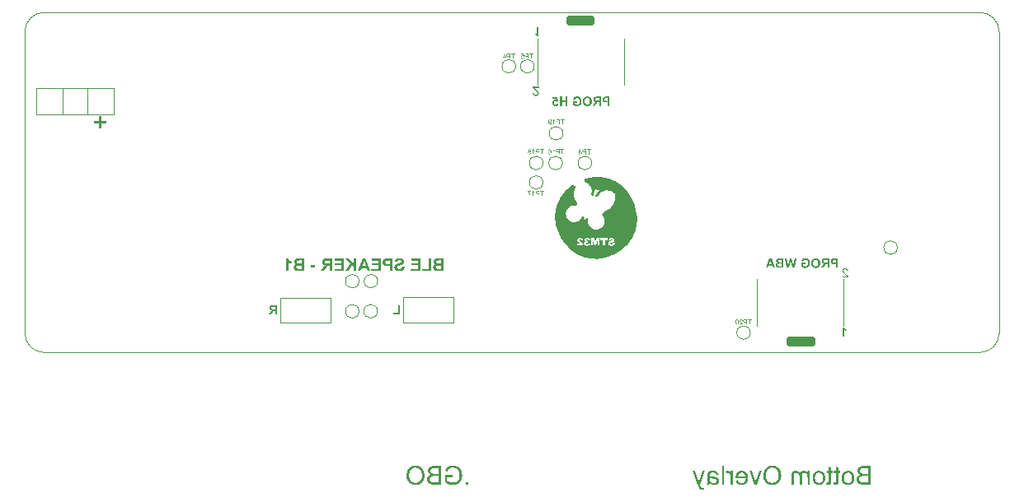
<source format=gbo>
G04*
G04 #@! TF.GenerationSoftware,Altium Limited,Altium Designer,24.2.2 (26)*
G04*
G04 Layer_Color=32896*
%FSLAX43Y43*%
%MOMM*%
G71*
G04*
G04 #@! TF.SameCoordinates,4F7CD7CC-9D04-48A1-B46F-AFD2B6BA45A4*
G04*
G04*
G04 #@! TF.FilePolarity,Positive*
G04*
G01*
G75*
%ADD11C,0.120*%
%ADD14C,0.100*%
%ADD156C,0.254*%
%ADD165C,0.500*%
G36*
X59900Y17725D02*
X61175Y17025D01*
X62175Y15975D01*
X62575Y14875D01*
X62675Y13650D01*
X62475Y12425D01*
X61650Y11050D01*
X60925Y10453D01*
X60925Y10450D01*
X60916Y10445D01*
X60800Y10350D01*
Y10387D01*
X60025Y10000D01*
X58850Y9750D01*
X57850Y9850D01*
X56375Y10475D01*
X55550Y11225D01*
X55179Y11850D01*
X55125D01*
X54500Y13725D01*
X54647D01*
X54625Y14500D01*
X55100Y15900D01*
X55825Y16775D01*
X56275Y17175D01*
X56250Y17150D01*
X56425Y17025D01*
X56225Y16350D01*
X56450Y15575D01*
X56575Y15350D01*
X56500Y15275D01*
X56075Y15225D01*
X55550Y14825D01*
X55400Y14075D01*
X55536Y13725D01*
X55550D01*
X56100Y13225D01*
X56950Y13350D01*
X57275Y13750D01*
X57675Y13700D01*
X57825Y12950D01*
X58175Y12575D01*
X59000Y12500D01*
X59550Y12900D01*
X59725Y13650D01*
X59450Y14225D01*
X59550Y14400D01*
X59900Y14500D01*
X60700Y15375D01*
X60800Y16400D01*
X60300Y16725D01*
X59475Y16850D01*
X59125Y16600D01*
X58675Y16825D01*
X58500Y16675D01*
X58350Y16725D01*
X58150Y17275D01*
X57625Y17725D01*
X58725Y17875D01*
X59900Y17725D01*
D02*
G37*
G36*
X25900Y3900D02*
X25706D01*
Y4301D01*
X25644D01*
X25624Y4300D01*
X25608Y4297D01*
X25594Y4296D01*
X25583Y4294D01*
X25576Y4291D01*
X25571Y4290D01*
X25570D01*
X25559Y4285D01*
X25548Y4279D01*
X25538Y4272D01*
X25529Y4266D01*
X25521Y4260D01*
X25516Y4255D01*
X25513Y4251D01*
X25511Y4250D01*
X25505Y4244D01*
X25499Y4236D01*
X25491Y4226D01*
X25484Y4216D01*
X25466Y4192D01*
X25450Y4169D01*
X25434Y4146D01*
X25428Y4136D01*
X25421Y4126D01*
X25416Y4119D01*
X25413Y4114D01*
X25410Y4110D01*
X25409Y4109D01*
X25269Y3900D01*
X25036D01*
X25154Y4087D01*
X25166Y4107D01*
X25179Y4126D01*
X25190Y4144D01*
X25200Y4159D01*
X25210Y4172D01*
X25220Y4185D01*
X25228Y4196D01*
X25235Y4206D01*
X25243Y4215D01*
X25249Y4222D01*
X25258Y4234D01*
X25263Y4240D01*
X25265Y4242D01*
X25281Y4259D01*
X25298Y4274D01*
X25315Y4287D01*
X25331Y4300D01*
X25346Y4310D01*
X25358Y4317D01*
X25366Y4322D01*
X25368Y4324D01*
X25369D01*
X25345Y4327D01*
X25324Y4332D01*
X25304Y4339D01*
X25285Y4345D01*
X25268Y4352D01*
X25253Y4360D01*
X25238Y4367D01*
X25225Y4375D01*
X25214Y4382D01*
X25204Y4390D01*
X25196Y4396D01*
X25190Y4401D01*
X25184Y4406D01*
X25180Y4410D01*
X25179Y4411D01*
X25178Y4412D01*
X25166Y4426D01*
X25156Y4440D01*
X25148Y4455D01*
X25140Y4470D01*
X25129Y4500D01*
X25121Y4529D01*
X25119Y4541D01*
X25118Y4554D01*
X25116Y4564D01*
X25115Y4574D01*
X25114Y4581D01*
Y4586D01*
Y4590D01*
Y4591D01*
X25115Y4622D01*
X25120Y4651D01*
X25128Y4676D01*
X25135Y4699D01*
X25143Y4717D01*
X25146Y4725D01*
X25150Y4731D01*
X25153Y4736D01*
X25155Y4740D01*
X25156Y4741D01*
Y4742D01*
X25174Y4765D01*
X25191Y4785D01*
X25210Y4801D01*
X25229Y4814D01*
X25244Y4824D01*
X25258Y4830D01*
X25263Y4832D01*
X25265Y4834D01*
X25268Y4835D01*
X25269D01*
X25283Y4840D01*
X25298Y4844D01*
X25315Y4847D01*
X25333Y4850D01*
X25370Y4855D01*
X25406Y4857D01*
X25424Y4859D01*
X25440Y4860D01*
X25455D01*
X25468Y4861D01*
X25900D01*
Y3900D01*
D02*
G37*
G36*
X38500D02*
X37824D01*
Y4062D01*
X38306D01*
Y4854D01*
X38500D01*
Y3900D01*
D02*
G37*
G36*
X52723Y32503D02*
X52646D01*
X52632Y32527D01*
X52617Y32549D01*
X52599Y32571D01*
X52583Y32591D01*
X52566Y32607D01*
X52553Y32621D01*
X52548Y32625D01*
X52544Y32629D01*
X52542Y32631D01*
X52541Y32632D01*
X52512Y32656D01*
X52483Y32678D01*
X52455Y32697D01*
X52427Y32713D01*
X52404Y32726D01*
X52394Y32732D01*
X52386Y32736D01*
X52379Y32740D01*
X52373Y32742D01*
X52370Y32744D01*
X52369D01*
Y32858D01*
X52390Y32850D01*
X52411Y32840D01*
X52431Y32830D01*
X52451Y32821D01*
X52467Y32812D01*
X52481Y32805D01*
X52490Y32800D01*
X52491Y32799D01*
X52492D01*
X52517Y32783D01*
X52540Y32768D01*
X52559Y32754D01*
X52574Y32742D01*
X52588Y32732D01*
X52596Y32724D01*
X52603Y32718D01*
X52605Y32717D01*
Y33467D01*
X52723D01*
Y32503D01*
D02*
G37*
G36*
X52782Y27253D02*
X52309D01*
X52326Y27230D01*
X52334Y27220D01*
X52341Y27210D01*
X52348Y27202D01*
X52353Y27196D01*
X52358Y27192D01*
X52359Y27191D01*
X52366Y27184D01*
X52374Y27177D01*
X52394Y27159D01*
X52416Y27138D01*
X52439Y27117D01*
X52462Y27099D01*
X52471Y27091D01*
X52480Y27083D01*
X52487Y27077D01*
X52492Y27073D01*
X52495Y27070D01*
X52496Y27069D01*
X52518Y27049D01*
X52541Y27031D01*
X52560Y27013D01*
X52578Y26998D01*
X52595Y26983D01*
X52609Y26969D01*
X52622Y26956D01*
X52634Y26945D01*
X52645Y26934D01*
X52653Y26926D01*
X52660Y26919D01*
X52667Y26912D01*
X52674Y26904D01*
X52677Y26901D01*
X52696Y26877D01*
X52713Y26857D01*
X52726Y26836D01*
X52738Y26819D01*
X52746Y26804D01*
X52751Y26793D01*
X52754Y26786D01*
X52756Y26783D01*
X52764Y26762D01*
X52769Y26742D01*
X52775Y26722D01*
X52778Y26705D01*
X52779Y26690D01*
X52781Y26679D01*
Y26672D01*
Y26669D01*
X52779Y26649D01*
X52776Y26629D01*
X52774Y26610D01*
X52768Y26593D01*
X52754Y26560D01*
X52740Y26534D01*
X52732Y26521D01*
X52725Y26511D01*
X52718Y26502D01*
X52711Y26495D01*
X52706Y26489D01*
X52703Y26484D01*
X52700Y26482D01*
X52699Y26481D01*
X52683Y26467D01*
X52667Y26454D01*
X52649Y26445D01*
X52631Y26436D01*
X52595Y26423D01*
X52559Y26413D01*
X52543Y26410D01*
X52528Y26407D01*
X52514Y26406D01*
X52503Y26405D01*
X52493Y26403D01*
X52480D01*
X52455Y26405D01*
X52431Y26406D01*
X52409Y26410D01*
X52388Y26414D01*
X52369Y26420D01*
X52351Y26425D01*
X52334Y26432D01*
X52319Y26439D01*
X52305Y26446D01*
X52294Y26453D01*
X52284Y26459D01*
X52276Y26464D01*
X52269Y26468D01*
X52265Y26472D01*
X52262Y26474D01*
X52260Y26475D01*
X52247Y26489D01*
X52234Y26504D01*
X52222Y26521D01*
X52212Y26538D01*
X52195Y26571D01*
X52184Y26604D01*
X52180Y26619D01*
X52176Y26635D01*
X52173Y26647D01*
X52170Y26658D01*
X52169Y26668D01*
Y26675D01*
X52168Y26679D01*
Y26681D01*
X52288Y26693D01*
X52291Y26661D01*
X52297Y26633D01*
X52305Y26608D01*
X52315Y26589D01*
X52323Y26572D01*
X52331Y26561D01*
X52337Y26554D01*
X52340Y26552D01*
X52360Y26535D01*
X52383Y26522D01*
X52406Y26513D01*
X52427Y26507D01*
X52446Y26503D01*
X52463Y26502D01*
X52469Y26500D01*
X52477D01*
X52506Y26502D01*
X52532Y26507D01*
X52555Y26515D01*
X52574Y26524D01*
X52589Y26534D01*
X52599Y26540D01*
X52606Y26546D01*
X52609Y26549D01*
X52625Y26568D01*
X52638Y26588D01*
X52647Y26607D01*
X52653Y26626D01*
X52657Y26642D01*
X52659Y26656D01*
X52660Y26664D01*
Y26665D01*
Y26667D01*
X52657Y26692D01*
X52652Y26718D01*
X52642Y26742D01*
X52632Y26764D01*
X52621Y26782D01*
X52611Y26797D01*
X52609Y26803D01*
X52606Y26807D01*
X52603Y26808D01*
Y26809D01*
X52592Y26825D01*
X52578Y26840D01*
X52563Y26857D01*
X52546Y26873D01*
X52512Y26907D01*
X52477Y26940D01*
X52459Y26955D01*
X52444Y26969D01*
X52428Y26981D01*
X52416Y26993D01*
X52406Y27001D01*
X52398Y27008D01*
X52392Y27012D01*
X52391Y27013D01*
X52356Y27042D01*
X52324Y27070D01*
X52298Y27095D01*
X52277Y27116D01*
X52259Y27134D01*
X52247Y27146D01*
X52240Y27155D01*
X52237Y27156D01*
Y27158D01*
X52217Y27181D01*
X52202Y27203D01*
X52188Y27226D01*
X52177Y27245D01*
X52169Y27262D01*
X52163Y27274D01*
X52161Y27282D01*
X52159Y27284D01*
Y27285D01*
X52154Y27300D01*
X52151Y27314D01*
X52148Y27328D01*
X52147Y27341D01*
X52145Y27352D01*
Y27360D01*
Y27366D01*
Y27367D01*
X52782D01*
Y27253D01*
D02*
G37*
G36*
X84104Y2545D02*
X84119Y2523D01*
X84137Y2501D01*
X84153Y2481D01*
X84170Y2465D01*
X84183Y2451D01*
X84188Y2447D01*
X84192Y2443D01*
X84194Y2441D01*
X84195Y2440D01*
X84224Y2416D01*
X84253Y2394D01*
X84281Y2375D01*
X84309Y2359D01*
X84332Y2346D01*
X84342Y2340D01*
X84350Y2336D01*
X84357Y2332D01*
X84363Y2330D01*
X84366Y2328D01*
X84367D01*
Y2214D01*
X84346Y2222D01*
X84325Y2232D01*
X84305Y2242D01*
X84285Y2251D01*
X84269Y2260D01*
X84255Y2267D01*
X84246Y2272D01*
X84245Y2273D01*
X84244D01*
X84219Y2289D01*
X84196Y2304D01*
X84177Y2318D01*
X84162Y2330D01*
X84148Y2340D01*
X84140Y2348D01*
X84133Y2354D01*
X84131Y2355D01*
Y1605D01*
X84013D01*
Y2569D01*
X84090D01*
X84104Y2545D01*
D02*
G37*
G36*
X84281Y8667D02*
X84305Y8666D01*
X84327Y8662D01*
X84348Y8658D01*
X84367Y8652D01*
X84385Y8647D01*
X84402Y8640D01*
X84417Y8633D01*
X84431Y8626D01*
X84442Y8619D01*
X84452Y8613D01*
X84460Y8608D01*
X84467Y8604D01*
X84471Y8600D01*
X84474Y8598D01*
X84476Y8597D01*
X84489Y8583D01*
X84502Y8568D01*
X84514Y8551D01*
X84524Y8534D01*
X84541Y8501D01*
X84552Y8468D01*
X84556Y8453D01*
X84560Y8437D01*
X84563Y8425D01*
X84566Y8414D01*
X84567Y8404D01*
Y8397D01*
X84568Y8393D01*
Y8391D01*
X84448Y8379D01*
X84445Y8411D01*
X84439Y8439D01*
X84431Y8464D01*
X84421Y8483D01*
X84413Y8500D01*
X84405Y8511D01*
X84399Y8518D01*
X84396Y8520D01*
X84376Y8537D01*
X84353Y8550D01*
X84330Y8559D01*
X84309Y8565D01*
X84290Y8569D01*
X84273Y8570D01*
X84267Y8572D01*
X84259D01*
X84230Y8570D01*
X84204Y8565D01*
X84182Y8557D01*
X84162Y8548D01*
X84147Y8538D01*
X84137Y8532D01*
X84130Y8526D01*
X84127Y8523D01*
X84111Y8504D01*
X84098Y8484D01*
X84089Y8465D01*
X84083Y8446D01*
X84079Y8430D01*
X84077Y8416D01*
X84076Y8408D01*
Y8407D01*
Y8405D01*
X84079Y8380D01*
X84084Y8354D01*
X84094Y8330D01*
X84104Y8308D01*
X84115Y8290D01*
X84125Y8275D01*
X84127Y8269D01*
X84130Y8265D01*
X84133Y8264D01*
Y8263D01*
X84144Y8247D01*
X84158Y8232D01*
X84173Y8215D01*
X84190Y8199D01*
X84224Y8165D01*
X84259Y8132D01*
X84277Y8117D01*
X84292Y8103D01*
X84308Y8091D01*
X84320Y8079D01*
X84330Y8071D01*
X84338Y8064D01*
X84344Y8060D01*
X84345Y8059D01*
X84380Y8030D01*
X84412Y8002D01*
X84438Y7977D01*
X84459Y7956D01*
X84477Y7938D01*
X84489Y7926D01*
X84496Y7917D01*
X84499Y7916D01*
Y7914D01*
X84519Y7891D01*
X84534Y7869D01*
X84548Y7846D01*
X84559Y7827D01*
X84567Y7810D01*
X84573Y7798D01*
X84575Y7790D01*
X84577Y7788D01*
Y7787D01*
X84582Y7772D01*
X84585Y7758D01*
X84588Y7744D01*
X84589Y7731D01*
X84591Y7720D01*
Y7712D01*
Y7706D01*
Y7705D01*
X83954D01*
Y7819D01*
X84427D01*
X84410Y7842D01*
X84402Y7852D01*
X84395Y7862D01*
X84388Y7870D01*
X84383Y7876D01*
X84378Y7880D01*
X84377Y7881D01*
X84370Y7888D01*
X84362Y7895D01*
X84342Y7913D01*
X84320Y7934D01*
X84297Y7955D01*
X84274Y7973D01*
X84265Y7981D01*
X84256Y7989D01*
X84249Y7995D01*
X84244Y7999D01*
X84241Y8002D01*
X84240Y8003D01*
X84218Y8023D01*
X84195Y8041D01*
X84176Y8059D01*
X84158Y8074D01*
X84141Y8089D01*
X84127Y8103D01*
X84114Y8116D01*
X84102Y8127D01*
X84091Y8138D01*
X84083Y8146D01*
X84076Y8153D01*
X84069Y8160D01*
X84062Y8168D01*
X84059Y8171D01*
X84040Y8195D01*
X84023Y8215D01*
X84010Y8236D01*
X83998Y8253D01*
X83990Y8268D01*
X83985Y8279D01*
X83982Y8286D01*
X83980Y8289D01*
X83972Y8310D01*
X83967Y8330D01*
X83961Y8350D01*
X83958Y8367D01*
X83957Y8382D01*
X83955Y8393D01*
Y8400D01*
Y8403D01*
X83957Y8423D01*
X83960Y8443D01*
X83962Y8462D01*
X83968Y8479D01*
X83982Y8512D01*
X83996Y8538D01*
X84004Y8551D01*
X84011Y8561D01*
X84018Y8570D01*
X84025Y8577D01*
X84030Y8583D01*
X84033Y8588D01*
X84036Y8590D01*
X84037Y8591D01*
X84053Y8605D01*
X84069Y8618D01*
X84087Y8627D01*
X84105Y8636D01*
X84141Y8649D01*
X84177Y8659D01*
X84193Y8662D01*
X84208Y8665D01*
X84222Y8666D01*
X84233Y8667D01*
X84243Y8669D01*
X84256D01*
X84281Y8667D01*
D02*
G37*
G36*
X80030Y-12161D02*
X80077Y-12169D01*
X80118Y-12177D01*
X80154Y-12188D01*
X80185Y-12202D01*
X80207Y-12211D01*
X80221Y-12219D01*
X80227Y-12222D01*
X80265Y-12247D01*
X80299Y-12274D01*
X80329Y-12302D01*
X80354Y-12330D01*
X80374Y-12352D01*
X80390Y-12372D01*
X80399Y-12383D01*
X80402Y-12388D01*
Y-12188D01*
X80613D01*
Y-13582D01*
X80377D01*
Y-12860D01*
X80374Y-12794D01*
X80371Y-12735D01*
X80365Y-12685D01*
X80357Y-12644D01*
X80349Y-12613D01*
X80343Y-12591D01*
X80340Y-12577D01*
X80338Y-12571D01*
X80321Y-12535D01*
X80302Y-12505D01*
X80282Y-12477D01*
X80263Y-12455D01*
X80243Y-12438D01*
X80229Y-12427D01*
X80218Y-12419D01*
X80216Y-12416D01*
X80182Y-12399D01*
X80152Y-12385D01*
X80118Y-12377D01*
X80091Y-12369D01*
X80068Y-12366D01*
X80049Y-12363D01*
X80032D01*
X79985Y-12366D01*
X79946Y-12374D01*
X79913Y-12388D01*
X79888Y-12402D01*
X79868Y-12419D01*
X79855Y-12430D01*
X79846Y-12441D01*
X79843Y-12444D01*
X79824Y-12477D01*
X79810Y-12513D01*
X79799Y-12552D01*
X79794Y-12591D01*
X79788Y-12624D01*
X79785Y-12655D01*
Y-12666D01*
Y-12671D01*
Y-12677D01*
Y-12680D01*
Y-13582D01*
X79549Y-13582D01*
Y-12774D01*
X79544Y-12699D01*
X79533Y-12635D01*
X79519Y-12583D01*
X79499Y-12538D01*
X79483Y-12505D01*
X79466Y-12483D01*
X79455Y-12469D01*
X79452Y-12463D01*
X79413Y-12430D01*
X79372Y-12405D01*
X79330Y-12388D01*
X79291Y-12374D01*
X79258Y-12369D01*
X79230Y-12366D01*
X79219Y-12363D01*
X79205D01*
X79174Y-12366D01*
X79149Y-12369D01*
X79124Y-12374D01*
X79105Y-12383D01*
X79086Y-12391D01*
X79074Y-12397D01*
X79066Y-12399D01*
X79063Y-12402D01*
X79041Y-12419D01*
X79025Y-12435D01*
X79011Y-12452D01*
X79000Y-12469D01*
X78991Y-12483D01*
X78986Y-12494D01*
X78980Y-12502D01*
Y-12505D01*
X78972Y-12530D01*
X78966Y-12563D01*
X78963Y-12596D01*
X78961Y-12630D01*
X78958Y-12660D01*
Y-12685D01*
Y-12702D01*
Y-12705D01*
Y-12707D01*
Y-13582D01*
X78722D01*
Y-12627D01*
Y-12583D01*
X78727Y-12544D01*
X78733Y-12505D01*
X78739Y-12472D01*
X78747Y-12438D01*
X78758Y-12410D01*
X78766Y-12385D01*
X78777Y-12360D01*
X78789Y-12341D01*
X78797Y-12322D01*
X78816Y-12297D01*
X78827Y-12280D01*
X78833Y-12274D01*
X78877Y-12236D01*
X78930Y-12208D01*
X78983Y-12186D01*
X79033Y-12172D01*
X79080Y-12163D01*
X79099Y-12161D01*
X79119D01*
X79133Y-12158D01*
X79152D01*
X79202Y-12161D01*
X79247Y-12169D01*
X79291Y-12180D01*
X79333Y-12197D01*
X79372Y-12216D01*
X79408Y-12236D01*
X79438Y-12258D01*
X79469Y-12280D01*
X79496Y-12305D01*
X79519Y-12327D01*
X79538Y-12347D01*
X79555Y-12366D01*
X79569Y-12383D01*
X79577Y-12394D01*
X79583Y-12402D01*
X79585Y-12405D01*
X79602Y-12363D01*
X79624Y-12327D01*
X79649Y-12297D01*
X79671Y-12272D01*
X79694Y-12249D01*
X79710Y-12236D01*
X79721Y-12227D01*
X79727Y-12224D01*
X79766Y-12202D01*
X79807Y-12186D01*
X79849Y-12174D01*
X79891Y-12166D01*
X79924Y-12161D01*
X79955Y-12158D01*
X79980D01*
X80030Y-12161D01*
D02*
G37*
G36*
X70688Y-12161D02*
X70746Y-12166D01*
X70801Y-12174D01*
X70846Y-12183D01*
X70885Y-12191D01*
X70912Y-12199D01*
X70924Y-12202D01*
X70932Y-12205D01*
X70935Y-12208D01*
X70937D01*
X70985Y-12227D01*
X71026Y-12252D01*
X71062Y-12274D01*
X71093Y-12297D01*
X71115Y-12319D01*
X71132Y-12335D01*
X71143Y-12347D01*
X71146Y-12349D01*
X71171Y-12385D01*
X71193Y-12424D01*
X71209Y-12463D01*
X71223Y-12499D01*
X71234Y-12535D01*
X71243Y-12560D01*
X71246Y-12571D01*
Y-12580D01*
X71248Y-12583D01*
Y-12585D01*
X71018Y-12616D01*
X71001Y-12566D01*
X70985Y-12521D01*
X70965Y-12485D01*
X70948Y-12458D01*
X70932Y-12435D01*
X70918Y-12422D01*
X70907Y-12413D01*
X70904Y-12410D01*
X70871Y-12391D01*
X70832Y-12377D01*
X70790Y-12366D01*
X70751Y-12360D01*
X70713Y-12355D01*
X70685Y-12352D01*
X70657D01*
X70593Y-12355D01*
X70538Y-12363D01*
X70493Y-12377D01*
X70454Y-12391D01*
X70427Y-12408D01*
X70404Y-12419D01*
X70390Y-12430D01*
X70388Y-12433D01*
X70365Y-12458D01*
X70349Y-12488D01*
X70335Y-12521D01*
X70327Y-12555D01*
X70321Y-12585D01*
X70318Y-12613D01*
Y-12630D01*
Y-12633D01*
Y-12635D01*
Y-12641D01*
Y-12652D01*
Y-12671D01*
X70321Y-12688D01*
Y-12694D01*
Y-12696D01*
X70349Y-12705D01*
X70379Y-12713D01*
X70443Y-12730D01*
X70515Y-12744D01*
X70582Y-12757D01*
X70615Y-12763D01*
X70646Y-12766D01*
X70674Y-12771D01*
X70696Y-12774D01*
X70715Y-12777D01*
X70729D01*
X70740Y-12780D01*
X70743D01*
X70793Y-12785D01*
X70835Y-12794D01*
X70871Y-12799D01*
X70899Y-12805D01*
X70921Y-12807D01*
X70937Y-12813D01*
X70948Y-12816D01*
X70951D01*
X70987Y-12827D01*
X71018Y-12838D01*
X71048Y-12852D01*
X71073Y-12863D01*
X71096Y-12874D01*
X71110Y-12885D01*
X71121Y-12891D01*
X71123Y-12894D01*
X71151Y-12913D01*
X71173Y-12935D01*
X71196Y-12957D01*
X71212Y-12980D01*
X71226Y-12999D01*
X71237Y-13016D01*
X71243Y-13027D01*
X71246Y-13030D01*
X71259Y-13060D01*
X71271Y-13093D01*
X71279Y-13124D01*
X71284Y-13154D01*
X71287Y-13179D01*
X71290Y-13199D01*
Y-13210D01*
Y-13216D01*
X71287Y-13249D01*
X71284Y-13277D01*
X71271Y-13335D01*
X71251Y-13382D01*
X71229Y-13424D01*
X71207Y-13457D01*
X71187Y-13482D01*
X71173Y-13496D01*
X71168Y-13501D01*
X71118Y-13538D01*
X71062Y-13565D01*
X71001Y-13585D01*
X70946Y-13599D01*
X70896Y-13607D01*
X70874Y-13610D01*
X70854D01*
X70837Y-13613D01*
X70815D01*
X70765Y-13610D01*
X70715Y-13604D01*
X70671Y-13599D01*
X70632Y-13590D01*
X70601Y-13582D01*
X70576Y-13574D01*
X70560Y-13571D01*
X70554Y-13568D01*
X70507Y-13549D01*
X70463Y-13524D01*
X70421Y-13496D01*
X70379Y-13471D01*
X70346Y-13446D01*
X70321Y-13427D01*
X70304Y-13413D01*
X70302Y-13407D01*
X70299D01*
X70293Y-13443D01*
X70288Y-13477D01*
X70282Y-13507D01*
X70274Y-13532D01*
X70266Y-13554D01*
X70260Y-13568D01*
X70257Y-13579D01*
X70254Y-13582D01*
X70007D01*
X70021Y-13551D01*
X70035Y-13521D01*
X70046Y-13493D01*
X70052Y-13468D01*
X70060Y-13446D01*
X70063Y-13429D01*
X70066Y-13418D01*
Y-13415D01*
X70068Y-13396D01*
X70071Y-13371D01*
Y-13343D01*
X70074Y-13313D01*
X70077Y-13243D01*
Y-13174D01*
X70080Y-13107D01*
Y-13077D01*
Y-13052D01*
Y-13030D01*
Y-13013D01*
Y-13002D01*
Y-12999D01*
Y-12683D01*
Y-12630D01*
X70082Y-12583D01*
X70085Y-12546D01*
Y-12516D01*
X70088Y-12494D01*
X70091Y-12477D01*
X70093Y-12469D01*
Y-12466D01*
X70102Y-12430D01*
X70113Y-12399D01*
X70124Y-12374D01*
X70138Y-12349D01*
X70149Y-12333D01*
X70157Y-12319D01*
X70163Y-12310D01*
X70166Y-12308D01*
X70188Y-12286D01*
X70213Y-12263D01*
X70241Y-12247D01*
X70268Y-12230D01*
X70293Y-12219D01*
X70313Y-12211D01*
X70327Y-12205D01*
X70332Y-12202D01*
X70377Y-12188D01*
X70424Y-12177D01*
X70471Y-12169D01*
X70518Y-12163D01*
X70560Y-12161D01*
X70590Y-12158D01*
X70621D01*
X70688Y-12161D01*
D02*
G37*
G36*
X75160Y-13582D02*
X74935D01*
X74405Y-12188D01*
X74649D01*
X74957Y-13041D01*
X74977Y-13096D01*
X74996Y-13146D01*
X75010Y-13193D01*
X75024Y-13229D01*
X75032Y-13263D01*
X75041Y-13285D01*
X75043Y-13299D01*
X75046Y-13304D01*
X75063Y-13252D01*
X75077Y-13199D01*
X75093Y-13152D01*
X75107Y-13110D01*
X75118Y-13074D01*
X75127Y-13046D01*
X75129Y-13038D01*
X75132Y-13030D01*
X75135Y-13027D01*
Y-13024D01*
X75435Y-12188D01*
X75685D01*
X75160Y-13582D01*
D02*
G37*
G36*
X69324D02*
X69336Y-13607D01*
X69341Y-13626D01*
X69347Y-13638D01*
Y-13640D01*
X69363Y-13688D01*
X69380Y-13726D01*
X69391Y-13760D01*
X69402Y-13782D01*
X69408Y-13799D01*
X69413Y-13810D01*
X69419Y-13815D01*
Y-13818D01*
X69441Y-13849D01*
X69466Y-13871D01*
X69477Y-13879D01*
X69485Y-13885D01*
X69491Y-13890D01*
X69494D01*
X69513Y-13898D01*
X69533Y-13907D01*
X69574Y-13915D01*
X69591D01*
X69605Y-13918D01*
X69619D01*
X69663Y-13915D01*
X69708Y-13907D01*
X69724Y-13901D01*
X69738Y-13898D01*
X69749Y-13896D01*
X69752D01*
X69727Y-14115D01*
X69696Y-14126D01*
X69669Y-14132D01*
X69644Y-14137D01*
X69621Y-14143D01*
X69602D01*
X69588Y-14146D01*
X69577D01*
X69535Y-14143D01*
X69499Y-14137D01*
X69466Y-14129D01*
X69438Y-14118D01*
X69413Y-14107D01*
X69397Y-14098D01*
X69385Y-14093D01*
X69383Y-14090D01*
X69352Y-14068D01*
X69327Y-14040D01*
X69302Y-14012D01*
X69280Y-13985D01*
X69263Y-13960D01*
X69249Y-13940D01*
X69241Y-13926D01*
X69238Y-13921D01*
X69230Y-13901D01*
X69219Y-13882D01*
X69197Y-13835D01*
X69174Y-13782D01*
X69155Y-13729D01*
X69136Y-13682D01*
X69127Y-13660D01*
X69119Y-13640D01*
X69113Y-13626D01*
X69108Y-13615D01*
X69105Y-13607D01*
Y-13604D01*
X68575Y-12188D01*
X68811D01*
X69111Y-13002D01*
X69133Y-13060D01*
X69149Y-13116D01*
X69169Y-13171D01*
X69183Y-13218D01*
X69194Y-13260D01*
X69199Y-13277D01*
X69202Y-13290D01*
X69205Y-13302D01*
X69208Y-13310D01*
X69211Y-13315D01*
Y-13318D01*
X69227Y-13254D01*
X69244Y-13196D01*
X69261Y-13141D01*
X69277Y-13093D01*
X69291Y-13055D01*
X69297Y-13038D01*
X69302Y-13024D01*
X69305Y-13010D01*
X69308Y-13002D01*
X69311Y-12999D01*
Y-12996D01*
X69602Y-12188D01*
X69852D01*
X69324Y-13582D01*
D02*
G37*
G36*
X83558Y-11844D02*
Y-12188D01*
X83733D01*
Y-12372D01*
X83558D01*
Y-13177D01*
Y-13216D01*
Y-13249D01*
X83555Y-13279D01*
X83553Y-13310D01*
Y-13335D01*
X83550Y-13357D01*
X83544Y-13393D01*
X83539Y-13421D01*
X83536Y-13440D01*
X83530Y-13452D01*
Y-13454D01*
X83519Y-13479D01*
X83503Y-13499D01*
X83486Y-13518D01*
X83472Y-13532D01*
X83455Y-13546D01*
X83444Y-13554D01*
X83436Y-13560D01*
X83433Y-13563D01*
X83403Y-13576D01*
X83372Y-13585D01*
X83339Y-13593D01*
X83305Y-13596D01*
X83278Y-13599D01*
X83255Y-13601D01*
X83233D01*
X83172Y-13599D01*
X83142Y-13596D01*
X83114Y-13590D01*
X83089Y-13588D01*
X83069Y-13585D01*
X83058Y-13582D01*
X83053D01*
X83083Y-13374D01*
X83106Y-13377D01*
X83128Y-13379D01*
X83147D01*
X83161Y-13382D01*
X83189D01*
X83225Y-13379D01*
X83250Y-13374D01*
X83264Y-13368D01*
X83269Y-13365D01*
X83289Y-13352D01*
X83300Y-13338D01*
X83308Y-13327D01*
X83311Y-13321D01*
X83314Y-13307D01*
X83317Y-13288D01*
X83319Y-13243D01*
X83322Y-13224D01*
Y-13207D01*
Y-13196D01*
Y-13191D01*
Y-12372D01*
X83083D01*
Y-12188D01*
X83322D01*
Y-11703D01*
X83558Y-11844D01*
D02*
G37*
G36*
X82811D02*
Y-12188D01*
X82986D01*
Y-12372D01*
X82811D01*
Y-13177D01*
Y-13216D01*
Y-13249D01*
X82809Y-13279D01*
X82806Y-13310D01*
Y-13335D01*
X82803Y-13357D01*
X82797Y-13393D01*
X82792Y-13421D01*
X82789Y-13440D01*
X82784Y-13452D01*
Y-13454D01*
X82772Y-13479D01*
X82756Y-13499D01*
X82739Y-13518D01*
X82725Y-13532D01*
X82709Y-13546D01*
X82697Y-13554D01*
X82689Y-13560D01*
X82686Y-13563D01*
X82656Y-13576D01*
X82625Y-13585D01*
X82592Y-13593D01*
X82559Y-13596D01*
X82531Y-13599D01*
X82509Y-13601D01*
X82486D01*
X82425Y-13599D01*
X82395Y-13596D01*
X82367Y-13590D01*
X82342Y-13588D01*
X82323Y-13585D01*
X82312Y-13582D01*
X82306D01*
X82337Y-13374D01*
X82359Y-13377D01*
X82381Y-13379D01*
X82400D01*
X82414Y-13382D01*
X82442D01*
X82478Y-13379D01*
X82503Y-13374D01*
X82517Y-13368D01*
X82523Y-13365D01*
X82542Y-13352D01*
X82553Y-13338D01*
X82561Y-13327D01*
X82564Y-13321D01*
X82567Y-13307D01*
X82570Y-13288D01*
X82573Y-13243D01*
X82575Y-13224D01*
Y-13207D01*
Y-13196D01*
Y-13191D01*
Y-12372D01*
X82337D01*
Y-12188D01*
X82575D01*
Y-11703D01*
X82811Y-11844D01*
D02*
G37*
G36*
X73678Y-12161D02*
X73727Y-12166D01*
X73775Y-12174D01*
X73819Y-12188D01*
X73861Y-12202D01*
X73900Y-12219D01*
X73936Y-12236D01*
X73966Y-12255D01*
X73997Y-12272D01*
X74022Y-12291D01*
X74044Y-12308D01*
X74061Y-12322D01*
X74075Y-12335D01*
X74086Y-12344D01*
X74091Y-12349D01*
X74094Y-12352D01*
X74124Y-12391D01*
X74152Y-12433D01*
X74177Y-12474D01*
X74199Y-12519D01*
X74216Y-12566D01*
X74230Y-12610D01*
X74252Y-12699D01*
X74261Y-12738D01*
X74266Y-12777D01*
X74269Y-12810D01*
X74272Y-12841D01*
X74274Y-12866D01*
Y-12882D01*
Y-12896D01*
Y-12899D01*
X74272Y-12960D01*
X74266Y-13018D01*
X74258Y-13074D01*
X74247Y-13124D01*
X74233Y-13171D01*
X74219Y-13216D01*
X74202Y-13254D01*
X74186Y-13290D01*
X74169Y-13321D01*
X74152Y-13349D01*
X74138Y-13371D01*
X74124Y-13390D01*
X74113Y-13407D01*
X74105Y-13418D01*
X74100Y-13424D01*
X74097Y-13427D01*
X74061Y-13460D01*
X74025Y-13488D01*
X73986Y-13513D01*
X73944Y-13535D01*
X73905Y-13551D01*
X73864Y-13568D01*
X73786Y-13590D01*
X73750Y-13596D01*
X73716Y-13601D01*
X73686Y-13607D01*
X73661Y-13610D01*
X73641Y-13613D01*
X73611D01*
X73525Y-13607D01*
X73447Y-13593D01*
X73378Y-13576D01*
X73350Y-13565D01*
X73322Y-13554D01*
X73297Y-13543D01*
X73275Y-13532D01*
X73258Y-13524D01*
X73242Y-13515D01*
X73231Y-13507D01*
X73222Y-13501D01*
X73217Y-13496D01*
X73214D01*
X73158Y-13446D01*
X73114Y-13393D01*
X73075Y-13338D01*
X73047Y-13285D01*
X73025Y-13238D01*
X73017Y-13216D01*
X73008Y-13199D01*
X73003Y-13182D01*
X73000Y-13171D01*
X72997Y-13166D01*
Y-13163D01*
X73242Y-13132D01*
X73264Y-13185D01*
X73289Y-13229D01*
X73314Y-13268D01*
X73336Y-13299D01*
X73355Y-13321D01*
X73372Y-13338D01*
X73386Y-13349D01*
X73389Y-13352D01*
X73425Y-13374D01*
X73461Y-13390D01*
X73500Y-13402D01*
X73533Y-13410D01*
X73564Y-13415D01*
X73589Y-13418D01*
X73611D01*
X73644Y-13415D01*
X73675Y-13413D01*
X73730Y-13399D01*
X73780Y-13379D01*
X73825Y-13357D01*
X73858Y-13338D01*
X73883Y-13318D01*
X73900Y-13304D01*
X73902Y-13299D01*
X73905D01*
X73944Y-13249D01*
X73975Y-13193D01*
X73997Y-13132D01*
X74013Y-13077D01*
X74022Y-13027D01*
X74027Y-13005D01*
X74030Y-12985D01*
Y-12968D01*
X74033Y-12957D01*
Y-12949D01*
Y-12946D01*
X72992D01*
X72989Y-12918D01*
Y-12899D01*
Y-12888D01*
Y-12885D01*
X72992Y-12821D01*
X72997Y-12763D01*
X73006Y-12707D01*
X73017Y-12655D01*
X73031Y-12608D01*
X73045Y-12563D01*
X73061Y-12524D01*
X73078Y-12488D01*
X73094Y-12455D01*
X73111Y-12427D01*
X73125Y-12405D01*
X73139Y-12385D01*
X73150Y-12369D01*
X73158Y-12358D01*
X73164Y-12352D01*
X73167Y-12349D01*
X73200Y-12316D01*
X73236Y-12286D01*
X73275Y-12261D01*
X73314Y-12238D01*
X73353Y-12219D01*
X73389Y-12205D01*
X73428Y-12191D01*
X73461Y-12183D01*
X73497Y-12174D01*
X73528Y-12169D01*
X73555Y-12163D01*
X73578Y-12161D01*
X73597Y-12158D01*
X73625D01*
X73678Y-12161D01*
D02*
G37*
G36*
X86862Y-13582D02*
X86129D01*
X86062Y-13579D01*
X86004Y-13576D01*
X85951Y-13571D01*
X85907Y-13565D01*
X85871Y-13560D01*
X85843Y-13557D01*
X85826Y-13551D01*
X85821D01*
X85773Y-13538D01*
X85735Y-13524D01*
X85699Y-13507D01*
X85668Y-13490D01*
X85643Y-13479D01*
X85624Y-13468D01*
X85612Y-13460D01*
X85610Y-13457D01*
X85579Y-13432D01*
X85551Y-13402D01*
X85529Y-13371D01*
X85507Y-13343D01*
X85490Y-13315D01*
X85479Y-13296D01*
X85471Y-13282D01*
X85468Y-13277D01*
X85449Y-13232D01*
X85435Y-13188D01*
X85424Y-13146D01*
X85418Y-13107D01*
X85413Y-13074D01*
X85410Y-13046D01*
Y-13030D01*
Y-13027D01*
Y-13024D01*
X85413Y-12963D01*
X85424Y-12907D01*
X85440Y-12860D01*
X85457Y-12816D01*
X85474Y-12782D01*
X85490Y-12757D01*
X85501Y-12741D01*
X85504Y-12735D01*
X85543Y-12691D01*
X85585Y-12655D01*
X85632Y-12624D01*
X85674Y-12599D01*
X85712Y-12580D01*
X85746Y-12569D01*
X85757Y-12563D01*
X85765Y-12560D01*
X85771Y-12558D01*
X85773D01*
X85726Y-12530D01*
X85685Y-12502D01*
X85651Y-12472D01*
X85624Y-12444D01*
X85601Y-12422D01*
X85585Y-12399D01*
X85576Y-12388D01*
X85574Y-12383D01*
X85551Y-12341D01*
X85535Y-12302D01*
X85521Y-12263D01*
X85513Y-12227D01*
X85507Y-12197D01*
X85504Y-12172D01*
Y-12158D01*
Y-12152D01*
X85507Y-12105D01*
X85515Y-12058D01*
X85529Y-12016D01*
X85543Y-11977D01*
X85557Y-11944D01*
X85571Y-11922D01*
X85579Y-11905D01*
X85582Y-11900D01*
X85612Y-11858D01*
X85646Y-11819D01*
X85682Y-11789D01*
X85715Y-11764D01*
X85743Y-11744D01*
X85768Y-11730D01*
X85785Y-11722D01*
X85787Y-11719D01*
X85790D01*
X85843Y-11700D01*
X85901Y-11686D01*
X85960Y-11675D01*
X86015Y-11669D01*
X86065Y-11664D01*
X86087D01*
X86107Y-11661D01*
X86862D01*
Y-13582D01*
D02*
G37*
G36*
X72220Y-12161D02*
X72248Y-12166D01*
X72276Y-12174D01*
X72298Y-12183D01*
X72314Y-12191D01*
X72331Y-12199D01*
X72339Y-12205D01*
X72342Y-12208D01*
X72367Y-12230D01*
X72392Y-12258D01*
X72417Y-12291D01*
X72439Y-12322D01*
X72462Y-12352D01*
X72475Y-12377D01*
X72487Y-12397D01*
X72489Y-12399D01*
Y-12188D01*
X72703D01*
Y-13582D01*
X72467D01*
Y-12855D01*
X72464Y-12799D01*
X72462Y-12749D01*
X72456Y-12702D01*
X72448Y-12660D01*
X72439Y-12627D01*
X72434Y-12602D01*
X72431Y-12585D01*
X72428Y-12580D01*
X72417Y-12549D01*
X72403Y-12524D01*
X72389Y-12502D01*
X72375Y-12483D01*
X72362Y-12469D01*
X72353Y-12458D01*
X72345Y-12452D01*
X72342Y-12449D01*
X72320Y-12433D01*
X72295Y-12422D01*
X72270Y-12413D01*
X72251Y-12408D01*
X72231Y-12405D01*
X72217Y-12402D01*
X72203D01*
X72173Y-12405D01*
X72142Y-12410D01*
X72112Y-12419D01*
X72087Y-12427D01*
X72065Y-12435D01*
X72048Y-12444D01*
X72037Y-12449D01*
X72034Y-12452D01*
X71948Y-12236D01*
X71995Y-12211D01*
X72040Y-12191D01*
X72078Y-12177D01*
X72115Y-12166D01*
X72145Y-12161D01*
X72170Y-12158D01*
X72189D01*
X72220Y-12161D01*
D02*
G37*
G36*
X71812Y-13582D02*
X71576D01*
Y-11661D01*
X71812D01*
Y-13582D01*
D02*
G37*
G36*
X84574Y-12161D02*
X84619Y-12163D01*
X84705Y-12183D01*
X84780Y-12208D01*
X84813Y-12222D01*
X84843Y-12236D01*
X84871Y-12249D01*
X84893Y-12263D01*
X84916Y-12277D01*
X84932Y-12288D01*
X84946Y-12299D01*
X84957Y-12308D01*
X84963Y-12310D01*
X84966Y-12313D01*
X85004Y-12349D01*
X85035Y-12391D01*
X85066Y-12435D01*
X85088Y-12480D01*
X85110Y-12527D01*
X85127Y-12577D01*
X85141Y-12624D01*
X85152Y-12669D01*
X85163Y-12713D01*
X85168Y-12752D01*
X85174Y-12791D01*
X85177Y-12821D01*
Y-12849D01*
X85179Y-12869D01*
Y-12880D01*
Y-12885D01*
X85177Y-12949D01*
X85171Y-13010D01*
X85163Y-13066D01*
X85152Y-13118D01*
X85138Y-13166D01*
X85124Y-13210D01*
X85107Y-13252D01*
X85091Y-13288D01*
X85074Y-13321D01*
X85057Y-13349D01*
X85043Y-13371D01*
X85029Y-13390D01*
X85018Y-13407D01*
X85010Y-13418D01*
X85004Y-13424D01*
X85002Y-13427D01*
X84966Y-13460D01*
X84930Y-13488D01*
X84891Y-13513D01*
X84852Y-13535D01*
X84813Y-13551D01*
X84771Y-13568D01*
X84696Y-13590D01*
X84663Y-13596D01*
X84630Y-13601D01*
X84602Y-13607D01*
X84577Y-13610D01*
X84555Y-13613D01*
X84527D01*
X84460Y-13610D01*
X84399Y-13599D01*
X84341Y-13585D01*
X84294Y-13571D01*
X84252Y-13554D01*
X84235Y-13549D01*
X84222Y-13543D01*
X84208Y-13538D01*
X84199Y-13532D01*
X84197Y-13529D01*
X84194D01*
X84138Y-13493D01*
X84091Y-13454D01*
X84049Y-13415D01*
X84016Y-13377D01*
X83991Y-13343D01*
X83972Y-13315D01*
X83966Y-13304D01*
X83961Y-13296D01*
X83958Y-13293D01*
Y-13290D01*
X83930Y-13227D01*
X83911Y-13157D01*
X83894Y-13088D01*
X83886Y-13018D01*
X83880Y-12988D01*
Y-12960D01*
X83877Y-12932D01*
X83875Y-12910D01*
Y-12891D01*
Y-12877D01*
Y-12869D01*
Y-12866D01*
X83877Y-12805D01*
X83883Y-12749D01*
X83891Y-12696D01*
X83902Y-12646D01*
X83916Y-12599D01*
X83933Y-12558D01*
X83950Y-12516D01*
X83966Y-12483D01*
X83983Y-12452D01*
X83999Y-12424D01*
X84016Y-12399D01*
X84030Y-12380D01*
X84041Y-12366D01*
X84049Y-12355D01*
X84055Y-12349D01*
X84058Y-12347D01*
X84094Y-12313D01*
X84130Y-12286D01*
X84169Y-12258D01*
X84208Y-12238D01*
X84247Y-12219D01*
X84285Y-12205D01*
X84360Y-12180D01*
X84396Y-12174D01*
X84427Y-12169D01*
X84455Y-12163D01*
X84480Y-12161D01*
X84499Y-12158D01*
X84527D01*
X84574Y-12161D01*
D02*
G37*
G36*
X81587D02*
X81631Y-12163D01*
X81717Y-12183D01*
X81792Y-12208D01*
X81826Y-12222D01*
X81856Y-12236D01*
X81884Y-12249D01*
X81906Y-12263D01*
X81928Y-12277D01*
X81945Y-12288D01*
X81959Y-12299D01*
X81970Y-12308D01*
X81976Y-12310D01*
X81978Y-12313D01*
X82017Y-12349D01*
X82048Y-12391D01*
X82078Y-12435D01*
X82101Y-12480D01*
X82123Y-12527D01*
X82139Y-12577D01*
X82153Y-12624D01*
X82164Y-12669D01*
X82176Y-12713D01*
X82181Y-12752D01*
X82187Y-12791D01*
X82189Y-12821D01*
Y-12849D01*
X82192Y-12869D01*
Y-12880D01*
Y-12885D01*
X82189Y-12949D01*
X82184Y-13010D01*
X82176Y-13066D01*
X82164Y-13118D01*
X82151Y-13166D01*
X82137Y-13210D01*
X82120Y-13252D01*
X82103Y-13288D01*
X82087Y-13321D01*
X82070Y-13349D01*
X82056Y-13371D01*
X82042Y-13390D01*
X82031Y-13407D01*
X82023Y-13418D01*
X82017Y-13424D01*
X82015Y-13427D01*
X81978Y-13460D01*
X81942Y-13488D01*
X81903Y-13513D01*
X81865Y-13535D01*
X81826Y-13551D01*
X81784Y-13568D01*
X81709Y-13590D01*
X81676Y-13596D01*
X81642Y-13601D01*
X81615Y-13607D01*
X81590Y-13610D01*
X81568Y-13613D01*
X81540D01*
X81473Y-13610D01*
X81412Y-13599D01*
X81354Y-13585D01*
X81307Y-13571D01*
X81265Y-13554D01*
X81248Y-13549D01*
X81234Y-13543D01*
X81220Y-13538D01*
X81212Y-13532D01*
X81209Y-13529D01*
X81207D01*
X81151Y-13493D01*
X81104Y-13454D01*
X81062Y-13415D01*
X81029Y-13377D01*
X81004Y-13343D01*
X80985Y-13315D01*
X80979Y-13304D01*
X80973Y-13296D01*
X80971Y-13293D01*
Y-13290D01*
X80943Y-13227D01*
X80923Y-13157D01*
X80907Y-13088D01*
X80898Y-13018D01*
X80893Y-12988D01*
Y-12960D01*
X80890Y-12932D01*
X80887Y-12910D01*
Y-12891D01*
Y-12877D01*
Y-12869D01*
Y-12866D01*
X80890Y-12805D01*
X80896Y-12749D01*
X80904Y-12696D01*
X80915Y-12646D01*
X80929Y-12599D01*
X80946Y-12558D01*
X80962Y-12516D01*
X80979Y-12483D01*
X80996Y-12452D01*
X81012Y-12424D01*
X81029Y-12399D01*
X81043Y-12380D01*
X81054Y-12366D01*
X81062Y-12355D01*
X81068Y-12349D01*
X81071Y-12347D01*
X81107Y-12313D01*
X81143Y-12286D01*
X81182Y-12258D01*
X81220Y-12238D01*
X81259Y-12219D01*
X81298Y-12205D01*
X81373Y-12180D01*
X81409Y-12174D01*
X81440Y-12169D01*
X81468Y-12163D01*
X81493Y-12161D01*
X81512Y-12158D01*
X81540D01*
X81587Y-12161D01*
D02*
G37*
G36*
X76829Y-11630D02*
X76898Y-11639D01*
X76965Y-11653D01*
X77028Y-11669D01*
X77087Y-11691D01*
X77142Y-11714D01*
X77192Y-11739D01*
X77237Y-11764D01*
X77278Y-11789D01*
X77314Y-11814D01*
X77345Y-11836D01*
X77370Y-11858D01*
X77389Y-11875D01*
X77406Y-11889D01*
X77414Y-11897D01*
X77417Y-11900D01*
X77462Y-11952D01*
X77500Y-12008D01*
X77536Y-12069D01*
X77564Y-12130D01*
X77589Y-12194D01*
X77611Y-12255D01*
X77628Y-12316D01*
X77639Y-12374D01*
X77650Y-12430D01*
X77659Y-12483D01*
X77664Y-12530D01*
X77670Y-12569D01*
Y-12602D01*
X77672Y-12627D01*
Y-12644D01*
Y-12646D01*
Y-12649D01*
X77667Y-12744D01*
X77656Y-12830D01*
X77639Y-12913D01*
X77628Y-12949D01*
X77617Y-12985D01*
X77609Y-13016D01*
X77598Y-13043D01*
X77589Y-13068D01*
X77581Y-13091D01*
X77575Y-13107D01*
X77570Y-13118D01*
X77564Y-13127D01*
Y-13129D01*
X77517Y-13210D01*
X77467Y-13279D01*
X77412Y-13340D01*
X77359Y-13390D01*
X77312Y-13432D01*
X77292Y-13449D01*
X77275Y-13460D01*
X77259Y-13471D01*
X77248Y-13479D01*
X77242Y-13482D01*
X77239Y-13485D01*
X77198Y-13507D01*
X77156Y-13526D01*
X77073Y-13560D01*
X76992Y-13582D01*
X76917Y-13599D01*
X76881Y-13604D01*
X76851Y-13607D01*
X76823Y-13613D01*
X76798D01*
X76781Y-13615D01*
X76754D01*
X76662Y-13610D01*
X76576Y-13596D01*
X76495Y-13579D01*
X76459Y-13568D01*
X76426Y-13557D01*
X76395Y-13546D01*
X76368Y-13535D01*
X76345Y-13526D01*
X76326Y-13518D01*
X76309Y-13510D01*
X76295Y-13504D01*
X76290Y-13499D01*
X76287D01*
X76209Y-13449D01*
X76143Y-13393D01*
X76087Y-13335D01*
X76040Y-13279D01*
X76001Y-13227D01*
X75987Y-13207D01*
X75976Y-13188D01*
X75965Y-13171D01*
X75960Y-13160D01*
X75954Y-13152D01*
Y-13149D01*
X75932Y-13104D01*
X75915Y-13060D01*
X75885Y-12971D01*
X75862Y-12882D01*
X75849Y-12802D01*
X75846Y-12766D01*
X75840Y-12732D01*
X75837Y-12702D01*
Y-12677D01*
X75835Y-12655D01*
Y-12641D01*
Y-12630D01*
Y-12627D01*
X75840Y-12521D01*
X75851Y-12424D01*
X75860Y-12380D01*
X75871Y-12335D01*
X75882Y-12297D01*
X75890Y-12261D01*
X75901Y-12227D01*
X75912Y-12197D01*
X75921Y-12172D01*
X75932Y-12149D01*
X75937Y-12133D01*
X75943Y-12122D01*
X75948Y-12113D01*
Y-12111D01*
X75993Y-12030D01*
X76046Y-11958D01*
X76101Y-11897D01*
X76151Y-11847D01*
X76198Y-11808D01*
X76221Y-11791D01*
X76237Y-11777D01*
X76254Y-11769D01*
X76265Y-11761D01*
X76271Y-11758D01*
X76273Y-11755D01*
X76315Y-11733D01*
X76357Y-11714D01*
X76437Y-11680D01*
X76520Y-11658D01*
X76593Y-11644D01*
X76626Y-11639D01*
X76659Y-11633D01*
X76684Y-11630D01*
X76709D01*
X76729Y-11628D01*
X76754D01*
X76829Y-11630D01*
D02*
G37*
G36*
X44046Y-11633D02*
X44143Y-11647D01*
X44187Y-11655D01*
X44229Y-11666D01*
X44268Y-11675D01*
X44304Y-11686D01*
X44337Y-11697D01*
X44365Y-11708D01*
X44390Y-11719D01*
X44412Y-11727D01*
X44429Y-11736D01*
X44440Y-11741D01*
X44448Y-11744D01*
X44451Y-11747D01*
X44490Y-11772D01*
X44529Y-11797D01*
X44596Y-11855D01*
X44654Y-11913D01*
X44701Y-11975D01*
X44740Y-12027D01*
X44754Y-12050D01*
X44765Y-12072D01*
X44776Y-12088D01*
X44782Y-12099D01*
X44784Y-12108D01*
X44787Y-12111D01*
X44826Y-12202D01*
X44854Y-12294D01*
X44876Y-12383D01*
X44881Y-12424D01*
X44890Y-12463D01*
X44893Y-12499D01*
X44898Y-12530D01*
X44901Y-12560D01*
Y-12585D01*
X44904Y-12605D01*
Y-12619D01*
Y-12630D01*
Y-12633D01*
X44898Y-12735D01*
X44884Y-12832D01*
X44876Y-12877D01*
X44868Y-12918D01*
X44856Y-12960D01*
X44845Y-12996D01*
X44834Y-13030D01*
X44823Y-13057D01*
X44815Y-13085D01*
X44807Y-13104D01*
X44798Y-13124D01*
X44793Y-13135D01*
X44787Y-13143D01*
Y-13146D01*
X44737Y-13227D01*
X44682Y-13296D01*
X44623Y-13357D01*
X44568Y-13407D01*
X44515Y-13446D01*
X44496Y-13460D01*
X44476Y-13474D01*
X44459Y-13482D01*
X44448Y-13490D01*
X44440Y-13493D01*
X44437Y-13496D01*
X44393Y-13518D01*
X44348Y-13535D01*
X44260Y-13565D01*
X44174Y-13585D01*
X44093Y-13601D01*
X44057Y-13604D01*
X44024Y-13610D01*
X43993Y-13613D01*
X43968D01*
X43949Y-13615D01*
X43921D01*
X43843Y-13613D01*
X43768Y-13604D01*
X43699Y-13590D01*
X43638Y-13576D01*
X43613Y-13571D01*
X43588Y-13565D01*
X43566Y-13557D01*
X43546Y-13551D01*
X43532Y-13546D01*
X43521Y-13543D01*
X43516Y-13540D01*
X43513D01*
X43438Y-13510D01*
X43368Y-13474D01*
X43302Y-13435D01*
X43244Y-13399D01*
X43219Y-13382D01*
X43194Y-13365D01*
X43174Y-13352D01*
X43157Y-13340D01*
X43144Y-13329D01*
X43132Y-13321D01*
X43127Y-13318D01*
X43124Y-13315D01*
Y-12602D01*
X43940D01*
Y-12830D01*
X43374D01*
Y-13191D01*
X43407Y-13218D01*
X43446Y-13243D01*
X43488Y-13266D01*
X43527Y-13285D01*
X43560Y-13302D01*
X43591Y-13315D01*
X43602Y-13321D01*
X43607Y-13324D01*
X43613Y-13327D01*
X43616D01*
X43674Y-13346D01*
X43732Y-13363D01*
X43785Y-13374D01*
X43835Y-13379D01*
X43876Y-13385D01*
X43893D01*
X43910Y-13388D01*
X43938D01*
X44007Y-13385D01*
X44074Y-13374D01*
X44135Y-13360D01*
X44190Y-13346D01*
X44235Y-13329D01*
X44254Y-13324D01*
X44268Y-13318D01*
X44282Y-13313D01*
X44290Y-13307D01*
X44296Y-13304D01*
X44298D01*
X44357Y-13268D01*
X44410Y-13229D01*
X44454Y-13188D01*
X44490Y-13146D01*
X44521Y-13107D01*
X44540Y-13077D01*
X44548Y-13066D01*
X44551Y-13057D01*
X44557Y-13052D01*
Y-13049D01*
X44584Y-12980D01*
X44607Y-12907D01*
X44621Y-12835D01*
X44632Y-12766D01*
X44634Y-12735D01*
X44637Y-12707D01*
X44640Y-12680D01*
Y-12658D01*
X44643Y-12641D01*
Y-12627D01*
Y-12619D01*
Y-12616D01*
X44640Y-12538D01*
X44632Y-12469D01*
X44621Y-12402D01*
X44607Y-12344D01*
X44601Y-12319D01*
X44593Y-12297D01*
X44587Y-12277D01*
X44582Y-12261D01*
X44576Y-12247D01*
X44573Y-12238D01*
X44571Y-12233D01*
Y-12230D01*
X44551Y-12191D01*
X44532Y-12155D01*
X44512Y-12122D01*
X44493Y-12094D01*
X44476Y-12072D01*
X44462Y-12052D01*
X44451Y-12041D01*
X44448Y-12038D01*
X44418Y-12008D01*
X44385Y-11980D01*
X44348Y-11958D01*
X44315Y-11936D01*
X44287Y-11922D01*
X44265Y-11908D01*
X44249Y-11902D01*
X44243Y-11900D01*
X44193Y-11880D01*
X44143Y-11866D01*
X44090Y-11858D01*
X44043Y-11850D01*
X44001Y-11847D01*
X43985D01*
X43971Y-11844D01*
X43940D01*
X43888Y-11847D01*
X43838Y-11852D01*
X43793Y-11861D01*
X43754Y-11869D01*
X43721Y-11880D01*
X43696Y-11889D01*
X43682Y-11894D01*
X43677Y-11897D01*
X43635Y-11916D01*
X43599Y-11938D01*
X43566Y-11961D01*
X43541Y-11983D01*
X43521Y-12002D01*
X43504Y-12016D01*
X43496Y-12027D01*
X43493Y-12030D01*
X43468Y-12063D01*
X43449Y-12102D01*
X43430Y-12138D01*
X43413Y-12177D01*
X43402Y-12211D01*
X43393Y-12236D01*
X43391Y-12247D01*
X43388Y-12255D01*
X43385Y-12258D01*
Y-12261D01*
X43155Y-12199D01*
X43174Y-12130D01*
X43199Y-12069D01*
X43224Y-12013D01*
X43246Y-11969D01*
X43269Y-11933D01*
X43285Y-11908D01*
X43296Y-11891D01*
X43302Y-11886D01*
X43341Y-11841D01*
X43382Y-11805D01*
X43427Y-11772D01*
X43468Y-11744D01*
X43507Y-11725D01*
X43538Y-11708D01*
X43549Y-11703D01*
X43557Y-11700D01*
X43563Y-11697D01*
X43566D01*
X43629Y-11675D01*
X43696Y-11658D01*
X43757Y-11644D01*
X43815Y-11636D01*
X43868Y-11630D01*
X43890D01*
X43907Y-11628D01*
X43996D01*
X44046Y-11633D01*
D02*
G37*
G36*
X45548Y-13582D02*
X45278D01*
Y-13313D01*
X45548D01*
Y-13582D01*
D02*
G37*
G36*
X42760D02*
X42028D01*
X41961Y-13579D01*
X41903Y-13576D01*
X41850Y-13571D01*
X41805Y-13565D01*
X41769Y-13560D01*
X41742Y-13557D01*
X41725Y-13551D01*
X41719D01*
X41672Y-13538D01*
X41633Y-13524D01*
X41597Y-13507D01*
X41567Y-13490D01*
X41542Y-13479D01*
X41522Y-13468D01*
X41511Y-13460D01*
X41508Y-13457D01*
X41478Y-13432D01*
X41450Y-13402D01*
X41428Y-13371D01*
X41406Y-13343D01*
X41389Y-13315D01*
X41378Y-13296D01*
X41370Y-13282D01*
X41367Y-13277D01*
X41347Y-13232D01*
X41333Y-13188D01*
X41322Y-13146D01*
X41317Y-13107D01*
X41311Y-13074D01*
X41308Y-13046D01*
Y-13030D01*
Y-13027D01*
Y-13024D01*
X41311Y-12963D01*
X41322Y-12907D01*
X41339Y-12860D01*
X41356Y-12816D01*
X41372Y-12782D01*
X41389Y-12757D01*
X41400Y-12741D01*
X41403Y-12735D01*
X41442Y-12691D01*
X41483Y-12655D01*
X41531Y-12624D01*
X41572Y-12599D01*
X41611Y-12580D01*
X41644Y-12569D01*
X41656Y-12563D01*
X41664Y-12560D01*
X41669Y-12558D01*
X41672D01*
X41625Y-12530D01*
X41583Y-12502D01*
X41550Y-12472D01*
X41522Y-12444D01*
X41500Y-12422D01*
X41483Y-12399D01*
X41475Y-12388D01*
X41472Y-12383D01*
X41450Y-12341D01*
X41433Y-12302D01*
X41420Y-12263D01*
X41411Y-12227D01*
X41406Y-12197D01*
X41403Y-12172D01*
Y-12158D01*
Y-12152D01*
X41406Y-12105D01*
X41414Y-12058D01*
X41428Y-12016D01*
X41442Y-11977D01*
X41456Y-11944D01*
X41470Y-11922D01*
X41478Y-11905D01*
X41481Y-11900D01*
X41511Y-11858D01*
X41544Y-11819D01*
X41581Y-11789D01*
X41614Y-11764D01*
X41642Y-11744D01*
X41667Y-11730D01*
X41683Y-11722D01*
X41686Y-11719D01*
X41689D01*
X41742Y-11700D01*
X41800Y-11686D01*
X41858Y-11675D01*
X41914Y-11669D01*
X41964Y-11664D01*
X41986D01*
X42005Y-11661D01*
X42760D01*
Y-13582D01*
D02*
G37*
G36*
X40192Y-11630D02*
X40262Y-11639D01*
X40328Y-11653D01*
X40392Y-11669D01*
X40451Y-11691D01*
X40506Y-11714D01*
X40556Y-11739D01*
X40601Y-11764D01*
X40642Y-11789D01*
X40678Y-11814D01*
X40709Y-11836D01*
X40734Y-11858D01*
X40753Y-11875D01*
X40770Y-11889D01*
X40778Y-11897D01*
X40781Y-11900D01*
X40825Y-11952D01*
X40864Y-12008D01*
X40900Y-12069D01*
X40928Y-12130D01*
X40953Y-12194D01*
X40975Y-12255D01*
X40992Y-12316D01*
X41003Y-12374D01*
X41014Y-12430D01*
X41023Y-12483D01*
X41028Y-12530D01*
X41034Y-12569D01*
Y-12602D01*
X41036Y-12627D01*
Y-12644D01*
Y-12646D01*
Y-12649D01*
X41031Y-12744D01*
X41020Y-12830D01*
X41003Y-12913D01*
X40992Y-12949D01*
X40981Y-12985D01*
X40973Y-13016D01*
X40961Y-13043D01*
X40953Y-13068D01*
X40945Y-13091D01*
X40939Y-13107D01*
X40934Y-13118D01*
X40928Y-13127D01*
Y-13129D01*
X40881Y-13210D01*
X40831Y-13279D01*
X40775Y-13340D01*
X40723Y-13390D01*
X40676Y-13432D01*
X40656Y-13449D01*
X40639Y-13460D01*
X40623Y-13471D01*
X40612Y-13479D01*
X40606Y-13482D01*
X40603Y-13485D01*
X40562Y-13507D01*
X40520Y-13526D01*
X40437Y-13560D01*
X40356Y-13582D01*
X40281Y-13599D01*
X40245Y-13604D01*
X40215Y-13607D01*
X40187Y-13613D01*
X40162D01*
X40145Y-13615D01*
X40117D01*
X40026Y-13610D01*
X39940Y-13596D01*
X39859Y-13579D01*
X39823Y-13568D01*
X39790Y-13557D01*
X39759Y-13546D01*
X39732Y-13535D01*
X39709Y-13526D01*
X39690Y-13518D01*
X39673Y-13510D01*
X39659Y-13504D01*
X39654Y-13499D01*
X39651D01*
X39573Y-13449D01*
X39507Y-13393D01*
X39451Y-13335D01*
X39404Y-13279D01*
X39365Y-13227D01*
X39351Y-13207D01*
X39340Y-13188D01*
X39329Y-13171D01*
X39323Y-13160D01*
X39318Y-13152D01*
Y-13149D01*
X39296Y-13104D01*
X39279Y-13060D01*
X39249Y-12971D01*
X39226Y-12882D01*
X39212Y-12802D01*
X39210Y-12766D01*
X39204Y-12732D01*
X39201Y-12702D01*
Y-12677D01*
X39199Y-12655D01*
Y-12641D01*
Y-12630D01*
Y-12627D01*
X39204Y-12521D01*
X39215Y-12424D01*
X39224Y-12380D01*
X39235Y-12335D01*
X39246Y-12297D01*
X39254Y-12261D01*
X39265Y-12227D01*
X39276Y-12197D01*
X39285Y-12172D01*
X39296Y-12149D01*
X39301Y-12133D01*
X39307Y-12122D01*
X39312Y-12113D01*
Y-12111D01*
X39357Y-12030D01*
X39410Y-11958D01*
X39465Y-11897D01*
X39515Y-11847D01*
X39562Y-11808D01*
X39584Y-11791D01*
X39601Y-11777D01*
X39618Y-11769D01*
X39629Y-11761D01*
X39634Y-11758D01*
X39637Y-11755D01*
X39679Y-11733D01*
X39720Y-11714D01*
X39801Y-11680D01*
X39884Y-11658D01*
X39956Y-11644D01*
X39990Y-11639D01*
X40023Y-11633D01*
X40048Y-11630D01*
X40073D01*
X40093Y-11628D01*
X40117D01*
X40192Y-11630D01*
D02*
G37*
G36*
X7845Y23797D02*
X8367D01*
Y23577D01*
X7845D01*
Y23050D01*
X7622D01*
Y23577D01*
X7100D01*
Y23797D01*
X7622D01*
Y24320D01*
X7845D01*
Y23797D01*
D02*
G37*
G36*
X79042Y8717D02*
X78831D01*
X78640Y9435D01*
X78450Y8717D01*
X78243D01*
X78010Y9679D01*
X78206D01*
X78353Y9006D01*
X78521Y9679D01*
X78751D01*
X78927Y9017D01*
X79071Y9679D01*
X79270D01*
X79042Y8717D01*
D02*
G37*
G36*
X80200Y9693D02*
X80223Y9691D01*
X80245Y9689D01*
X80265Y9685D01*
X80285Y9681D01*
X80301Y9676D01*
X80317Y9672D01*
X80332Y9667D01*
X80345Y9662D01*
X80355Y9658D01*
X80365Y9655D01*
X80371Y9652D01*
X80377Y9650D01*
X80380Y9647D01*
X80381D01*
X80403Y9635D01*
X80423Y9621D01*
X80443Y9607D01*
X80461Y9592D01*
X80477Y9577D01*
X80492Y9562D01*
X80506Y9549D01*
X80518Y9534D01*
X80530Y9520D01*
X80538Y9507D01*
X80546Y9496D01*
X80553Y9487D01*
X80558Y9479D01*
X80562Y9472D01*
X80563Y9469D01*
X80564Y9467D01*
X80576Y9445D01*
X80585Y9422D01*
X80593Y9400D01*
X80601Y9377D01*
X80612Y9332D01*
X80616Y9311D01*
X80619Y9291D01*
X80622Y9272D01*
X80623Y9255D01*
X80624Y9240D01*
X80626Y9226D01*
X80627Y9216D01*
Y9207D01*
Y9202D01*
Y9201D01*
X80626Y9175D01*
X80624Y9150D01*
X80618Y9102D01*
X80614Y9080D01*
X80609Y9059D01*
X80604Y9039D01*
X80598Y9020D01*
X80593Y9004D01*
X80588Y8989D01*
X80583Y8975D01*
X80579Y8965D01*
X80576Y8956D01*
X80573Y8949D01*
X80571Y8945D01*
Y8944D01*
X80560Y8922D01*
X80547Y8902D01*
X80535Y8884D01*
X80521Y8866D01*
X80507Y8850D01*
X80493Y8835D01*
X80480Y8821D01*
X80466Y8809D01*
X80453Y8799D01*
X80442Y8789D01*
X80431Y8781D01*
X80422Y8774D01*
X80413Y8769D01*
X80408Y8765D01*
X80405Y8764D01*
X80403Y8762D01*
X80382Y8751D01*
X80360Y8742D01*
X80337Y8734D01*
X80315Y8726D01*
X80271Y8715D01*
X80250Y8711D01*
X80230Y8708D01*
X80211Y8705D01*
X80193Y8704D01*
X80178Y8703D01*
X80165Y8701D01*
X80155Y8700D01*
X80140D01*
X80096Y8703D01*
X80053Y8708D01*
X80013Y8714D01*
X79995Y8719D01*
X79978Y8722D01*
X79962Y8726D01*
X79948Y8731D01*
X79936Y8735D01*
X79926Y8737D01*
X79917Y8741D01*
X79911Y8742D01*
X79907Y8745D01*
X79906D01*
X79885Y8754D01*
X79865Y8762D01*
X79846Y8771D01*
X79830Y8780D01*
X79813Y8789D01*
X79798Y8797D01*
X79786Y8806D01*
X79773Y8814D01*
X79763Y8821D01*
X79753Y8827D01*
X79746Y8834D01*
X79740Y8839D01*
X79735Y8842D01*
X79731Y8846D01*
X79730Y8847D01*
X79728Y8849D01*
Y9232D01*
X80147D01*
Y9070D01*
X79925D01*
Y8947D01*
X79942Y8935D01*
X79960Y8924D01*
X79978Y8915D01*
X79995Y8906D01*
X80010Y8899D01*
X80021Y8894D01*
X80028Y8891D01*
X80030Y8890D01*
X80031D01*
X80053Y8882D01*
X80076Y8876D01*
X80096Y8872D01*
X80115Y8869D01*
X80130Y8867D01*
X80142Y8866D01*
X80152D01*
X80175Y8867D01*
X80196Y8870D01*
X80216Y8874D01*
X80236Y8880D01*
X80253Y8886D01*
X80270Y8894D01*
X80285Y8901D01*
X80298Y8909D01*
X80311Y8916D01*
X80321Y8925D01*
X80331Y8931D01*
X80338Y8937D01*
X80345Y8944D01*
X80348Y8947D01*
X80351Y8950D01*
X80352Y8951D01*
X80366Y8969D01*
X80377Y8987D01*
X80387Y9007D01*
X80396Y9027D01*
X80402Y9049D01*
X80408Y9071D01*
X80417Y9112D01*
X80421Y9132D01*
X80423Y9150D01*
X80425Y9166D01*
X80426Y9181D01*
X80427Y9192D01*
Y9201D01*
Y9206D01*
Y9209D01*
X80426Y9237D01*
X80423Y9265D01*
X80420Y9290D01*
X80416Y9314D01*
X80410Y9335D01*
X80403Y9355D01*
X80397Y9372D01*
X80390Y9389D01*
X80382Y9402D01*
X80376Y9415D01*
X80370Y9425D01*
X80363Y9434D01*
X80360Y9440D01*
X80356Y9445D01*
X80353Y9447D01*
X80352Y9449D01*
X80337Y9462D01*
X80322Y9475D01*
X80306Y9486D01*
X80288Y9496D01*
X80272Y9504D01*
X80256Y9510D01*
X80223Y9520D01*
X80208Y9524D01*
X80195Y9526D01*
X80182Y9527D01*
X80172Y9529D01*
X80163Y9530D01*
X80151D01*
X80121Y9529D01*
X80093Y9524D01*
X80070Y9517D01*
X80048Y9510D01*
X80032Y9501D01*
X80021Y9495D01*
X80013Y9490D01*
X80011Y9489D01*
X79991Y9472D01*
X79975Y9454D01*
X79962Y9435D01*
X79951Y9417D01*
X79943Y9401D01*
X79937Y9389D01*
X79936Y9384D01*
X79935Y9381D01*
X79933Y9379D01*
Y9377D01*
X79741Y9414D01*
X79747Y9437D01*
X79755Y9460D01*
X79765Y9481D01*
X79773Y9501D01*
X79785Y9520D01*
X79796Y9536D01*
X79807Y9552D01*
X79817Y9566D01*
X79828Y9579D01*
X79838Y9590D01*
X79847Y9599D01*
X79856Y9606D01*
X79862Y9612D01*
X79867Y9616D01*
X79871Y9619D01*
X79872Y9620D01*
X79892Y9634D01*
X79913Y9645D01*
X79935Y9655D01*
X79958Y9663D01*
X79981Y9671D01*
X80005Y9677D01*
X80048Y9686D01*
X80070Y9690D01*
X80090Y9692D01*
X80106Y9693D01*
X80121Y9695D01*
X80133Y9696D01*
X80151D01*
X80200Y9693D01*
D02*
G37*
G36*
X83500Y8717D02*
X83306D01*
Y9080D01*
X83156D01*
X83134Y9081D01*
X83113D01*
X83094Y9082D01*
X83075Y9084D01*
X83059Y9085D01*
X83044Y9086D01*
X83031Y9087D01*
X83019Y9089D01*
X83009Y9090D01*
X83000D01*
X82993Y9091D01*
X82988Y9092D01*
X82984Y9094D01*
X82980D01*
X82961Y9099D01*
X82943Y9105D01*
X82926Y9112D01*
X82911Y9120D01*
X82898Y9127D01*
X82889Y9134D01*
X82883Y9137D01*
X82880Y9139D01*
X82863Y9152D01*
X82846Y9169D01*
X82833Y9184D01*
X82820Y9200D01*
X82810Y9212D01*
X82804Y9224D01*
X82799Y9231D01*
X82798Y9232D01*
Y9234D01*
X82786Y9257D01*
X82779Y9282D01*
X82773Y9307D01*
X82769Y9331D01*
X82766Y9351D01*
Y9360D01*
X82765Y9367D01*
Y9374D01*
Y9379D01*
Y9381D01*
Y9382D01*
Y9404D01*
X82768Y9424D01*
X82774Y9460D01*
X82778Y9477D01*
X82783Y9492D01*
X82788Y9506D01*
X82793Y9520D01*
X82799Y9531D01*
X82804Y9541D01*
X82809Y9550D01*
X82813Y9557D01*
X82816Y9562D01*
X82819Y9566D01*
X82820Y9569D01*
X82821Y9570D01*
X82844Y9595D01*
X82866Y9615D01*
X82890Y9631D01*
X82911Y9644D01*
X82930Y9654D01*
X82939Y9656D01*
X82945Y9658D01*
X82951Y9661D01*
X82955Y9662D01*
X82958Y9663D01*
X82959D01*
X82970Y9666D01*
X82984Y9668D01*
X83000Y9671D01*
X83018Y9672D01*
X83055Y9675D01*
X83095Y9677D01*
X83131D01*
X83148Y9679D01*
X83500D01*
Y8717D01*
D02*
G37*
G36*
X82605D02*
X82412D01*
Y9119D01*
X82349D01*
X82329Y9117D01*
X82313Y9115D01*
X82299Y9114D01*
X82288Y9111D01*
X82282Y9109D01*
X82277Y9107D01*
X82275D01*
X82264Y9102D01*
X82253Y9096D01*
X82243Y9090D01*
X82234Y9084D01*
X82227Y9077D01*
X82222Y9072D01*
X82218Y9069D01*
X82217Y9067D01*
X82210Y9061D01*
X82204Y9054D01*
X82197Y9044D01*
X82189Y9034D01*
X82172Y9010D01*
X82155Y8986D01*
X82139Y8964D01*
X82133Y8954D01*
X82127Y8944D01*
X82122Y8936D01*
X82118Y8931D01*
X82115Y8927D01*
X82114Y8926D01*
X81974Y8717D01*
X81742D01*
X81859Y8905D01*
X81872Y8925D01*
X81884Y8944D01*
X81895Y8961D01*
X81905Y8976D01*
X81915Y8990D01*
X81925Y9002D01*
X81933Y9014D01*
X81940Y9024D01*
X81948Y9032D01*
X81954Y9040D01*
X81963Y9051D01*
X81968Y9057D01*
X81970Y9060D01*
X81987Y9076D01*
X82003Y9091D01*
X82020Y9105D01*
X82037Y9117D01*
X82052Y9127D01*
X82063Y9135D01*
X82072Y9140D01*
X82073Y9141D01*
X82074D01*
X82050Y9145D01*
X82029Y9150D01*
X82009Y9156D01*
X81990Y9162D01*
X81973Y9170D01*
X81958Y9177D01*
X81943Y9185D01*
X81930Y9192D01*
X81919Y9200D01*
X81909Y9207D01*
X81902Y9214D01*
X81895Y9219D01*
X81889Y9224D01*
X81885Y9227D01*
X81884Y9229D01*
X81883Y9230D01*
X81872Y9244D01*
X81862Y9257D01*
X81853Y9272D01*
X81845Y9287D01*
X81834Y9317D01*
X81827Y9346D01*
X81824Y9359D01*
X81823Y9371D01*
X81822Y9381D01*
X81820Y9391D01*
X81819Y9399D01*
Y9404D01*
Y9407D01*
Y9409D01*
X81820Y9440D01*
X81825Y9469D01*
X81833Y9494D01*
X81840Y9516D01*
X81848Y9535D01*
X81852Y9542D01*
X81855Y9549D01*
X81858Y9554D01*
X81860Y9557D01*
X81862Y9559D01*
Y9560D01*
X81879Y9582D01*
X81897Y9602D01*
X81915Y9619D01*
X81934Y9631D01*
X81949Y9641D01*
X81963Y9647D01*
X81968Y9650D01*
X81970Y9651D01*
X81973Y9652D01*
X81974D01*
X81988Y9657D01*
X82003Y9661D01*
X82020Y9665D01*
X82038Y9667D01*
X82075Y9672D01*
X82112Y9675D01*
X82129Y9676D01*
X82145Y9677D01*
X82160D01*
X82173Y9679D01*
X82605D01*
Y8717D01*
D02*
G37*
G36*
X77909D02*
X77549D01*
X77519Y8719D01*
X77468D01*
X77447Y8720D01*
X77410D01*
X77397Y8721D01*
X77384D01*
X77374Y8722D01*
X77359D01*
X77354Y8724D01*
X77349D01*
X77322Y8729D01*
X77297Y8735D01*
X77274Y8741D01*
X77255Y8750D01*
X77240Y8756D01*
X77228Y8762D01*
X77222Y8767D01*
X77219Y8769D01*
X77200Y8784D01*
X77183Y8800D01*
X77169Y8816D01*
X77157Y8832D01*
X77148Y8846D01*
X77140Y8857D01*
X77137Y8865D01*
X77135Y8866D01*
Y8867D01*
X77125Y8891D01*
X77118Y8914D01*
X77112Y8935D01*
X77108Y8955D01*
X77105Y8971D01*
X77104Y8984D01*
Y8989D01*
Y8992D01*
Y8994D01*
Y8995D01*
X77107Y9025D01*
X77112Y9052D01*
X77119Y9077D01*
X77128Y9099D01*
X77137Y9116D01*
X77144Y9129D01*
X77147Y9134D01*
X77149Y9137D01*
X77152Y9139D01*
Y9140D01*
X77172Y9161D01*
X77193Y9180D01*
X77215Y9195D01*
X77237Y9206D01*
X77257Y9216D01*
X77265Y9220D01*
X77272Y9222D01*
X77278Y9225D01*
X77283Y9226D01*
X77285Y9227D01*
X77287D01*
X77264Y9240D01*
X77245Y9252D01*
X77228Y9267D01*
X77214Y9281D01*
X77203Y9294D01*
X77194Y9304D01*
X77189Y9310D01*
X77188Y9312D01*
X77175Y9334D01*
X77167Y9355D01*
X77160Y9376D01*
X77157Y9395D01*
X77153Y9412D01*
X77152Y9425D01*
Y9430D01*
Y9434D01*
Y9435D01*
Y9436D01*
X77153Y9459D01*
X77157Y9480D01*
X77162Y9499D01*
X77167Y9516D01*
X77172Y9530D01*
X77177Y9540D01*
X77180Y9546D01*
X77182Y9549D01*
X77193Y9566D01*
X77205Y9582D01*
X77218Y9596D01*
X77229Y9607D01*
X77240Y9616D01*
X77248Y9624D01*
X77253Y9627D01*
X77255Y9629D01*
X77272Y9639D01*
X77289Y9647D01*
X77307Y9655D01*
X77322Y9660D01*
X77335Y9663D01*
X77345Y9666D01*
X77353Y9668D01*
X77355D01*
X77367Y9670D01*
X77379Y9672D01*
X77405Y9675D01*
X77434Y9676D01*
X77462Y9677D01*
X77487Y9679D01*
X77909D01*
Y8717D01*
D02*
G37*
G36*
X77038D02*
X76833D01*
X76753Y8936D01*
X76369D01*
X76284Y8717D01*
X76073Y8717D01*
X76457Y9679D01*
X76664D01*
X77038Y8717D01*
D02*
G37*
G36*
X81254Y9695D02*
X81294Y9690D01*
X81329Y9684D01*
X81346Y9680D01*
X81359Y9677D01*
X81373Y9674D01*
X81384Y9670D01*
X81394Y9666D01*
X81403Y9663D01*
X81411Y9661D01*
X81416Y9658D01*
X81418Y9657D01*
X81419D01*
X81444Y9645D01*
X81467Y9631D01*
X81488Y9617D01*
X81507Y9602D01*
X81522Y9590D01*
X81533Y9580D01*
X81540Y9572D01*
X81542Y9571D01*
X81543Y9570D01*
X81563Y9547D01*
X81580Y9525D01*
X81595Y9504D01*
X81608Y9482D01*
X81618Y9465D01*
X81625Y9451D01*
X81628Y9446D01*
X81630Y9442D01*
X81632Y9440D01*
Y9439D01*
X81647Y9400D01*
X81657Y9357D01*
X81664Y9316D01*
X81670Y9277D01*
X81672Y9260D01*
X81673Y9244D01*
X81674Y9229D01*
Y9216D01*
X81675Y9205D01*
Y9197D01*
Y9192D01*
Y9191D01*
X81674Y9149D01*
X81670Y9110D01*
X81664Y9072D01*
X81655Y9037D01*
X81647Y9005D01*
X81635Y8976D01*
X81624Y8949D01*
X81612Y8925D01*
X81600Y8902D01*
X81589Y8884D01*
X81578Y8867D01*
X81569Y8854D01*
X81561Y8844D01*
X81554Y8836D01*
X81550Y8831D01*
X81549Y8830D01*
X81524Y8807D01*
X81498Y8787D01*
X81471Y8770D01*
X81443Y8755D01*
X81414Y8742D01*
X81387Y8731D01*
X81358Y8724D01*
X81332Y8716D01*
X81307Y8711D01*
X81283Y8708D01*
X81263Y8704D01*
X81244Y8703D01*
X81229Y8701D01*
X81219Y8700D01*
X81209D01*
X81171Y8701D01*
X81134Y8706D01*
X81099Y8712D01*
X81067Y8720D01*
X81037Y8730D01*
X81009Y8741D01*
X80984Y8754D01*
X80962Y8766D01*
X80941Y8777D01*
X80923Y8790D01*
X80908Y8801D01*
X80894Y8811D01*
X80884Y8819D01*
X80878Y8826D01*
X80873Y8830D01*
X80872Y8831D01*
X80849Y8857D01*
X80829Y8885D01*
X80813Y8914D01*
X80798Y8944D01*
X80786Y8974D01*
X80776Y9005D01*
X80767Y9034D01*
X80761Y9062D01*
X80756Y9090D01*
X80751Y9115D01*
X80748Y9137D01*
X80747Y9157D01*
X80746Y9174D01*
X80744Y9186D01*
Y9194D01*
Y9195D01*
Y9196D01*
X80746Y9239D01*
X80749Y9280D01*
X80756Y9317D01*
X80764Y9352D01*
X80774Y9386D01*
X80784Y9416D01*
X80796Y9444D01*
X80808Y9469D01*
X80819Y9490D01*
X80832Y9510D01*
X80842Y9526D01*
X80852Y9540D01*
X80861Y9550D01*
X80867Y9557D01*
X80871Y9562D01*
X80872Y9564D01*
X80897Y9587D01*
X80923Y9607D01*
X80951Y9625D01*
X80978Y9640D01*
X81007Y9654D01*
X81036Y9663D01*
X81063Y9672D01*
X81089Y9680D01*
X81114Y9685D01*
X81138Y9689D01*
X81158Y9692D01*
X81177Y9693D01*
X81192Y9695D01*
X81202Y9696D01*
X81212D01*
X81254Y9695D01*
D02*
G37*
G36*
X54773Y25816D02*
X54624Y25795D01*
X54611Y25807D01*
X54600Y25819D01*
X54588Y25827D01*
X54575Y25835D01*
X54551Y25847D01*
X54530Y25856D01*
X54511Y25861D01*
X54503Y25862D01*
X54496Y25864D01*
X54490Y25865D01*
X54483D01*
X54460Y25862D01*
X54440Y25857D01*
X54423Y25851D01*
X54408Y25842D01*
X54396Y25834D01*
X54388Y25827D01*
X54381Y25822D01*
X54380Y25820D01*
X54366Y25801D01*
X54356Y25780D01*
X54350Y25757D01*
X54345Y25736D01*
X54343Y25716D01*
X54341Y25709D01*
X54340Y25701D01*
Y25695D01*
Y25690D01*
Y25687D01*
Y25686D01*
X54341Y25652D01*
X54346Y25624D01*
X54353Y25600D01*
X54360Y25580D01*
X54368Y25564D01*
X54374Y25552D01*
X54379Y25546D01*
X54380Y25544D01*
X54396Y25529D01*
X54413Y25517D01*
X54429Y25509D01*
X54444Y25504D01*
X54458Y25500D01*
X54468Y25499D01*
X54475Y25497D01*
X54478D01*
X54496Y25499D01*
X54513Y25504D01*
X54528Y25509D01*
X54540Y25516D01*
X54551Y25522D01*
X54559Y25529D01*
X54565Y25532D01*
X54566Y25534D01*
X54579Y25549D01*
X54589Y25565D01*
X54598Y25581D01*
X54603Y25596D01*
X54606Y25611D01*
X54610Y25622D01*
X54611Y25630D01*
Y25631D01*
Y25632D01*
X54795Y25612D01*
X54791Y25590D01*
X54786Y25570D01*
X54780Y25550D01*
X54773Y25532D01*
X54765Y25515D01*
X54756Y25499D01*
X54748Y25485D01*
X54739Y25472D01*
X54730Y25460D01*
X54723Y25450D01*
X54715Y25441D01*
X54709Y25434D01*
X54703Y25429D01*
X54699Y25425D01*
X54696Y25422D01*
X54695Y25421D01*
X54679Y25409D01*
X54661Y25397D01*
X54644Y25389D01*
X54626Y25380D01*
X54608Y25374D01*
X54590Y25368D01*
X54555Y25359D01*
X54540Y25356D01*
X54525Y25354D01*
X54513Y25353D01*
X54501Y25351D01*
X54491Y25350D01*
X54479D01*
X54449Y25351D01*
X54420Y25355D01*
X54393Y25361D01*
X54368Y25370D01*
X54345Y25380D01*
X54324Y25390D01*
X54304Y25402D01*
X54286Y25414D01*
X54271Y25426D01*
X54258Y25437D01*
X54245Y25447D01*
X54236Y25457D01*
X54229Y25466D01*
X54223Y25472D01*
X54220Y25476D01*
X54219Y25477D01*
X54207Y25495D01*
X54196Y25514D01*
X54187Y25531D01*
X54179Y25550D01*
X54167Y25585D01*
X54159Y25617D01*
X54157Y25632D01*
X54154Y25646D01*
X54153Y25659D01*
X54152Y25669D01*
X54150Y25677D01*
Y25684D01*
Y25687D01*
Y25689D01*
X54152Y25715D01*
X54154Y25740D01*
X54158Y25764D01*
X54164Y25785D01*
X54170Y25806D01*
X54176Y25825D01*
X54185Y25842D01*
X54193Y25859D01*
X54200Y25872D01*
X54208Y25885D01*
X54215Y25896D01*
X54221Y25905D01*
X54228Y25912D01*
X54231Y25917D01*
X54234Y25920D01*
X54235Y25921D01*
X54251Y25937D01*
X54269Y25951D01*
X54286Y25962D01*
X54304Y25974D01*
X54321Y25982D01*
X54338Y25989D01*
X54355Y25995D01*
X54370Y26000D01*
X54385Y26004D01*
X54399Y26006D01*
X54411Y26009D01*
X54423Y26010D01*
X54430Y26011D01*
X54443D01*
X54466Y26010D01*
X54489Y26006D01*
X54510Y26001D01*
X54530Y25996D01*
X54545Y25990D01*
X54558Y25985D01*
X54563Y25982D01*
X54566Y25981D01*
X54568Y25980D01*
X54569D01*
X54539Y26144D01*
X54193D01*
Y26316D01*
X54678D01*
X54773Y25816D01*
D02*
G37*
G36*
X55726Y25368D02*
X55532D01*
Y25787D01*
X55151D01*
Y25368D01*
X54958D01*
Y26329D01*
X55151D01*
Y25950D01*
X55532D01*
Y26329D01*
X55726D01*
Y25368D01*
D02*
G37*
G36*
X56750Y26344D02*
X56773Y26341D01*
X56795Y26338D01*
X56815Y26335D01*
X56835Y26331D01*
X56851Y26326D01*
X56867Y26322D01*
X56882Y26317D01*
X56895Y26312D01*
X56905Y26309D01*
X56915Y26305D01*
X56921Y26302D01*
X56927Y26300D01*
X56930Y26297D01*
X56931D01*
X56953Y26285D01*
X56973Y26271D01*
X56993Y26257D01*
X57011Y26242D01*
X57027Y26227D01*
X57042Y26212D01*
X57056Y26199D01*
X57068Y26184D01*
X57080Y26170D01*
X57088Y26157D01*
X57096Y26146D01*
X57103Y26137D01*
X57108Y26129D01*
X57112Y26122D01*
X57113Y26119D01*
X57114Y26117D01*
X57126Y26095D01*
X57134Y26072D01*
X57143Y26050D01*
X57151Y26027D01*
X57162Y25982D01*
X57166Y25961D01*
X57169Y25941D01*
X57172Y25922D01*
X57173Y25905D01*
X57174Y25890D01*
X57176Y25876D01*
X57177Y25866D01*
Y25857D01*
Y25852D01*
Y25851D01*
X57176Y25825D01*
X57174Y25800D01*
X57168Y25752D01*
X57164Y25730D01*
X57159Y25709D01*
X57154Y25689D01*
X57148Y25670D01*
X57143Y25654D01*
X57138Y25639D01*
X57133Y25625D01*
X57130Y25615D01*
X57126Y25606D01*
X57123Y25599D01*
X57121Y25595D01*
Y25594D01*
X57110Y25572D01*
X57097Y25552D01*
X57085Y25534D01*
X57071Y25516D01*
X57057Y25500D01*
X57043Y25485D01*
X57030Y25471D01*
X57016Y25459D01*
X57003Y25449D01*
X56992Y25439D01*
X56981Y25431D01*
X56972Y25424D01*
X56963Y25419D01*
X56958Y25415D01*
X56955Y25414D01*
X56953Y25412D01*
X56932Y25401D01*
X56910Y25392D01*
X56887Y25384D01*
X56865Y25376D01*
X56821Y25365D01*
X56800Y25361D01*
X56780Y25358D01*
X56761Y25355D01*
X56743Y25354D01*
X56728Y25353D01*
X56715Y25351D01*
X56705Y25350D01*
X56690D01*
X56646Y25353D01*
X56603Y25358D01*
X56563Y25364D01*
X56545Y25369D01*
X56528Y25372D01*
X56512Y25376D01*
X56498Y25381D01*
X56486Y25385D01*
X56476Y25387D01*
X56467Y25391D01*
X56461Y25392D01*
X56457Y25395D01*
X56456D01*
X56435Y25404D01*
X56415Y25412D01*
X56396Y25421D01*
X56380Y25430D01*
X56363Y25439D01*
X56348Y25447D01*
X56336Y25456D01*
X56323Y25464D01*
X56313Y25471D01*
X56303Y25477D01*
X56296Y25484D01*
X56290Y25489D01*
X56285Y25492D01*
X56281Y25496D01*
X56280Y25497D01*
X56278Y25499D01*
Y25882D01*
X56697D01*
Y25720D01*
X56475D01*
Y25597D01*
X56492Y25585D01*
X56510Y25574D01*
X56528Y25565D01*
X56545Y25556D01*
X56560Y25549D01*
X56571Y25544D01*
X56578Y25541D01*
X56580Y25540D01*
X56581D01*
X56603Y25532D01*
X56626Y25526D01*
X56646Y25522D01*
X56665Y25519D01*
X56680Y25517D01*
X56692Y25516D01*
X56702D01*
X56725Y25517D01*
X56746Y25520D01*
X56766Y25524D01*
X56786Y25530D01*
X56803Y25536D01*
X56820Y25544D01*
X56835Y25551D01*
X56848Y25559D01*
X56861Y25566D01*
X56871Y25575D01*
X56881Y25581D01*
X56888Y25587D01*
X56895Y25594D01*
X56898Y25597D01*
X56901Y25600D01*
X56902Y25601D01*
X56916Y25619D01*
X56927Y25637D01*
X56937Y25657D01*
X56946Y25677D01*
X56952Y25699D01*
X56958Y25721D01*
X56967Y25762D01*
X56971Y25782D01*
X56973Y25800D01*
X56975Y25816D01*
X56976Y25831D01*
X56977Y25842D01*
Y25851D01*
Y25856D01*
Y25859D01*
X56976Y25887D01*
X56973Y25915D01*
X56970Y25940D01*
X56966Y25964D01*
X56960Y25985D01*
X56953Y26005D01*
X56947Y26022D01*
X56940Y26039D01*
X56932Y26052D01*
X56926Y26065D01*
X56920Y26075D01*
X56913Y26084D01*
X56910Y26090D01*
X56906Y26095D01*
X56903Y26097D01*
X56902Y26099D01*
X56887Y26112D01*
X56872Y26125D01*
X56856Y26136D01*
X56838Y26146D01*
X56822Y26154D01*
X56806Y26160D01*
X56773Y26170D01*
X56758Y26174D01*
X56745Y26176D01*
X56732Y26177D01*
X56722Y26179D01*
X56713Y26180D01*
X56701D01*
X56671Y26179D01*
X56643Y26174D01*
X56620Y26167D01*
X56598Y26160D01*
X56582Y26151D01*
X56571Y26145D01*
X56563Y26140D01*
X56561Y26139D01*
X56541Y26122D01*
X56525Y26104D01*
X56512Y26085D01*
X56501Y26067D01*
X56493Y26051D01*
X56487Y26039D01*
X56486Y26034D01*
X56485Y26031D01*
X56483Y26029D01*
Y26027D01*
X56291Y26064D01*
X56297Y26087D01*
X56305Y26110D01*
X56315Y26131D01*
X56323Y26151D01*
X56335Y26170D01*
X56346Y26186D01*
X56357Y26202D01*
X56367Y26216D01*
X56378Y26229D01*
X56388Y26240D01*
X56397Y26249D01*
X56406Y26256D01*
X56412Y26262D01*
X56417Y26266D01*
X56421Y26269D01*
X56422Y26270D01*
X56442Y26284D01*
X56463Y26295D01*
X56485Y26305D01*
X56508Y26313D01*
X56531Y26321D01*
X56555Y26327D01*
X56598Y26336D01*
X56620Y26340D01*
X56640Y26342D01*
X56656Y26344D01*
X56671Y26345D01*
X56683Y26346D01*
X56701D01*
X56750Y26344D01*
D02*
G37*
G36*
X60050Y25368D02*
X59856D01*
Y25730D01*
X59706D01*
X59684Y25731D01*
X59663D01*
X59644Y25732D01*
X59625Y25734D01*
X59609Y25735D01*
X59594Y25736D01*
X59581Y25737D01*
X59569Y25739D01*
X59559Y25740D01*
X59550D01*
X59543Y25741D01*
X59538Y25742D01*
X59534Y25744D01*
X59530D01*
X59511Y25749D01*
X59493Y25755D01*
X59476Y25762D01*
X59461Y25770D01*
X59448Y25777D01*
X59439Y25784D01*
X59433Y25787D01*
X59430Y25789D01*
X59413Y25802D01*
X59396Y25819D01*
X59383Y25834D01*
X59370Y25850D01*
X59360Y25862D01*
X59354Y25874D01*
X59349Y25881D01*
X59348Y25882D01*
Y25884D01*
X59336Y25907D01*
X59329Y25932D01*
X59323Y25957D01*
X59319Y25981D01*
X59316Y26001D01*
Y26010D01*
X59315Y26017D01*
Y26024D01*
Y26029D01*
Y26031D01*
Y26032D01*
Y26054D01*
X59318Y26074D01*
X59324Y26110D01*
X59328Y26127D01*
X59333Y26142D01*
X59338Y26156D01*
X59343Y26170D01*
X59349Y26181D01*
X59354Y26191D01*
X59359Y26200D01*
X59363Y26207D01*
X59366Y26212D01*
X59369Y26216D01*
X59370Y26219D01*
X59371Y26220D01*
X59394Y26245D01*
X59416Y26265D01*
X59440Y26281D01*
X59461Y26294D01*
X59480Y26304D01*
X59489Y26306D01*
X59495Y26309D01*
X59501Y26311D01*
X59505Y26312D01*
X59508Y26313D01*
X59509D01*
X59520Y26316D01*
X59534Y26319D01*
X59550Y26321D01*
X59568Y26322D01*
X59605Y26325D01*
X59645Y26327D01*
X59681D01*
X59698Y26329D01*
X60050D01*
Y25368D01*
D02*
G37*
G36*
X59155D02*
X58962D01*
Y25769D01*
X58899D01*
X58879Y25767D01*
X58863Y25765D01*
X58849Y25764D01*
X58838Y25761D01*
X58832Y25759D01*
X58827Y25757D01*
X58825D01*
X58814Y25752D01*
X58803Y25746D01*
X58793Y25740D01*
X58784Y25734D01*
X58777Y25727D01*
X58772Y25722D01*
X58768Y25719D01*
X58767Y25717D01*
X58760Y25711D01*
X58754Y25704D01*
X58747Y25694D01*
X58739Y25684D01*
X58722Y25660D01*
X58705Y25636D01*
X58689Y25614D01*
X58683Y25604D01*
X58677Y25594D01*
X58672Y25586D01*
X58668Y25581D01*
X58665Y25577D01*
X58664Y25576D01*
X58524Y25368D01*
X58292D01*
X58409Y25555D01*
X58422Y25575D01*
X58434Y25594D01*
X58445Y25611D01*
X58455Y25626D01*
X58465Y25640D01*
X58475Y25652D01*
X58483Y25664D01*
X58490Y25674D01*
X58498Y25682D01*
X58504Y25690D01*
X58513Y25701D01*
X58518Y25707D01*
X58520Y25710D01*
X58537Y25726D01*
X58553Y25741D01*
X58570Y25755D01*
X58587Y25767D01*
X58602Y25777D01*
X58613Y25785D01*
X58622Y25790D01*
X58623Y25791D01*
X58624D01*
X58600Y25795D01*
X58579Y25800D01*
X58559Y25806D01*
X58540Y25812D01*
X58523Y25820D01*
X58508Y25827D01*
X58493Y25835D01*
X58480Y25842D01*
X58469Y25850D01*
X58459Y25857D01*
X58452Y25864D01*
X58445Y25869D01*
X58439Y25874D01*
X58435Y25877D01*
X58434Y25879D01*
X58433Y25880D01*
X58422Y25894D01*
X58412Y25907D01*
X58403Y25922D01*
X58395Y25937D01*
X58384Y25967D01*
X58377Y25996D01*
X58374Y26009D01*
X58373Y26021D01*
X58372Y26031D01*
X58370Y26041D01*
X58369Y26049D01*
Y26054D01*
Y26057D01*
Y26059D01*
X58370Y26090D01*
X58375Y26119D01*
X58383Y26144D01*
X58390Y26166D01*
X58398Y26185D01*
X58402Y26192D01*
X58405Y26199D01*
X58408Y26204D01*
X58410Y26207D01*
X58412Y26209D01*
Y26210D01*
X58429Y26232D01*
X58447Y26252D01*
X58465Y26269D01*
X58484Y26281D01*
X58499Y26291D01*
X58513Y26297D01*
X58518Y26300D01*
X58520Y26301D01*
X58523Y26302D01*
X58524D01*
X58538Y26307D01*
X58553Y26311D01*
X58570Y26315D01*
X58588Y26317D01*
X58625Y26322D01*
X58662Y26325D01*
X58679Y26326D01*
X58695Y26327D01*
X58710D01*
X58723Y26329D01*
X59155D01*
Y25368D01*
D02*
G37*
G36*
X57804Y26345D02*
X57844Y26340D01*
X57879Y26333D01*
X57896Y26330D01*
X57909Y26327D01*
X57923Y26323D01*
X57934Y26320D01*
X57944Y26316D01*
X57953Y26313D01*
X57961Y26311D01*
X57966Y26309D01*
X57968Y26307D01*
X57969D01*
X57994Y26295D01*
X58017Y26281D01*
X58038Y26267D01*
X58057Y26252D01*
X58072Y26240D01*
X58083Y26230D01*
X58090Y26222D01*
X58092Y26221D01*
X58093Y26220D01*
X58113Y26197D01*
X58130Y26175D01*
X58145Y26154D01*
X58158Y26132D01*
X58168Y26115D01*
X58175Y26101D01*
X58178Y26096D01*
X58180Y26092D01*
X58182Y26090D01*
Y26089D01*
X58197Y26050D01*
X58207Y26007D01*
X58214Y25966D01*
X58220Y25927D01*
X58222Y25910D01*
X58223Y25894D01*
X58224Y25879D01*
Y25866D01*
X58225Y25855D01*
Y25847D01*
Y25842D01*
Y25841D01*
X58224Y25799D01*
X58220Y25760D01*
X58214Y25722D01*
X58205Y25687D01*
X58197Y25655D01*
X58185Y25626D01*
X58174Y25599D01*
X58162Y25575D01*
X58150Y25552D01*
X58139Y25534D01*
X58128Y25517D01*
X58119Y25504D01*
X58111Y25494D01*
X58104Y25486D01*
X58100Y25481D01*
X58099Y25480D01*
X58074Y25457D01*
X58048Y25437D01*
X58021Y25420D01*
X57993Y25405D01*
X57964Y25392D01*
X57937Y25381D01*
X57908Y25374D01*
X57882Y25366D01*
X57857Y25361D01*
X57833Y25358D01*
X57813Y25354D01*
X57794Y25353D01*
X57779Y25351D01*
X57769Y25350D01*
X57759D01*
X57721Y25351D01*
X57684Y25356D01*
X57649Y25362D01*
X57617Y25370D01*
X57587Y25380D01*
X57559Y25391D01*
X57534Y25404D01*
X57512Y25416D01*
X57491Y25427D01*
X57473Y25440D01*
X57458Y25451D01*
X57444Y25461D01*
X57434Y25469D01*
X57428Y25476D01*
X57423Y25480D01*
X57422Y25481D01*
X57399Y25507D01*
X57379Y25535D01*
X57363Y25564D01*
X57348Y25594D01*
X57336Y25624D01*
X57326Y25655D01*
X57317Y25684D01*
X57311Y25712D01*
X57306Y25740D01*
X57301Y25765D01*
X57298Y25787D01*
X57297Y25807D01*
X57296Y25824D01*
X57294Y25836D01*
Y25844D01*
Y25845D01*
Y25846D01*
X57296Y25889D01*
X57299Y25930D01*
X57306Y25967D01*
X57314Y26002D01*
X57324Y26036D01*
X57334Y26066D01*
X57346Y26094D01*
X57358Y26119D01*
X57369Y26140D01*
X57382Y26160D01*
X57392Y26176D01*
X57402Y26190D01*
X57411Y26200D01*
X57417Y26207D01*
X57421Y26212D01*
X57422Y26214D01*
X57447Y26237D01*
X57473Y26257D01*
X57501Y26275D01*
X57528Y26290D01*
X57557Y26304D01*
X57586Y26313D01*
X57613Y26322D01*
X57639Y26330D01*
X57664Y26335D01*
X57688Y26338D01*
X57708Y26342D01*
X57727Y26344D01*
X57742Y26345D01*
X57752Y26346D01*
X57762D01*
X57804Y26345D01*
D02*
G37*
G36*
X27027Y9672D02*
X27037Y9650D01*
X27061Y9612D01*
X27086Y9577D01*
X27112Y9545D01*
X27135Y9522D01*
X27145Y9510D01*
X27155Y9502D01*
X27164Y9495D01*
X27169Y9491D01*
X27172Y9489D01*
X27174Y9487D01*
X27215Y9457D01*
X27254Y9432D01*
X27289Y9411D01*
X27319Y9396D01*
X27344Y9384D01*
X27355Y9379D01*
X27364Y9376D01*
X27370Y9372D01*
X27375Y9371D01*
X27379Y9369D01*
X27380D01*
Y9146D01*
X27315Y9171D01*
X27254Y9201D01*
X27227Y9216D01*
X27200Y9231D01*
X27175Y9246D01*
X27154Y9261D01*
X27134Y9276D01*
X27115Y9287D01*
X27101Y9301D01*
X27087Y9311D01*
X27077Y9319D01*
X27071Y9326D01*
X27066Y9329D01*
X27064Y9331D01*
Y8406D01*
X26819D01*
Y9694D01*
X27019D01*
X27027Y9672D01*
D02*
G37*
G36*
X34052Y8406D02*
X33794D01*
Y8792D01*
X33584Y9007D01*
X33231Y8406D01*
X32896D01*
X33406Y9189D01*
X32921Y9687D01*
X33269D01*
X33794Y9117D01*
Y9687D01*
X34052D01*
Y8406D01*
D02*
G37*
G36*
X29808Y8747D02*
X29325D01*
Y8992D01*
X29808D01*
Y8747D01*
D02*
G37*
G36*
X43000Y8406D02*
X42520D01*
X42480Y8407D01*
X42412D01*
X42383Y8409D01*
X42335D01*
X42317Y8411D01*
X42300D01*
X42287Y8412D01*
X42267D01*
X42260Y8414D01*
X42253D01*
X42217Y8421D01*
X42183Y8429D01*
X42153Y8437D01*
X42128Y8449D01*
X42108Y8457D01*
X42092Y8466D01*
X42083Y8472D01*
X42080Y8474D01*
X42055Y8494D01*
X42032Y8516D01*
X42013Y8537D01*
X41997Y8559D01*
X41985Y8577D01*
X41975Y8592D01*
X41970Y8602D01*
X41968Y8604D01*
Y8606D01*
X41955Y8637D01*
X41945Y8667D01*
X41937Y8696D01*
X41932Y8722D01*
X41928Y8744D01*
X41927Y8761D01*
Y8767D01*
Y8772D01*
Y8774D01*
Y8776D01*
X41930Y8816D01*
X41937Y8852D01*
X41947Y8886D01*
X41958Y8914D01*
X41970Y8937D01*
X41980Y8954D01*
X41983Y8961D01*
X41987Y8966D01*
X41990Y8967D01*
Y8969D01*
X42017Y8997D01*
X42045Y9022D01*
X42075Y9042D01*
X42103Y9057D01*
X42130Y9071D01*
X42142Y9076D01*
X42150Y9079D01*
X42158Y9082D01*
X42165Y9084D01*
X42168Y9086D01*
X42170D01*
X42140Y9102D01*
X42115Y9119D01*
X42092Y9139D01*
X42073Y9157D01*
X42058Y9174D01*
X42047Y9187D01*
X42040Y9196D01*
X42038Y9199D01*
X42022Y9227D01*
X42010Y9256D01*
X42002Y9284D01*
X41997Y9309D01*
X41992Y9332D01*
X41990Y9349D01*
Y9356D01*
Y9361D01*
Y9362D01*
Y9364D01*
X41992Y9394D01*
X41997Y9422D01*
X42003Y9447D01*
X42010Y9470D01*
X42017Y9489D01*
X42023Y9502D01*
X42028Y9510D01*
X42030Y9514D01*
X42045Y9537D01*
X42062Y9559D01*
X42078Y9577D01*
X42093Y9592D01*
X42108Y9604D01*
X42118Y9614D01*
X42125Y9619D01*
X42128Y9620D01*
X42150Y9634D01*
X42173Y9645D01*
X42197Y9655D01*
X42217Y9662D01*
X42235Y9667D01*
X42248Y9670D01*
X42258Y9674D01*
X42262D01*
X42277Y9675D01*
X42293Y9679D01*
X42328Y9682D01*
X42367Y9684D01*
X42403Y9685D01*
X42437Y9687D01*
X43000D01*
Y8406D01*
D02*
G37*
G36*
X41702D02*
X40800D01*
Y8622D01*
X41443D01*
Y9677D01*
X41702D01*
Y8406D01*
D02*
G37*
G36*
X40614D02*
X39641D01*
Y8622D01*
X40355D01*
Y8971D01*
X39714D01*
Y9187D01*
X40355D01*
Y9470D01*
X39666D01*
Y9687D01*
X40614D01*
Y8406D01*
D02*
G37*
G36*
X37731D02*
X37473D01*
Y8889D01*
X37273D01*
X37243Y8891D01*
X37215D01*
X37190Y8892D01*
X37165Y8894D01*
X37143Y8896D01*
X37123Y8897D01*
X37106Y8899D01*
X37090Y8901D01*
X37076Y8902D01*
X37065D01*
X37055Y8904D01*
X37048Y8906D01*
X37043Y8907D01*
X37038D01*
X37013Y8914D01*
X36988Y8922D01*
X36966Y8932D01*
X36946Y8942D01*
X36928Y8952D01*
X36916Y8961D01*
X36908Y8966D01*
X36905Y8967D01*
X36881Y8986D01*
X36860Y9007D01*
X36841Y9027D01*
X36825Y9049D01*
X36811Y9066D01*
X36803Y9081D01*
X36796Y9091D01*
X36795Y9092D01*
Y9094D01*
X36780Y9126D01*
X36770Y9159D01*
X36761Y9192D01*
X36756Y9224D01*
X36753Y9251D01*
Y9262D01*
X36751Y9272D01*
Y9281D01*
Y9287D01*
Y9291D01*
Y9292D01*
Y9321D01*
X36755Y9347D01*
X36763Y9396D01*
X36768Y9419D01*
X36775Y9439D01*
X36781Y9457D01*
X36788Y9476D01*
X36796Y9491D01*
X36803Y9504D01*
X36810Y9515D01*
X36815Y9525D01*
X36820Y9532D01*
X36823Y9537D01*
X36825Y9540D01*
X36826Y9542D01*
X36856Y9575D01*
X36886Y9602D01*
X36918Y9624D01*
X36946Y9640D01*
X36971Y9654D01*
X36983Y9657D01*
X36991Y9660D01*
X37000Y9664D01*
X37005Y9665D01*
X37008Y9667D01*
X37010D01*
X37025Y9670D01*
X37043Y9674D01*
X37065Y9677D01*
X37088Y9679D01*
X37138Y9682D01*
X37191Y9685D01*
X37240D01*
X37261Y9687D01*
X37731D01*
Y8406D01*
D02*
G37*
G36*
X36538D02*
X35565D01*
Y8622D01*
X36280D01*
Y8971D01*
X35638D01*
Y9187D01*
X36280D01*
Y9470D01*
X35590D01*
Y9687D01*
X36538D01*
Y8406D01*
D02*
G37*
G36*
X35477D02*
X35203D01*
X35097Y8697D01*
X34585D01*
X34472Y8406D01*
X34190D01*
X34702Y9687D01*
X34978D01*
X35477Y8406D01*
D02*
G37*
G36*
X32759D02*
X31786D01*
Y8622D01*
X32501D01*
Y8971D01*
X31859D01*
Y9187D01*
X32501D01*
Y9470D01*
X31811D01*
Y9687D01*
X32759D01*
Y8406D01*
D02*
G37*
G36*
X31566D02*
X31308D01*
Y8941D01*
X31224D01*
X31198Y8939D01*
X31176Y8936D01*
X31158Y8934D01*
X31143Y8931D01*
X31134Y8927D01*
X31128Y8926D01*
X31126D01*
X31111Y8919D01*
X31096Y8911D01*
X31083Y8902D01*
X31071Y8894D01*
X31061Y8886D01*
X31054Y8879D01*
X31049Y8874D01*
X31048Y8872D01*
X31039Y8864D01*
X31031Y8854D01*
X31021Y8841D01*
X31011Y8827D01*
X30988Y8796D01*
X30966Y8764D01*
X30945Y8734D01*
X30936Y8721D01*
X30928Y8707D01*
X30921Y8697D01*
X30916Y8691D01*
X30913Y8686D01*
X30911Y8684D01*
X30725Y8406D01*
X30415D01*
X30571Y8656D01*
X30588Y8682D01*
X30605Y8707D01*
X30620Y8731D01*
X30633Y8751D01*
X30646Y8769D01*
X30660Y8786D01*
X30670Y8801D01*
X30680Y8814D01*
X30690Y8826D01*
X30698Y8836D01*
X30710Y8851D01*
X30716Y8859D01*
X30720Y8862D01*
X30741Y8884D01*
X30763Y8904D01*
X30786Y8922D01*
X30808Y8939D01*
X30828Y8952D01*
X30843Y8962D01*
X30855Y8969D01*
X30856Y8971D01*
X30858D01*
X30826Y8976D01*
X30798Y8982D01*
X30771Y8991D01*
X30746Y8999D01*
X30723Y9009D01*
X30703Y9019D01*
X30683Y9029D01*
X30666Y9039D01*
X30651Y9049D01*
X30638Y9059D01*
X30628Y9067D01*
X30620Y9074D01*
X30611Y9081D01*
X30606Y9086D01*
X30605Y9087D01*
X30603Y9089D01*
X30588Y9107D01*
X30575Y9126D01*
X30563Y9146D01*
X30553Y9166D01*
X30538Y9206D01*
X30528Y9244D01*
X30525Y9261D01*
X30523Y9277D01*
X30521Y9291D01*
X30520Y9304D01*
X30518Y9314D01*
Y9321D01*
Y9326D01*
Y9327D01*
X30520Y9369D01*
X30526Y9407D01*
X30536Y9441D01*
X30546Y9470D01*
X30556Y9495D01*
X30561Y9505D01*
X30566Y9514D01*
X30570Y9520D01*
X30573Y9525D01*
X30575Y9527D01*
Y9529D01*
X30598Y9559D01*
X30621Y9585D01*
X30646Y9607D01*
X30671Y9624D01*
X30691Y9637D01*
X30710Y9645D01*
X30716Y9649D01*
X30720Y9650D01*
X30723Y9652D01*
X30725D01*
X30743Y9659D01*
X30763Y9664D01*
X30786Y9669D01*
X30810Y9672D01*
X30860Y9679D01*
X30908Y9682D01*
X30931Y9684D01*
X30953Y9685D01*
X30973D01*
X30990Y9687D01*
X31566D01*
Y8406D01*
D02*
G37*
G36*
X28683D02*
X28204D01*
X28164Y8407D01*
X28095D01*
X28067Y8409D01*
X28019D01*
X28000Y8411D01*
X27984D01*
X27970Y8412D01*
X27950D01*
X27944Y8414D01*
X27937D01*
X27900Y8421D01*
X27867Y8429D01*
X27837Y8437D01*
X27812Y8449D01*
X27792Y8457D01*
X27775Y8466D01*
X27767Y8472D01*
X27764Y8474D01*
X27739Y8494D01*
X27715Y8516D01*
X27697Y8537D01*
X27680Y8559D01*
X27669Y8577D01*
X27659Y8592D01*
X27654Y8602D01*
X27652Y8604D01*
Y8606D01*
X27639Y8637D01*
X27629Y8667D01*
X27620Y8696D01*
X27615Y8722D01*
X27612Y8744D01*
X27610Y8761D01*
Y8767D01*
Y8772D01*
Y8774D01*
Y8776D01*
X27614Y8816D01*
X27620Y8852D01*
X27630Y8886D01*
X27642Y8914D01*
X27654Y8937D01*
X27664Y8954D01*
X27667Y8961D01*
X27670Y8966D01*
X27674Y8967D01*
Y8969D01*
X27700Y8997D01*
X27729Y9022D01*
X27759Y9042D01*
X27787Y9057D01*
X27814Y9071D01*
X27825Y9076D01*
X27834Y9079D01*
X27842Y9082D01*
X27849Y9084D01*
X27852Y9086D01*
X27854D01*
X27824Y9102D01*
X27799Y9119D01*
X27775Y9139D01*
X27757Y9157D01*
X27742Y9174D01*
X27730Y9187D01*
X27724Y9196D01*
X27722Y9199D01*
X27705Y9227D01*
X27694Y9256D01*
X27685Y9284D01*
X27680Y9309D01*
X27675Y9332D01*
X27674Y9349D01*
Y9356D01*
Y9361D01*
Y9362D01*
Y9364D01*
X27675Y9394D01*
X27680Y9422D01*
X27687Y9447D01*
X27694Y9470D01*
X27700Y9489D01*
X27707Y9502D01*
X27712Y9510D01*
X27714Y9514D01*
X27729Y9537D01*
X27745Y9559D01*
X27762Y9577D01*
X27777Y9592D01*
X27792Y9604D01*
X27802Y9614D01*
X27809Y9619D01*
X27812Y9620D01*
X27834Y9634D01*
X27857Y9645D01*
X27880Y9655D01*
X27900Y9662D01*
X27919Y9667D01*
X27932Y9670D01*
X27942Y9674D01*
X27945D01*
X27960Y9675D01*
X27977Y9679D01*
X28012Y9682D01*
X28050Y9684D01*
X28087Y9685D01*
X28120Y9687D01*
X28683D01*
Y8406D01*
D02*
G37*
G36*
X38533Y9709D02*
X38581Y9704D01*
X38623Y9695D01*
X38643Y9692D01*
X38659Y9689D01*
X38676Y9684D01*
X38689Y9680D01*
X38703Y9675D01*
X38713Y9672D01*
X38721Y9670D01*
X38726Y9667D01*
X38729Y9665D01*
X38731D01*
X38768Y9647D01*
X38799Y9625D01*
X38826Y9604D01*
X38849Y9582D01*
X38866Y9564D01*
X38879Y9549D01*
X38886Y9537D01*
X38889Y9535D01*
Y9534D01*
X38907Y9502D01*
X38921Y9469D01*
X38931Y9439D01*
X38937Y9411D01*
X38941Y9387D01*
X38942Y9369D01*
X38944Y9362D01*
Y9357D01*
Y9354D01*
Y9352D01*
X38942Y9324D01*
X38939Y9297D01*
X38934Y9271D01*
X38926Y9247D01*
X38907Y9202D01*
X38896Y9182D01*
X38886Y9166D01*
X38874Y9149D01*
X38864Y9134D01*
X38854Y9122D01*
X38846Y9111D01*
X38837Y9104D01*
X38833Y9097D01*
X38829Y9094D01*
X38827Y9092D01*
X38811Y9079D01*
X38791Y9066D01*
X38769Y9052D01*
X38748Y9041D01*
X38699Y9019D01*
X38651Y9001D01*
X38628Y8992D01*
X38606Y8986D01*
X38586Y8981D01*
X38569Y8976D01*
X38556Y8971D01*
X38544Y8967D01*
X38538Y8966D01*
X38536D01*
X38508Y8959D01*
X38481Y8952D01*
X38458Y8946D01*
X38436Y8941D01*
X38416Y8936D01*
X38399Y8931D01*
X38384Y8926D01*
X38373Y8922D01*
X38361Y8919D01*
X38353Y8916D01*
X38344Y8914D01*
X38339Y8912D01*
X38331Y8911D01*
X38329Y8909D01*
X38306Y8901D01*
X38286Y8891D01*
X38271Y8881D01*
X38258Y8872D01*
X38248Y8866D01*
X38241Y8859D01*
X38238Y8856D01*
X38236Y8854D01*
X38228Y8842D01*
X38221Y8829D01*
X38216Y8816D01*
X38213Y8802D01*
X38211Y8792D01*
X38209Y8784D01*
Y8777D01*
Y8776D01*
X38213Y8751D01*
X38219Y8727D01*
X38229Y8706D01*
X38241Y8687D01*
X38254Y8672D01*
X38264Y8662D01*
X38271Y8654D01*
X38274Y8652D01*
X38301Y8636D01*
X38331Y8622D01*
X38361Y8614D01*
X38393Y8607D01*
X38419Y8604D01*
X38431Y8602D01*
X38443D01*
X38451Y8601D01*
X38463D01*
X38504Y8604D01*
X38541Y8611D01*
X38573Y8619D01*
X38599Y8631D01*
X38621Y8641D01*
X38636Y8651D01*
X38646Y8657D01*
X38649Y8659D01*
X38673Y8684D01*
X38693Y8714D01*
X38709Y8744D01*
X38721Y8776D01*
X38731Y8802D01*
X38734Y8814D01*
X38736Y8826D01*
X38738Y8834D01*
X38739Y8841D01*
X38741Y8844D01*
Y8846D01*
X38992Y8821D01*
X38986Y8782D01*
X38979Y8746D01*
X38969Y8711D01*
X38957Y8679D01*
X38946Y8649D01*
X38932Y8622D01*
X38919Y8599D01*
X38906Y8577D01*
X38892Y8557D01*
X38879Y8541D01*
X38869Y8527D01*
X38857Y8516D01*
X38849Y8506D01*
X38842Y8499D01*
X38839Y8496D01*
X38837Y8494D01*
X38812Y8474D01*
X38784Y8457D01*
X38754Y8442D01*
X38724Y8429D01*
X38693Y8419D01*
X38663Y8409D01*
X38603Y8396D01*
X38574Y8392D01*
X38548Y8389D01*
X38524Y8386D01*
X38504Y8384D01*
X38488Y8382D01*
X38464D01*
X38404Y8384D01*
X38351Y8389D01*
X38326Y8394D01*
X38303Y8397D01*
X38283Y8401D01*
X38263Y8406D01*
X38246Y8411D01*
X38229Y8414D01*
X38218Y8419D01*
X38206Y8422D01*
X38198Y8424D01*
X38191Y8427D01*
X38188Y8429D01*
X38186D01*
X38146Y8449D01*
X38111Y8471D01*
X38083Y8494D01*
X38058Y8517D01*
X38038Y8539D01*
X38024Y8556D01*
X38019Y8562D01*
X38016Y8567D01*
X38013Y8569D01*
Y8571D01*
X37993Y8607D01*
X37978Y8644D01*
X37966Y8679D01*
X37959Y8711D01*
X37954Y8739D01*
X37953Y8751D01*
Y8761D01*
X37951Y8767D01*
Y8774D01*
Y8777D01*
Y8779D01*
X37953Y8822D01*
X37959Y8862D01*
X37968Y8897D01*
X37976Y8926D01*
X37986Y8951D01*
X37991Y8959D01*
X37994Y8967D01*
X37998Y8974D01*
X38001Y8979D01*
X38003Y8981D01*
Y8982D01*
X38024Y9012D01*
X38046Y9037D01*
X38069Y9061D01*
X38093Y9079D01*
X38113Y9094D01*
X38129Y9106D01*
X38136Y9109D01*
X38141Y9112D01*
X38143Y9114D01*
X38144D01*
X38163Y9122D01*
X38183Y9132D01*
X38226Y9149D01*
X38273Y9164D01*
X38318Y9179D01*
X38338Y9186D01*
X38358Y9191D01*
X38376Y9196D01*
X38391Y9199D01*
X38404Y9202D01*
X38414Y9206D01*
X38421Y9207D01*
X38423D01*
X38456Y9216D01*
X38488Y9224D01*
X38514Y9232D01*
X38539Y9239D01*
X38561Y9247D01*
X38581Y9254D01*
X38598Y9261D01*
X38611Y9267D01*
X38624Y9272D01*
X38634Y9277D01*
X38643Y9282D01*
X38649Y9286D01*
X38654Y9289D01*
X38658Y9291D01*
X38659Y9292D01*
X38673Y9306D01*
X38681Y9319D01*
X38688Y9332D01*
X38693Y9344D01*
X38696Y9354D01*
X38698Y9364D01*
Y9369D01*
Y9371D01*
X38696Y9389D01*
X38691Y9404D01*
X38684Y9417D01*
X38678Y9429D01*
X38671Y9439D01*
X38664Y9446D01*
X38659Y9449D01*
X38658Y9451D01*
X38633Y9465D01*
X38603Y9477D01*
X38574Y9486D01*
X38546Y9492D01*
X38519Y9495D01*
X38509D01*
X38499Y9497D01*
X38481D01*
X38443Y9495D01*
X38409Y9491D01*
X38381Y9484D01*
X38359Y9476D01*
X38341Y9467D01*
X38328Y9460D01*
X38321Y9456D01*
X38318Y9454D01*
X38299Y9436D01*
X38283Y9414D01*
X38271Y9391D01*
X38261Y9367D01*
X38254Y9346D01*
X38249Y9329D01*
X38248Y9322D01*
X38246Y9317D01*
Y9314D01*
Y9312D01*
X37988Y9322D01*
X37989Y9354D01*
X37994Y9386D01*
X38003Y9414D01*
X38011Y9441D01*
X38021Y9465D01*
X38031Y9489D01*
X38043Y9510D01*
X38054Y9529D01*
X38066Y9547D01*
X38078Y9562D01*
X38088Y9574D01*
X38096Y9585D01*
X38104Y9594D01*
X38111Y9599D01*
X38114Y9602D01*
X38116Y9604D01*
X38139Y9622D01*
X38166Y9639D01*
X38194Y9654D01*
X38224Y9665D01*
X38254Y9675D01*
X38284Y9684D01*
X38343Y9697D01*
X38371Y9702D01*
X38396Y9705D01*
X38419Y9707D01*
X38439Y9709D01*
X38456Y9710D01*
X38479D01*
X38533Y9709D01*
D02*
G37*
G36*
X73547Y3411D02*
X73560Y3410D01*
X73572Y3408D01*
X73582Y3405D01*
X73593Y3403D01*
X73602Y3399D01*
X73611Y3396D01*
X73619Y3393D01*
X73626Y3389D01*
X73632Y3385D01*
X73638Y3382D01*
X73642Y3379D01*
X73646Y3377D01*
X73648Y3375D01*
X73650Y3374D01*
X73650Y3373D01*
X73658Y3366D01*
X73665Y3358D01*
X73671Y3349D01*
X73676Y3340D01*
X73681Y3331D01*
X73685Y3322D01*
X73691Y3304D01*
X73694Y3296D01*
X73696Y3288D01*
X73697Y3281D01*
X73698Y3275D01*
X73699Y3270D01*
Y3267D01*
X73700Y3264D01*
Y3263D01*
X73635Y3257D01*
X73634Y3274D01*
X73631Y3289D01*
X73626Y3301D01*
X73621Y3313D01*
X73616Y3321D01*
X73612Y3327D01*
X73609Y3331D01*
X73608Y3332D01*
X73597Y3341D01*
X73585Y3348D01*
X73572Y3353D01*
X73561Y3356D01*
X73551Y3358D01*
X73546Y3359D01*
X73542D01*
X73540Y3359D01*
X73535D01*
X73520Y3358D01*
X73506Y3355D01*
X73494Y3351D01*
X73484Y3347D01*
X73476Y3341D01*
X73470Y3337D01*
X73467Y3335D01*
X73465Y3333D01*
X73456Y3323D01*
X73449Y3313D01*
X73445Y3303D01*
X73441Y3293D01*
X73439Y3284D01*
X73439Y3277D01*
X73438Y3274D01*
Y3273D01*
Y3271D01*
Y3271D01*
Y3264D01*
X73439Y3257D01*
X73443Y3243D01*
X73447Y3231D01*
X73453Y3220D01*
X73459Y3210D01*
X73461Y3206D01*
X73463Y3202D01*
X73465Y3199D01*
X73467Y3197D01*
X73467Y3196D01*
X73468Y3195D01*
X73474Y3187D01*
X73481Y3179D01*
X73489Y3170D01*
X73498Y3161D01*
X73517Y3143D01*
X73535Y3126D01*
X73544Y3118D01*
X73552Y3110D01*
X73560Y3104D01*
X73567Y3098D01*
X73572Y3093D01*
X73577Y3090D01*
X73580Y3087D01*
X73580Y3086D01*
X73600Y3070D01*
X73616Y3056D01*
X73630Y3043D01*
X73642Y3031D01*
X73651Y3022D01*
X73658Y3015D01*
X73660Y3012D01*
X73662Y3010D01*
X73662Y3009D01*
X73663Y3009D01*
X73673Y2996D01*
X73682Y2984D01*
X73688Y2973D01*
X73694Y2962D01*
X73699Y2953D01*
X73702Y2947D01*
X73703Y2944D01*
X73704Y2942D01*
X73704Y2941D01*
Y2941D01*
X73707Y2933D01*
X73709Y2925D01*
X73710Y2918D01*
X73711Y2911D01*
X73711Y2905D01*
Y2901D01*
Y2899D01*
Y2897D01*
X73373D01*
Y2958D01*
X73624D01*
X73616Y2970D01*
X73611Y2976D01*
X73607Y2981D01*
X73603Y2985D01*
X73600Y2989D01*
X73598Y2991D01*
X73598Y2991D01*
X73594Y2995D01*
X73590Y2999D01*
X73585Y3004D01*
X73580Y3009D01*
X73568Y3019D01*
X73555Y3030D01*
X73544Y3040D01*
X73538Y3045D01*
X73534Y3049D01*
X73530Y3051D01*
X73528Y3054D01*
X73526Y3055D01*
X73525Y3056D01*
X73513Y3066D01*
X73501Y3076D01*
X73491Y3085D01*
X73481Y3094D01*
X73473Y3102D01*
X73465Y3110D01*
X73457Y3116D01*
X73451Y3122D01*
X73445Y3128D01*
X73441Y3132D01*
X73437Y3136D01*
X73433Y3140D01*
X73431Y3142D01*
X73429Y3144D01*
X73428Y3145D01*
Y3146D01*
X73418Y3158D01*
X73409Y3170D01*
X73402Y3180D01*
X73396Y3190D01*
X73391Y3197D01*
X73389Y3203D01*
X73387Y3207D01*
X73386Y3208D01*
X73382Y3220D01*
X73379Y3230D01*
X73377Y3241D01*
X73375Y3249D01*
X73374Y3257D01*
X73373Y3263D01*
Y3267D01*
Y3269D01*
X73374Y3280D01*
X73375Y3291D01*
X73377Y3301D01*
X73380Y3310D01*
X73387Y3327D01*
X73391Y3335D01*
X73395Y3342D01*
X73399Y3349D01*
X73403Y3354D01*
X73407Y3359D01*
X73410Y3363D01*
X73413Y3366D01*
X73415Y3368D01*
X73416Y3369D01*
X73417Y3370D01*
X73425Y3377D01*
X73434Y3383D01*
X73443Y3389D01*
X73453Y3394D01*
X73463Y3398D01*
X73473Y3401D01*
X73491Y3406D01*
X73500Y3408D01*
X73508Y3409D01*
X73515Y3410D01*
X73522Y3411D01*
X73526Y3411D01*
X73534D01*
X73547Y3411D01*
D02*
G37*
G36*
X74629Y3349D02*
X74460D01*
Y2897D01*
X74392D01*
Y3349D01*
X74224D01*
Y3409D01*
X74629D01*
Y3349D01*
D02*
G37*
G36*
X74153Y2897D02*
X74085D01*
Y3105D01*
X73955D01*
X73936Y3106D01*
X73918Y3107D01*
X73901Y3109D01*
X73886Y3112D01*
X73873Y3116D01*
X73860Y3120D01*
X73849Y3124D01*
X73839Y3128D01*
X73831Y3132D01*
X73824Y3136D01*
X73818Y3140D01*
X73813Y3143D01*
X73810Y3146D01*
X73807Y3148D01*
X73806Y3150D01*
X73805Y3150D01*
X73798Y3159D01*
X73791Y3168D01*
X73786Y3178D01*
X73781Y3187D01*
X73777Y3196D01*
X73773Y3205D01*
X73769Y3223D01*
X73767Y3230D01*
X73765Y3238D01*
X73765Y3244D01*
X73764Y3250D01*
X73763Y3255D01*
Y3258D01*
Y3260D01*
Y3261D01*
X73764Y3275D01*
X73766Y3287D01*
X73769Y3299D01*
X73771Y3310D01*
X73774Y3319D01*
X73777Y3325D01*
X73778Y3327D01*
X73779Y3329D01*
X73779Y3330D01*
Y3331D01*
X73785Y3342D01*
X73792Y3352D01*
X73799Y3361D01*
X73806Y3367D01*
X73811Y3373D01*
X73817Y3377D01*
X73819Y3379D01*
X73821Y3380D01*
X73831Y3386D01*
X73841Y3391D01*
X73851Y3395D01*
X73861Y3399D01*
X73870Y3401D01*
X73877Y3403D01*
X73880Y3403D01*
X73881Y3404D01*
X73883D01*
X73894Y3406D01*
X73906Y3407D01*
X73920Y3408D01*
X73932Y3409D01*
X73943Y3409D01*
X74153D01*
Y2897D01*
D02*
G37*
G36*
X73158Y3410D02*
X73176Y3407D01*
X73192Y3402D01*
X73206Y3397D01*
X73212Y3393D01*
X73216Y3391D01*
X73221Y3388D01*
X73224Y3386D01*
X73227Y3384D01*
X73229Y3383D01*
X73230Y3382D01*
X73231Y3381D01*
X73244Y3369D01*
X73255Y3355D01*
X73264Y3341D01*
X73272Y3327D01*
X73278Y3315D01*
X73281Y3309D01*
X73283Y3305D01*
X73284Y3301D01*
X73286Y3298D01*
X73286Y3296D01*
Y3295D01*
X73290Y3285D01*
X73292Y3273D01*
X73297Y3249D01*
X73300Y3225D01*
X73302Y3202D01*
X73304Y3191D01*
Y3181D01*
X73304Y3172D01*
X73305Y3165D01*
Y3158D01*
Y3154D01*
Y3151D01*
Y3150D01*
X73304Y3124D01*
X73303Y3099D01*
X73300Y3077D01*
X73297Y3056D01*
X73294Y3037D01*
X73289Y3021D01*
X73284Y3005D01*
X73280Y2991D01*
X73275Y2979D01*
X73271Y2969D01*
X73266Y2961D01*
X73263Y2953D01*
X73260Y2948D01*
X73257Y2945D01*
X73256Y2942D01*
X73255Y2941D01*
X73246Y2932D01*
X73238Y2924D01*
X73228Y2917D01*
X73219Y2911D01*
X73209Y2906D01*
X73199Y2901D01*
X73190Y2898D01*
X73180Y2895D01*
X73172Y2893D01*
X73164Y2891D01*
X73157Y2890D01*
X73150Y2889D01*
X73146D01*
X73142Y2889D01*
X73139D01*
X73129Y2889D01*
X73119Y2890D01*
X73101Y2893D01*
X73085Y2898D01*
X73071Y2904D01*
X73065Y2907D01*
X73061Y2909D01*
X73056Y2912D01*
X73053Y2914D01*
X73050Y2916D01*
X73047Y2917D01*
X73047Y2919D01*
X73046D01*
X73033Y2931D01*
X73021Y2945D01*
X73012Y2959D01*
X73004Y2973D01*
X72998Y2985D01*
X72995Y2990D01*
X72993Y2995D01*
X72992Y2999D01*
X72991Y3001D01*
X72990Y3003D01*
Y3004D01*
X72987Y3015D01*
X72984Y3026D01*
X72979Y3050D01*
X72976Y3074D01*
X72973Y3098D01*
X72973Y3108D01*
X72972Y3118D01*
Y3127D01*
X72971Y3134D01*
Y3141D01*
Y3146D01*
Y3148D01*
Y3150D01*
Y3164D01*
X72972Y3177D01*
X72973Y3189D01*
X72973Y3200D01*
X72974Y3212D01*
X72975Y3221D01*
X72976Y3230D01*
X72977Y3238D01*
X72979Y3246D01*
X72979Y3252D01*
X72981Y3257D01*
X72981Y3262D01*
X72982Y3265D01*
X72983Y3268D01*
X72983Y3269D01*
Y3270D01*
X72988Y3286D01*
X72993Y3301D01*
X72998Y3314D01*
X73003Y3325D01*
X73008Y3335D01*
X73011Y3341D01*
X73013Y3343D01*
X73014Y3345D01*
X73015Y3346D01*
Y3347D01*
X73023Y3358D01*
X73031Y3367D01*
X73040Y3375D01*
X73048Y3383D01*
X73055Y3388D01*
X73061Y3391D01*
X73065Y3394D01*
X73065Y3395D01*
X73066D01*
X73078Y3400D01*
X73091Y3404D01*
X73103Y3407D01*
X73114Y3409D01*
X73124Y3411D01*
X73128D01*
X73132Y3411D01*
X73148D01*
X73158Y3410D01*
D02*
G37*
G36*
X54315Y23999D02*
X54324Y23987D01*
X54333Y23975D01*
X54342Y23965D01*
X54350Y23955D01*
X54357Y23949D01*
X54360Y23946D01*
X54362Y23944D01*
X54363Y23943D01*
X54364Y23943D01*
X54379Y23930D01*
X54394Y23919D01*
X54410Y23908D01*
X54424Y23899D01*
X54437Y23893D01*
X54442Y23889D01*
X54447Y23887D01*
X54450Y23885D01*
X54453Y23884D01*
X54455Y23883D01*
X54456D01*
Y23822D01*
X54444Y23826D01*
X54433Y23832D01*
X54422Y23837D01*
X54412Y23842D01*
X54403Y23847D01*
X54396Y23851D01*
X54393Y23852D01*
X54391Y23853D01*
X54390Y23854D01*
X54390D01*
X54376Y23862D01*
X54365Y23870D01*
X54354Y23877D01*
X54346Y23884D01*
X54339Y23889D01*
X54334Y23894D01*
X54331Y23897D01*
X54330Y23897D01*
Y23497D01*
X54267D01*
Y24011D01*
X54308D01*
X54315Y23999D01*
D02*
G37*
G36*
X53958Y24011D02*
X53970Y24009D01*
X53982Y24007D01*
X53993Y24004D01*
X54003Y24000D01*
X54012Y23996D01*
X54022Y23992D01*
X54029Y23987D01*
X54036Y23983D01*
X54043Y23979D01*
X54048Y23975D01*
X54053Y23971D01*
X54056Y23968D01*
X54059Y23965D01*
X54060Y23964D01*
X54061Y23963D01*
X54069Y23954D01*
X54076Y23945D01*
X54082Y23934D01*
X54087Y23924D01*
X54092Y23913D01*
X54095Y23903D01*
X54100Y23883D01*
X54102Y23874D01*
X54104Y23865D01*
X54105Y23857D01*
X54106Y23851D01*
X54106Y23846D01*
Y23841D01*
Y23839D01*
Y23838D01*
X54106Y23824D01*
X54104Y23812D01*
X54102Y23799D01*
X54100Y23788D01*
X54096Y23777D01*
X54092Y23767D01*
X54088Y23758D01*
X54084Y23750D01*
X54080Y23742D01*
X54076Y23736D01*
X54072Y23730D01*
X54069Y23726D01*
X54066Y23722D01*
X54064Y23719D01*
X54063Y23718D01*
X54062Y23717D01*
X54054Y23709D01*
X54045Y23702D01*
X54036Y23696D01*
X54027Y23690D01*
X54018Y23686D01*
X54009Y23682D01*
X54000Y23679D01*
X53992Y23677D01*
X53984Y23675D01*
X53978Y23674D01*
X53971Y23672D01*
X53966Y23672D01*
X53961Y23671D01*
X53955D01*
X53941Y23672D01*
X53928Y23674D01*
X53916Y23677D01*
X53906Y23680D01*
X53897Y23684D01*
X53891Y23687D01*
X53888Y23688D01*
X53886Y23689D01*
X53885Y23690D01*
X53885D01*
X53873Y23697D01*
X53863Y23705D01*
X53854Y23713D01*
X53847Y23721D01*
X53841Y23728D01*
X53836Y23734D01*
X53833Y23737D01*
X53833Y23738D01*
Y23733D01*
Y23729D01*
Y23726D01*
Y23726D01*
X53833Y23711D01*
X53834Y23697D01*
X53835Y23684D01*
X53837Y23672D01*
X53839Y23662D01*
X53840Y23659D01*
X53841Y23655D01*
X53841Y23653D01*
Y23651D01*
X53842Y23649D01*
Y23649D01*
X53845Y23635D01*
X53849Y23623D01*
X53853Y23613D01*
X53857Y23605D01*
X53861Y23598D01*
X53863Y23593D01*
X53865Y23590D01*
X53865Y23589D01*
X53871Y23581D01*
X53877Y23574D01*
X53883Y23568D01*
X53889Y23563D01*
X53893Y23559D01*
X53897Y23556D01*
X53901Y23554D01*
X53901Y23553D01*
X53910Y23549D01*
X53919Y23546D01*
X53927Y23544D01*
X53935Y23542D01*
X53942Y23541D01*
X53947Y23541D01*
X53952D01*
X53964Y23541D01*
X53975Y23543D01*
X53984Y23547D01*
X53992Y23550D01*
X53999Y23553D01*
X54004Y23557D01*
X54006Y23559D01*
X54008Y23559D01*
X54015Y23567D01*
X54021Y23577D01*
X54026Y23587D01*
X54030Y23597D01*
X54033Y23606D01*
X54035Y23614D01*
X54036Y23617D01*
Y23619D01*
X54036Y23620D01*
Y23621D01*
X54097Y23616D01*
X54095Y23605D01*
X54093Y23595D01*
X54090Y23585D01*
X54087Y23576D01*
X54083Y23567D01*
X54080Y23559D01*
X54076Y23553D01*
X54072Y23546D01*
X54068Y23541D01*
X54064Y23536D01*
X54061Y23531D01*
X54058Y23528D01*
X54055Y23525D01*
X54053Y23523D01*
X54052Y23523D01*
X54052Y23522D01*
X54044Y23516D01*
X54036Y23511D01*
X54028Y23507D01*
X54020Y23503D01*
X54004Y23497D01*
X53988Y23493D01*
X53981Y23491D01*
X53974Y23491D01*
X53969Y23490D01*
X53964Y23489D01*
X53960Y23489D01*
X53954D01*
X53943Y23489D01*
X53933Y23490D01*
X53915Y23493D01*
X53898Y23498D01*
X53883Y23504D01*
X53877Y23507D01*
X53871Y23509D01*
X53867Y23512D01*
X53863Y23514D01*
X53859Y23516D01*
X53857Y23517D01*
X53856Y23519D01*
X53855D01*
X53840Y23531D01*
X53827Y23545D01*
X53816Y23560D01*
X53807Y23575D01*
X53800Y23587D01*
X53797Y23593D01*
X53795Y23598D01*
X53793Y23602D01*
X53792Y23605D01*
X53791Y23607D01*
Y23607D01*
X53787Y23619D01*
X53784Y23631D01*
X53779Y23656D01*
X53775Y23682D01*
X53774Y23695D01*
X53773Y23707D01*
X53772Y23719D01*
X53771Y23730D01*
X53771Y23739D01*
X53770Y23748D01*
Y23754D01*
Y23760D01*
Y23762D01*
Y23764D01*
Y23781D01*
X53771Y23797D01*
X53772Y23812D01*
X53773Y23826D01*
X53775Y23839D01*
X53777Y23850D01*
X53779Y23861D01*
X53781Y23871D01*
X53783Y23879D01*
X53785Y23887D01*
X53787Y23893D01*
X53789Y23898D01*
X53790Y23902D01*
X53791Y23905D01*
X53792Y23907D01*
Y23907D01*
X53801Y23925D01*
X53811Y23941D01*
X53821Y23953D01*
X53831Y23965D01*
X53841Y23973D01*
X53848Y23979D01*
X53851Y23981D01*
X53853Y23983D01*
X53854Y23984D01*
X53855D01*
X53871Y23993D01*
X53887Y24000D01*
X53902Y24005D01*
X53916Y24008D01*
X53928Y24010D01*
X53933Y24011D01*
X53937D01*
X53941Y24011D01*
X53946D01*
X53958Y24011D01*
D02*
G37*
G36*
X55430Y23949D02*
X55261D01*
Y23497D01*
X55194D01*
Y23949D01*
X55025D01*
Y24009D01*
X55430D01*
Y23949D01*
D02*
G37*
G36*
X54955Y23497D02*
X54887D01*
Y23705D01*
X54756D01*
X54737Y23706D01*
X54719Y23707D01*
X54702Y23709D01*
X54687Y23712D01*
X54674Y23716D01*
X54661Y23720D01*
X54651Y23724D01*
X54641Y23728D01*
X54633Y23732D01*
X54625Y23736D01*
X54619Y23740D01*
X54615Y23743D01*
X54611Y23746D01*
X54609Y23748D01*
X54607Y23750D01*
X54607Y23750D01*
X54599Y23759D01*
X54593Y23768D01*
X54587Y23778D01*
X54583Y23787D01*
X54578Y23796D01*
X54575Y23805D01*
X54570Y23823D01*
X54568Y23830D01*
X54567Y23838D01*
X54566Y23844D01*
X54565Y23850D01*
X54565Y23855D01*
Y23858D01*
Y23860D01*
Y23861D01*
X54565Y23875D01*
X54567Y23887D01*
X54570Y23899D01*
X54573Y23910D01*
X54575Y23919D01*
X54578Y23925D01*
X54579Y23927D01*
X54580Y23929D01*
X54581Y23930D01*
Y23931D01*
X54587Y23942D01*
X54593Y23952D01*
X54601Y23961D01*
X54607Y23967D01*
X54613Y23973D01*
X54618Y23977D01*
X54621Y23979D01*
X54622Y23980D01*
X54632Y23986D01*
X54643Y23991D01*
X54653Y23995D01*
X54663Y23999D01*
X54671Y24001D01*
X54679Y24003D01*
X54681Y24003D01*
X54683Y24004D01*
X54685D01*
X54695Y24006D01*
X54708Y24007D01*
X54721Y24008D01*
X54733Y24009D01*
X54744Y24009D01*
X54955D01*
Y23497D01*
D02*
G37*
G36*
X52215Y20899D02*
X52224Y20887D01*
X52233Y20875D01*
X52242Y20865D01*
X52250Y20855D01*
X52257Y20849D01*
X52260Y20846D01*
X52262Y20844D01*
X52263Y20843D01*
X52264Y20843D01*
X52279Y20830D01*
X52294Y20819D01*
X52310Y20808D01*
X52324Y20799D01*
X52337Y20793D01*
X52342Y20789D01*
X52347Y20787D01*
X52350Y20785D01*
X52353Y20784D01*
X52355Y20783D01*
X52356D01*
Y20722D01*
X52344Y20726D01*
X52333Y20732D01*
X52322Y20737D01*
X52312Y20742D01*
X52303Y20747D01*
X52296Y20751D01*
X52293Y20752D01*
X52291Y20753D01*
X52290Y20754D01*
X52290D01*
X52276Y20762D01*
X52265Y20770D01*
X52254Y20777D01*
X52246Y20784D01*
X52239Y20789D01*
X52234Y20794D01*
X52231Y20797D01*
X52230Y20797D01*
Y20397D01*
X52167D01*
Y20911D01*
X52208D01*
X52215Y20899D01*
D02*
G37*
G36*
X53330Y20849D02*
X53161D01*
Y20397D01*
X53094D01*
Y20849D01*
X52925D01*
Y20909D01*
X53330D01*
Y20849D01*
D02*
G37*
G36*
X52855Y20397D02*
X52787D01*
Y20605D01*
X52656D01*
X52637Y20606D01*
X52619Y20607D01*
X52602Y20609D01*
X52587Y20612D01*
X52574Y20616D01*
X52561Y20620D01*
X52551Y20624D01*
X52541Y20628D01*
X52533Y20632D01*
X52525Y20636D01*
X52519Y20640D01*
X52515Y20643D01*
X52511Y20646D01*
X52509Y20648D01*
X52507Y20650D01*
X52507Y20650D01*
X52499Y20659D01*
X52493Y20668D01*
X52487Y20678D01*
X52483Y20687D01*
X52478Y20696D01*
X52475Y20705D01*
X52470Y20723D01*
X52468Y20730D01*
X52467Y20738D01*
X52466Y20744D01*
X52465Y20750D01*
X52465Y20755D01*
Y20758D01*
Y20760D01*
Y20761D01*
X52465Y20775D01*
X52467Y20787D01*
X52470Y20799D01*
X52473Y20810D01*
X52475Y20819D01*
X52478Y20825D01*
X52479Y20827D01*
X52480Y20829D01*
X52481Y20830D01*
Y20831D01*
X52487Y20842D01*
X52493Y20852D01*
X52501Y20861D01*
X52507Y20867D01*
X52513Y20873D01*
X52518Y20877D01*
X52521Y20879D01*
X52522Y20880D01*
X52532Y20886D01*
X52543Y20891D01*
X52553Y20895D01*
X52563Y20899D01*
X52571Y20901D01*
X52579Y20903D01*
X52581Y20903D01*
X52583Y20904D01*
X52585D01*
X52595Y20906D01*
X52608Y20907D01*
X52621Y20908D01*
X52633Y20909D01*
X52644Y20909D01*
X52855D01*
Y20397D01*
D02*
G37*
G36*
X51852Y20911D02*
X51864Y20910D01*
X51874Y20908D01*
X51884Y20905D01*
X51894Y20903D01*
X51903Y20899D01*
X51911Y20895D01*
X51918Y20892D01*
X51924Y20889D01*
X51930Y20885D01*
X51935Y20881D01*
X51939Y20879D01*
X51942Y20876D01*
X51944Y20875D01*
X51946Y20873D01*
X51946Y20873D01*
X51954Y20865D01*
X51960Y20858D01*
X51965Y20850D01*
X51970Y20842D01*
X51973Y20834D01*
X51976Y20826D01*
X51981Y20811D01*
X51984Y20799D01*
X51985Y20793D01*
X51986Y20788D01*
X51986Y20784D01*
Y20781D01*
Y20779D01*
Y20779D01*
X51986Y20765D01*
X51984Y20753D01*
X51980Y20743D01*
X51977Y20734D01*
X51974Y20726D01*
X51970Y20720D01*
X51968Y20717D01*
X51968Y20716D01*
X51960Y20706D01*
X51951Y20698D01*
X51941Y20691D01*
X51932Y20685D01*
X51923Y20680D01*
X51916Y20677D01*
X51914Y20676D01*
X51912Y20675D01*
X51910Y20674D01*
X51910D01*
X51926Y20669D01*
X51940Y20662D01*
X51953Y20654D01*
X51963Y20647D01*
X51971Y20640D01*
X51977Y20634D01*
X51980Y20630D01*
X51982Y20629D01*
Y20628D01*
X51990Y20615D01*
X51996Y20601D01*
X52001Y20588D01*
X52004Y20574D01*
X52006Y20562D01*
X52006Y20558D01*
Y20554D01*
X52007Y20550D01*
Y20547D01*
Y20546D01*
Y20545D01*
X52006Y20533D01*
X52005Y20521D01*
X52003Y20510D01*
X52000Y20499D01*
X51996Y20489D01*
X51992Y20480D01*
X51988Y20472D01*
X51984Y20464D01*
X51980Y20457D01*
X51976Y20451D01*
X51972Y20446D01*
X51968Y20441D01*
X51965Y20438D01*
X51963Y20435D01*
X51962Y20434D01*
X51961Y20433D01*
X51952Y20425D01*
X51942Y20419D01*
X51932Y20413D01*
X51922Y20407D01*
X51912Y20403D01*
X51902Y20399D01*
X51882Y20394D01*
X51873Y20393D01*
X51865Y20391D01*
X51858Y20390D01*
X51851Y20389D01*
X51846Y20389D01*
X51839D01*
X51825Y20389D01*
X51812Y20391D01*
X51799Y20393D01*
X51788Y20396D01*
X51777Y20399D01*
X51767Y20403D01*
X51758Y20407D01*
X51749Y20411D01*
X51742Y20415D01*
X51735Y20419D01*
X51730Y20423D01*
X51725Y20427D01*
X51721Y20429D01*
X51719Y20431D01*
X51717Y20433D01*
X51717Y20433D01*
X51709Y20442D01*
X51701Y20451D01*
X51695Y20460D01*
X51689Y20469D01*
X51685Y20479D01*
X51681Y20488D01*
X51678Y20497D01*
X51676Y20505D01*
X51674Y20513D01*
X51673Y20520D01*
X51671Y20527D01*
X51671Y20533D01*
X51670Y20537D01*
Y20541D01*
Y20543D01*
Y20543D01*
X51671Y20560D01*
X51674Y20576D01*
X51678Y20590D01*
X51682Y20602D01*
X51687Y20612D01*
X51689Y20616D01*
X51691Y20619D01*
X51693Y20622D01*
X51693Y20624D01*
X51695Y20624D01*
Y20625D01*
X51705Y20637D01*
X51716Y20647D01*
X51728Y20656D01*
X51740Y20662D01*
X51751Y20668D01*
X51755Y20670D01*
X51759Y20672D01*
X51762Y20673D01*
X51765Y20674D01*
X51766Y20674D01*
X51767D01*
X51753Y20680D01*
X51742Y20687D01*
X51732Y20694D01*
X51724Y20700D01*
X51718Y20706D01*
X51713Y20711D01*
X51711Y20714D01*
X51710Y20715D01*
X51703Y20726D01*
X51699Y20736D01*
X51695Y20746D01*
X51693Y20756D01*
X51691Y20765D01*
X51691Y20771D01*
Y20774D01*
Y20776D01*
Y20777D01*
Y20777D01*
X51691Y20787D01*
X51693Y20797D01*
X51695Y20807D01*
X51697Y20816D01*
X51704Y20832D01*
X51711Y20846D01*
X51715Y20851D01*
X51719Y20857D01*
X51723Y20861D01*
X51725Y20865D01*
X51728Y20868D01*
X51730Y20870D01*
X51731Y20871D01*
X51732Y20872D01*
X51740Y20879D01*
X51748Y20885D01*
X51757Y20890D01*
X51766Y20895D01*
X51775Y20899D01*
X51784Y20902D01*
X51801Y20907D01*
X51809Y20908D01*
X51817Y20909D01*
X51823Y20910D01*
X51829Y20911D01*
X51833Y20911D01*
X51840D01*
X51852Y20911D01*
D02*
G37*
G36*
X52215Y16594D02*
X52223Y16582D01*
X52232Y16570D01*
X52241Y16560D01*
X52250Y16551D01*
X52256Y16544D01*
X52259Y16542D01*
X52261Y16540D01*
X52262Y16539D01*
X52263Y16538D01*
X52278Y16526D01*
X52294Y16514D01*
X52310Y16504D01*
X52324Y16495D01*
X52336Y16488D01*
X52342Y16485D01*
X52346Y16483D01*
X52350Y16481D01*
X52352Y16480D01*
X52354Y16478D01*
X52355D01*
Y16417D01*
X52344Y16422D01*
X52332Y16427D01*
X52321Y16433D01*
X52311Y16438D01*
X52302Y16442D01*
X52295Y16446D01*
X52292Y16448D01*
X52290Y16449D01*
X52290Y16450D01*
X52289D01*
X52276Y16458D01*
X52264Y16466D01*
X52254Y16473D01*
X52245Y16480D01*
X52238Y16485D01*
X52233Y16490D01*
X52230Y16492D01*
X52229Y16493D01*
Y16093D01*
X52167D01*
Y16607D01*
X52207D01*
X52215Y16594D01*
D02*
G37*
G36*
X53329Y16544D02*
X53161D01*
Y16093D01*
X53093D01*
Y16544D01*
X52925D01*
Y16605D01*
X53329D01*
Y16544D01*
D02*
G37*
G36*
X52854Y16093D02*
X52786D01*
Y16301D01*
X52656D01*
X52636Y16301D01*
X52618Y16303D01*
X52602Y16305D01*
X52587Y16308D01*
X52573Y16311D01*
X52561Y16315D01*
X52550Y16319D01*
X52540Y16323D01*
X52532Y16327D01*
X52525Y16332D01*
X52519Y16335D01*
X52514Y16339D01*
X52511Y16342D01*
X52508Y16344D01*
X52507Y16345D01*
X52506Y16346D01*
X52499Y16355D01*
X52492Y16364D01*
X52487Y16373D01*
X52482Y16383D01*
X52477Y16392D01*
X52474Y16401D01*
X52469Y16419D01*
X52467Y16426D01*
X52466Y16433D01*
X52465Y16440D01*
X52465Y16446D01*
X52464Y16450D01*
Y16454D01*
Y16456D01*
Y16456D01*
X52465Y16470D01*
X52467Y16483D01*
X52469Y16495D01*
X52472Y16506D01*
X52475Y16514D01*
X52477Y16521D01*
X52479Y16523D01*
X52479Y16525D01*
X52480Y16526D01*
Y16526D01*
X52486Y16538D01*
X52493Y16548D01*
X52500Y16556D01*
X52507Y16563D01*
X52512Y16568D01*
X52517Y16572D01*
X52520Y16575D01*
X52521Y16576D01*
X52531Y16582D01*
X52542Y16587D01*
X52552Y16591D01*
X52562Y16594D01*
X52571Y16597D01*
X52578Y16598D01*
X52581Y16599D01*
X52582Y16600D01*
X52584D01*
X52595Y16602D01*
X52607Y16603D01*
X52620Y16604D01*
X52632Y16604D01*
X52644Y16605D01*
X52854D01*
Y16093D01*
D02*
G37*
G36*
X52002Y16538D02*
X51751D01*
X51769Y16516D01*
X51786Y16494D01*
X51801Y16471D01*
X51815Y16450D01*
X51821Y16441D01*
X51826Y16431D01*
X51831Y16423D01*
X51835Y16417D01*
X51838Y16411D01*
X51840Y16407D01*
X51841Y16404D01*
X51842Y16403D01*
X51856Y16373D01*
X51870Y16344D01*
X51880Y16316D01*
X51886Y16303D01*
X51890Y16291D01*
X51894Y16279D01*
X51897Y16269D01*
X51900Y16261D01*
X51902Y16253D01*
X51904Y16247D01*
X51905Y16242D01*
X51906Y16240D01*
Y16238D01*
X51910Y16222D01*
X51914Y16208D01*
X51917Y16193D01*
X51920Y16180D01*
X51922Y16167D01*
X51924Y16155D01*
X51925Y16144D01*
X51926Y16134D01*
X51928Y16124D01*
X51928Y16116D01*
X51929Y16110D01*
Y16104D01*
X51930Y16099D01*
Y16096D01*
Y16094D01*
Y16093D01*
X51865D01*
X51862Y16121D01*
X51859Y16147D01*
X51858Y16159D01*
X51856Y16171D01*
X51853Y16182D01*
X51851Y16192D01*
X51849Y16201D01*
X51848Y16209D01*
X51846Y16216D01*
X51845Y16222D01*
X51843Y16227D01*
X51842Y16231D01*
X51841Y16233D01*
Y16234D01*
X51831Y16267D01*
X51819Y16299D01*
X51813Y16315D01*
X51807Y16329D01*
X51801Y16343D01*
X51795Y16356D01*
X51789Y16368D01*
X51784Y16379D01*
X51780Y16388D01*
X51776Y16396D01*
X51773Y16402D01*
X51770Y16407D01*
X51769Y16410D01*
X51768Y16411D01*
X51759Y16427D01*
X51750Y16441D01*
X51741Y16456D01*
X51733Y16468D01*
X51724Y16481D01*
X51716Y16492D01*
X51709Y16503D01*
X51701Y16512D01*
X51695Y16520D01*
X51689Y16528D01*
X51683Y16534D01*
X51679Y16540D01*
X51675Y16544D01*
X51673Y16546D01*
X51671Y16548D01*
X51671Y16549D01*
Y16598D01*
X52002D01*
Y16538D01*
D02*
G37*
G36*
X54265Y20899D02*
X54273Y20887D01*
X54282Y20875D01*
X54291Y20865D01*
X54300Y20855D01*
X54306Y20849D01*
X54309Y20846D01*
X54311Y20844D01*
X54312Y20843D01*
X54313Y20843D01*
X54328Y20830D01*
X54344Y20819D01*
X54360Y20808D01*
X54374Y20799D01*
X54386Y20793D01*
X54392Y20789D01*
X54396Y20787D01*
X54400Y20785D01*
X54402Y20784D01*
X54404Y20783D01*
X54405D01*
Y20722D01*
X54394Y20726D01*
X54382Y20732D01*
X54371Y20737D01*
X54361Y20742D01*
X54352Y20747D01*
X54345Y20751D01*
X54342Y20752D01*
X54340Y20753D01*
X54340Y20754D01*
X54339D01*
X54326Y20762D01*
X54314Y20770D01*
X54304Y20777D01*
X54295Y20784D01*
X54288Y20789D01*
X54283Y20794D01*
X54280Y20797D01*
X54279Y20797D01*
Y20397D01*
X54217D01*
Y20911D01*
X54257D01*
X54265Y20899D01*
D02*
G37*
G36*
X53890Y20911D02*
X53904Y20909D01*
X53917Y20906D01*
X53930Y20902D01*
X53941Y20897D01*
X53952Y20893D01*
X53962Y20887D01*
X53970Y20882D01*
X53978Y20876D01*
X53985Y20871D01*
X53991Y20866D01*
X53996Y20861D01*
X54000Y20857D01*
X54002Y20855D01*
X54004Y20853D01*
X54004Y20852D01*
X54014Y20839D01*
X54022Y20823D01*
X54030Y20807D01*
X54036Y20790D01*
X54041Y20772D01*
X54046Y20754D01*
X54049Y20736D01*
X54052Y20719D01*
X54054Y20702D01*
X54056Y20687D01*
X54057Y20673D01*
X54058Y20660D01*
Y20650D01*
X54059Y20646D01*
Y20643D01*
Y20640D01*
Y20638D01*
Y20637D01*
Y20636D01*
X54058Y20612D01*
X54057Y20590D01*
X54054Y20570D01*
X54051Y20551D01*
X54048Y20534D01*
X54044Y20518D01*
X54039Y20504D01*
X54034Y20491D01*
X54030Y20481D01*
X54025Y20471D01*
X54021Y20463D01*
X54018Y20457D01*
X54014Y20452D01*
X54012Y20449D01*
X54010Y20447D01*
X54010Y20446D01*
X54000Y20436D01*
X53990Y20427D01*
X53979Y20419D01*
X53968Y20413D01*
X53958Y20407D01*
X53947Y20403D01*
X53936Y20399D01*
X53926Y20396D01*
X53917Y20393D01*
X53908Y20392D01*
X53901Y20391D01*
X53895Y20389D01*
X53889D01*
X53885Y20389D01*
X53881D01*
X53865Y20389D01*
X53849Y20392D01*
X53835Y20395D01*
X53823Y20400D01*
X53813Y20404D01*
X53809Y20405D01*
X53805Y20407D01*
X53803Y20409D01*
X53801Y20410D01*
X53800Y20411D01*
X53799D01*
X53786Y20420D01*
X53775Y20430D01*
X53765Y20441D01*
X53757Y20451D01*
X53751Y20460D01*
X53746Y20467D01*
X53744Y20470D01*
X53743Y20472D01*
X53742Y20473D01*
Y20474D01*
X53735Y20490D01*
X53729Y20505D01*
X53726Y20521D01*
X53723Y20534D01*
X53722Y20546D01*
X53721Y20551D01*
X53721Y20555D01*
Y20559D01*
Y20561D01*
Y20562D01*
Y20563D01*
X53721Y20576D01*
X53723Y20589D01*
X53725Y20601D01*
X53727Y20613D01*
X53731Y20624D01*
X53735Y20633D01*
X53739Y20642D01*
X53743Y20650D01*
X53747Y20658D01*
X53751Y20664D01*
X53755Y20670D01*
X53758Y20674D01*
X53761Y20678D01*
X53763Y20681D01*
X53765Y20682D01*
X53765Y20683D01*
X53774Y20691D01*
X53783Y20698D01*
X53791Y20704D01*
X53801Y20710D01*
X53810Y20714D01*
X53819Y20718D01*
X53827Y20722D01*
X53835Y20724D01*
X53843Y20726D01*
X53850Y20727D01*
X53857Y20728D01*
X53862Y20729D01*
X53867Y20730D01*
X53873D01*
X53886Y20729D01*
X53898Y20727D01*
X53910Y20724D01*
X53920Y20721D01*
X53929Y20718D01*
X53935Y20715D01*
X53938Y20714D01*
X53940Y20713D01*
X53940Y20712D01*
X53941D01*
X53953Y20706D01*
X53964Y20697D01*
X53973Y20689D01*
X53981Y20680D01*
X53988Y20673D01*
X53992Y20667D01*
X53995Y20662D01*
X53996Y20662D01*
Y20675D01*
X53996Y20688D01*
X53994Y20701D01*
X53993Y20712D01*
X53992Y20723D01*
X53990Y20732D01*
X53989Y20742D01*
X53988Y20749D01*
X53986Y20756D01*
X53984Y20762D01*
X53983Y20767D01*
X53982Y20772D01*
X53980Y20775D01*
X53980Y20777D01*
X53979Y20779D01*
Y20779D01*
X53972Y20794D01*
X53964Y20807D01*
X53956Y20817D01*
X53949Y20826D01*
X53942Y20833D01*
X53937Y20838D01*
X53934Y20841D01*
X53932Y20842D01*
X53923Y20848D01*
X53914Y20852D01*
X53905Y20855D01*
X53897Y20857D01*
X53890Y20859D01*
X53885Y20859D01*
X53879D01*
X53866Y20858D01*
X53853Y20855D01*
X53843Y20851D01*
X53833Y20846D01*
X53826Y20841D01*
X53821Y20837D01*
X53817Y20834D01*
X53816Y20833D01*
X53811Y20825D01*
X53806Y20817D01*
X53801Y20809D01*
X53798Y20800D01*
X53795Y20792D01*
X53793Y20785D01*
X53793Y20783D01*
Y20781D01*
X53792Y20780D01*
Y20779D01*
X53729Y20784D01*
X53731Y20795D01*
X53733Y20805D01*
X53740Y20823D01*
X53744Y20832D01*
X53747Y20839D01*
X53751Y20847D01*
X53755Y20853D01*
X53759Y20859D01*
X53763Y20863D01*
X53767Y20867D01*
X53770Y20871D01*
X53773Y20874D01*
X53774Y20876D01*
X53775Y20877D01*
X53776Y20877D01*
X53783Y20883D01*
X53791Y20889D01*
X53799Y20893D01*
X53808Y20897D01*
X53825Y20903D01*
X53840Y20907D01*
X53847Y20909D01*
X53854Y20909D01*
X53860Y20910D01*
X53865Y20911D01*
X53869Y20911D01*
X53875D01*
X53890Y20911D01*
D02*
G37*
G36*
X55379Y20849D02*
X55211D01*
Y20397D01*
X55143D01*
Y20849D01*
X54975D01*
Y20909D01*
X55379D01*
Y20849D01*
D02*
G37*
G36*
X54904Y20397D02*
X54836D01*
Y20605D01*
X54706D01*
X54686Y20606D01*
X54668Y20607D01*
X54652Y20609D01*
X54637Y20612D01*
X54623Y20616D01*
X54611Y20620D01*
X54600Y20624D01*
X54590Y20628D01*
X54582Y20632D01*
X54575Y20636D01*
X54569Y20640D01*
X54564Y20643D01*
X54561Y20646D01*
X54558Y20648D01*
X54557Y20650D01*
X54556Y20650D01*
X54549Y20659D01*
X54542Y20668D01*
X54537Y20678D01*
X54532Y20687D01*
X54527Y20696D01*
X54524Y20705D01*
X54519Y20723D01*
X54517Y20730D01*
X54516Y20738D01*
X54515Y20744D01*
X54515Y20750D01*
X54514Y20755D01*
Y20758D01*
Y20760D01*
Y20761D01*
X54515Y20775D01*
X54517Y20787D01*
X54519Y20799D01*
X54522Y20810D01*
X54525Y20819D01*
X54527Y20825D01*
X54529Y20827D01*
X54529Y20829D01*
X54530Y20830D01*
Y20831D01*
X54536Y20842D01*
X54543Y20852D01*
X54550Y20861D01*
X54557Y20867D01*
X54562Y20873D01*
X54567Y20877D01*
X54570Y20879D01*
X54571Y20880D01*
X54581Y20886D01*
X54592Y20891D01*
X54602Y20895D01*
X54612Y20899D01*
X54621Y20901D01*
X54628Y20903D01*
X54631Y20903D01*
X54632Y20904D01*
X54634D01*
X54645Y20906D01*
X54657Y20907D01*
X54670Y20908D01*
X54682Y20909D01*
X54694Y20909D01*
X54904D01*
Y20397D01*
D02*
G37*
G36*
X58124Y20847D02*
X57956D01*
Y20395D01*
X57888D01*
Y20847D01*
X57720D01*
Y20907D01*
X58124D01*
Y20847D01*
D02*
G37*
G36*
X57649Y20395D02*
X57581D01*
Y20603D01*
X57451D01*
X57431Y20604D01*
X57413Y20605D01*
X57397Y20607D01*
X57382Y20610D01*
X57368Y20614D01*
X57356Y20618D01*
X57345Y20622D01*
X57335Y20626D01*
X57327Y20630D01*
X57320Y20634D01*
X57314Y20638D01*
X57309Y20641D01*
X57306Y20644D01*
X57303Y20646D01*
X57302Y20648D01*
X57301Y20648D01*
X57294Y20657D01*
X57287Y20666D01*
X57282Y20676D01*
X57277Y20685D01*
X57272Y20694D01*
X57269Y20703D01*
X57264Y20721D01*
X57262Y20728D01*
X57261Y20736D01*
X57260Y20742D01*
X57260Y20748D01*
X57259Y20753D01*
Y20756D01*
Y20758D01*
Y20759D01*
X57260Y20773D01*
X57262Y20785D01*
X57264Y20797D01*
X57267Y20808D01*
X57270Y20817D01*
X57272Y20823D01*
X57274Y20825D01*
X57274Y20827D01*
X57275Y20828D01*
Y20829D01*
X57281Y20840D01*
X57288Y20850D01*
X57295Y20859D01*
X57302Y20865D01*
X57307Y20871D01*
X57312Y20875D01*
X57315Y20877D01*
X57316Y20878D01*
X57326Y20884D01*
X57337Y20889D01*
X57347Y20893D01*
X57357Y20897D01*
X57366Y20899D01*
X57373Y20901D01*
X57376Y20901D01*
X57377Y20902D01*
X57379D01*
X57390Y20904D01*
X57402Y20905D01*
X57415Y20906D01*
X57427Y20907D01*
X57439Y20907D01*
X57649D01*
Y20395D01*
D02*
G37*
G36*
X57043Y20909D02*
X57055Y20908D01*
X57066Y20906D01*
X57076Y20903D01*
X57085Y20901D01*
X57095Y20897D01*
X57103Y20893D01*
X57109Y20890D01*
X57116Y20887D01*
X57122Y20883D01*
X57127Y20879D01*
X57131Y20877D01*
X57134Y20874D01*
X57136Y20873D01*
X57137Y20871D01*
X57138Y20871D01*
X57145Y20863D01*
X57151Y20856D01*
X57157Y20848D01*
X57161Y20840D01*
X57165Y20832D01*
X57168Y20824D01*
X57173Y20809D01*
X57176Y20797D01*
X57177Y20791D01*
X57177Y20786D01*
X57178Y20782D01*
Y20779D01*
Y20777D01*
Y20777D01*
X57177Y20763D01*
X57175Y20751D01*
X57172Y20741D01*
X57169Y20732D01*
X57165Y20724D01*
X57162Y20718D01*
X57160Y20715D01*
X57159Y20714D01*
X57151Y20704D01*
X57143Y20696D01*
X57133Y20689D01*
X57123Y20683D01*
X57115Y20678D01*
X57108Y20675D01*
X57105Y20674D01*
X57103Y20673D01*
X57102Y20672D01*
X57101D01*
X57118Y20667D01*
X57132Y20660D01*
X57145Y20652D01*
X57155Y20645D01*
X57163Y20638D01*
X57169Y20632D01*
X57172Y20628D01*
X57173Y20627D01*
Y20626D01*
X57182Y20613D01*
X57188Y20599D01*
X57193Y20586D01*
X57195Y20572D01*
X57197Y20560D01*
X57198Y20556D01*
Y20552D01*
X57199Y20548D01*
Y20545D01*
Y20544D01*
Y20543D01*
X57198Y20531D01*
X57197Y20519D01*
X57195Y20508D01*
X57191Y20497D01*
X57188Y20487D01*
X57184Y20478D01*
X57180Y20470D01*
X57175Y20462D01*
X57171Y20455D01*
X57167Y20449D01*
X57163Y20444D01*
X57160Y20439D01*
X57157Y20436D01*
X57155Y20433D01*
X57153Y20432D01*
X57153Y20431D01*
X57143Y20423D01*
X57134Y20417D01*
X57124Y20411D01*
X57114Y20405D01*
X57103Y20401D01*
X57093Y20397D01*
X57074Y20392D01*
X57065Y20391D01*
X57057Y20389D01*
X57049Y20388D01*
X57043Y20387D01*
X57037Y20387D01*
X57030D01*
X57016Y20387D01*
X57004Y20389D01*
X56991Y20391D01*
X56980Y20394D01*
X56968Y20397D01*
X56958Y20401D01*
X56950Y20405D01*
X56941Y20409D01*
X56934Y20413D01*
X56927Y20417D01*
X56922Y20421D01*
X56917Y20425D01*
X56913Y20427D01*
X56910Y20429D01*
X56909Y20431D01*
X56908Y20431D01*
X56900Y20440D01*
X56893Y20449D01*
X56887Y20458D01*
X56881Y20467D01*
X56877Y20477D01*
X56873Y20486D01*
X56870Y20495D01*
X56868Y20503D01*
X56866Y20511D01*
X56864Y20518D01*
X56863Y20525D01*
X56862Y20531D01*
X56862Y20535D01*
Y20539D01*
Y20541D01*
Y20541D01*
X56863Y20558D01*
X56866Y20574D01*
X56870Y20588D01*
X56874Y20600D01*
X56878Y20610D01*
X56880Y20614D01*
X56882Y20617D01*
X56884Y20620D01*
X56885Y20622D01*
X56886Y20622D01*
Y20623D01*
X56896Y20635D01*
X56908Y20645D01*
X56920Y20654D01*
X56932Y20660D01*
X56942Y20666D01*
X56946Y20668D01*
X56950Y20670D01*
X56954Y20671D01*
X56956Y20672D01*
X56958Y20672D01*
X56958D01*
X56945Y20678D01*
X56934Y20685D01*
X56924Y20692D01*
X56916Y20698D01*
X56910Y20704D01*
X56905Y20709D01*
X56902Y20712D01*
X56902Y20713D01*
X56895Y20724D01*
X56890Y20734D01*
X56887Y20744D01*
X56885Y20754D01*
X56883Y20763D01*
X56882Y20769D01*
Y20772D01*
Y20774D01*
Y20775D01*
Y20775D01*
X56883Y20785D01*
X56884Y20795D01*
X56886Y20805D01*
X56889Y20814D01*
X56896Y20830D01*
X56903Y20844D01*
X56907Y20849D01*
X56910Y20855D01*
X56914Y20859D01*
X56917Y20863D01*
X56920Y20866D01*
X56922Y20868D01*
X56923Y20869D01*
X56924Y20870D01*
X56932Y20877D01*
X56940Y20883D01*
X56949Y20888D01*
X56958Y20893D01*
X56967Y20897D01*
X56976Y20900D01*
X56993Y20905D01*
X57001Y20906D01*
X57008Y20907D01*
X57015Y20908D01*
X57020Y20909D01*
X57025Y20909D01*
X57031D01*
X57043Y20909D01*
D02*
G37*
G36*
X50330Y30695D02*
X50161D01*
Y30244D01*
X50093D01*
Y30695D01*
X49925D01*
Y30756D01*
X50330D01*
Y30695D01*
D02*
G37*
G36*
X49854Y30244D02*
X49787D01*
Y30452D01*
X49656D01*
X49637Y30452D01*
X49619Y30454D01*
X49602Y30456D01*
X49587Y30459D01*
X49574Y30462D01*
X49561Y30466D01*
X49550Y30470D01*
X49540Y30474D01*
X49532Y30478D01*
X49525Y30483D01*
X49519Y30486D01*
X49514Y30490D01*
X49511Y30493D01*
X49508Y30495D01*
X49507Y30496D01*
X49506Y30497D01*
X49499Y30506D01*
X49492Y30515D01*
X49487Y30524D01*
X49482Y30534D01*
X49478Y30543D01*
X49474Y30552D01*
X49470Y30570D01*
X49468Y30577D01*
X49466Y30584D01*
X49466Y30591D01*
X49465Y30597D01*
X49464Y30601D01*
Y30605D01*
Y30607D01*
Y30607D01*
X49465Y30621D01*
X49467Y30634D01*
X49470Y30646D01*
X49472Y30657D01*
X49475Y30665D01*
X49478Y30672D01*
X49479Y30674D01*
X49480Y30676D01*
X49480Y30677D01*
Y30677D01*
X49486Y30689D01*
X49493Y30699D01*
X49500Y30707D01*
X49507Y30714D01*
X49512Y30719D01*
X49518Y30723D01*
X49520Y30726D01*
X49522Y30727D01*
X49532Y30733D01*
X49542Y30738D01*
X49552Y30742D01*
X49562Y30745D01*
X49571Y30748D01*
X49578Y30749D01*
X49581Y30750D01*
X49582Y30751D01*
X49584D01*
X49595Y30753D01*
X49607Y30754D01*
X49621Y30755D01*
X49633Y30755D01*
X49644Y30756D01*
X49854D01*
Y30244D01*
D02*
G37*
G36*
X49424Y30424D02*
Y30367D01*
X49202D01*
Y30244D01*
X49140D01*
Y30367D01*
X49070D01*
Y30424D01*
X49140D01*
Y30756D01*
X49191D01*
X49424Y30424D01*
D02*
G37*
G36*
X51253Y30463D02*
X51194Y30454D01*
X51189Y30462D01*
X51183Y30469D01*
X51176Y30475D01*
X51170Y30480D01*
X51165Y30484D01*
X51161Y30487D01*
X51158Y30489D01*
X51157Y30490D01*
X51147Y30494D01*
X51138Y30498D01*
X51128Y30501D01*
X51120Y30502D01*
X51112Y30504D01*
X51107Y30504D01*
X51092D01*
X51084Y30503D01*
X51068Y30500D01*
X51055Y30494D01*
X51044Y30489D01*
X51034Y30483D01*
X51028Y30478D01*
X51026Y30476D01*
X51024Y30475D01*
X51022Y30474D01*
Y30473D01*
X51017Y30467D01*
X51012Y30461D01*
X51005Y30447D01*
X51000Y30433D01*
X50996Y30419D01*
X50994Y30407D01*
X50993Y30401D01*
Y30397D01*
X50992Y30393D01*
Y30391D01*
Y30389D01*
Y30388D01*
Y30377D01*
X50994Y30368D01*
X50997Y30350D01*
X51002Y30335D01*
X51008Y30321D01*
X51011Y30316D01*
X51014Y30311D01*
X51016Y30307D01*
X51019Y30303D01*
X51021Y30301D01*
X51022Y30299D01*
X51023Y30298D01*
X51024Y30297D01*
X51030Y30291D01*
X51036Y30286D01*
X51042Y30282D01*
X51049Y30278D01*
X51062Y30272D01*
X51074Y30268D01*
X51085Y30266D01*
X51090Y30265D01*
X51093Y30264D01*
X51096Y30264D01*
X51101D01*
X51115Y30265D01*
X51127Y30268D01*
X51138Y30271D01*
X51147Y30276D01*
X51155Y30280D01*
X51161Y30284D01*
X51164Y30286D01*
X51165Y30287D01*
X51174Y30297D01*
X51181Y30308D01*
X51187Y30320D01*
X51192Y30332D01*
X51195Y30342D01*
X51196Y30347D01*
X51197Y30351D01*
X51198Y30354D01*
Y30357D01*
X51199Y30358D01*
Y30359D01*
X51265Y30354D01*
X51263Y30342D01*
X51261Y30331D01*
X51258Y30321D01*
X51254Y30311D01*
X51251Y30301D01*
X51246Y30293D01*
X51242Y30285D01*
X51237Y30278D01*
X51233Y30272D01*
X51229Y30266D01*
X51225Y30262D01*
X51221Y30258D01*
X51219Y30254D01*
X51217Y30252D01*
X51215Y30251D01*
X51215Y30250D01*
X51206Y30244D01*
X51197Y30238D01*
X51188Y30232D01*
X51178Y30228D01*
X51169Y30224D01*
X51159Y30221D01*
X51142Y30216D01*
X51133Y30215D01*
X51126Y30214D01*
X51118Y30213D01*
X51112Y30212D01*
X51108Y30212D01*
X51101D01*
X51086Y30212D01*
X51071Y30214D01*
X51057Y30218D01*
X51044Y30222D01*
X51032Y30226D01*
X51021Y30231D01*
X51011Y30237D01*
X51002Y30243D01*
X50994Y30248D01*
X50986Y30254D01*
X50980Y30259D01*
X50976Y30264D01*
X50972Y30268D01*
X50968Y30271D01*
X50967Y30273D01*
X50966Y30274D01*
X50959Y30284D01*
X50953Y30293D01*
X50948Y30303D01*
X50943Y30313D01*
X50939Y30323D01*
X50936Y30333D01*
X50931Y30353D01*
X50929Y30361D01*
X50928Y30369D01*
X50927Y30376D01*
X50927Y30382D01*
X50926Y30387D01*
Y30390D01*
Y30393D01*
Y30393D01*
X50927Y30407D01*
X50928Y30419D01*
X50930Y30431D01*
X50933Y30443D01*
X50937Y30454D01*
X50941Y30463D01*
X50945Y30472D01*
X50949Y30480D01*
X50953Y30488D01*
X50958Y30494D01*
X50962Y30500D01*
X50965Y30504D01*
X50968Y30508D01*
X50970Y30511D01*
X50972Y30512D01*
X50972Y30513D01*
X50981Y30521D01*
X50990Y30528D01*
X51000Y30534D01*
X51009Y30540D01*
X51019Y30544D01*
X51028Y30548D01*
X51037Y30552D01*
X51046Y30554D01*
X51054Y30556D01*
X51062Y30557D01*
X51068Y30558D01*
X51074Y30559D01*
X51078Y30560D01*
X51085D01*
X51094Y30559D01*
X51104Y30558D01*
X51122Y30554D01*
X51138Y30550D01*
X51152Y30544D01*
X51159Y30540D01*
X51164Y30538D01*
X51169Y30534D01*
X51173Y30532D01*
X51177Y30530D01*
X51179Y30528D01*
X51181Y30528D01*
X51181Y30527D01*
X51154Y30665D01*
X50950D01*
Y30725D01*
X51204D01*
X51253Y30463D01*
D02*
G37*
G36*
X52191Y30671D02*
X52023D01*
Y30220D01*
X51955D01*
Y30671D01*
X51786D01*
Y30732D01*
X52191D01*
Y30671D01*
D02*
G37*
G36*
X51716Y30220D02*
X51648D01*
Y30428D01*
X51518D01*
X51498Y30429D01*
X51480Y30430D01*
X51464Y30432D01*
X51448Y30435D01*
X51435Y30439D01*
X51422Y30443D01*
X51412Y30447D01*
X51402Y30451D01*
X51394Y30455D01*
X51386Y30459D01*
X51380Y30463D01*
X51376Y30466D01*
X51372Y30469D01*
X51370Y30471D01*
X51368Y30472D01*
X51368Y30473D01*
X51360Y30482D01*
X51354Y30491D01*
X51348Y30500D01*
X51344Y30510D01*
X51339Y30519D01*
X51336Y30528D01*
X51331Y30546D01*
X51329Y30553D01*
X51328Y30560D01*
X51327Y30567D01*
X51327Y30573D01*
X51326Y30578D01*
Y30581D01*
Y30583D01*
Y30584D01*
X51327Y30598D01*
X51329Y30610D01*
X51331Y30622D01*
X51334Y30633D01*
X51336Y30642D01*
X51339Y30648D01*
X51340Y30650D01*
X51341Y30652D01*
X51342Y30653D01*
Y30654D01*
X51348Y30665D01*
X51354Y30675D01*
X51362Y30683D01*
X51368Y30690D01*
X51374Y30695D01*
X51379Y30699D01*
X51382Y30702D01*
X51383Y30703D01*
X51393Y30709D01*
X51404Y30714D01*
X51414Y30718D01*
X51424Y30721D01*
X51432Y30724D01*
X51440Y30725D01*
X51442Y30726D01*
X51444Y30727D01*
X51446D01*
X51456Y30729D01*
X51469Y30730D01*
X51482Y30731D01*
X51494Y30731D01*
X51506Y30732D01*
X51716D01*
Y30220D01*
D02*
G37*
%LPC*%
G36*
X58051Y11777D02*
D01*
Y11205D01*
X57840Y11234D01*
Y11231D01*
X57837Y11224D01*
X57834Y11213D01*
X57830Y11199D01*
X57819Y11170D01*
X57811Y11156D01*
X57802Y11145D01*
X57801Y11144D01*
X57798Y11141D01*
X57791Y11138D01*
X57784Y11134D01*
X57775Y11128D01*
X57762Y11126D01*
X57750Y11123D01*
X57734Y11122D01*
X57727D01*
X57719Y11123D01*
X57709Y11126D01*
X57698Y11128D01*
X57686Y11134D01*
X57675Y11142D01*
X57664Y11152D01*
X57662Y11153D01*
X57660Y11158D01*
X57654Y11164D01*
X57648Y11174D01*
X57644Y11185D01*
X57639Y11201D01*
X57636Y11217D01*
X57635Y11235D01*
Y11238D01*
Y11244D01*
X57636Y11253D01*
X57637Y11266D01*
X57641Y11278D01*
X57646Y11292D01*
X57653Y11305D01*
X57662Y11317D01*
X57664Y11318D01*
X57668Y11321D01*
X57673Y11327D01*
X57682Y11332D01*
X57693Y11336D01*
X57705Y11342D01*
X57721Y11345D01*
X57737Y11346D01*
X57747D01*
X57755Y11345D01*
X57765Y11343D01*
X57776Y11341D01*
X57790Y11338D01*
X57805Y11334D01*
X57795Y11483D01*
X57786D01*
X57776Y11482D01*
X57761D01*
X57752Y11483D01*
X57743Y11485D01*
X57733Y11488D01*
X57721Y11493D01*
X57709Y11499D01*
X57698Y11507D01*
X57697Y11508D01*
X57694Y11511D01*
X57689Y11517D01*
X57683Y11525D01*
X57679Y11533D01*
X57673Y11544D01*
X57671Y11557D01*
X57669Y11569D01*
Y11571D01*
Y11575D01*
X57671Y11582D01*
X57672Y11589D01*
X57675Y11599D01*
X57678Y11607D01*
X57683Y11617D01*
X57690Y11625D01*
X57691Y11626D01*
X57694Y11628D01*
X57698Y11632D01*
X57705Y11636D01*
X57714Y11639D01*
X57723Y11643D01*
X57734Y11644D01*
X57748Y11646D01*
X57754D01*
X57761Y11644D01*
X57770Y11643D01*
X57780Y11640D01*
X57790Y11636D01*
X57800Y11630D01*
X57809Y11622D01*
X57811Y11621D01*
X57813Y11618D01*
X57816Y11612D01*
X57822Y11604D01*
X57826Y11593D01*
X57831Y11581D01*
X57836Y11564D01*
X57840Y11544D01*
X58040Y11579D01*
Y11581D01*
X58038Y11583D01*
X58037Y11589D01*
X58035Y11594D01*
X58031Y11603D01*
X58028Y11612D01*
X58019Y11633D01*
X58006Y11657D01*
X57990Y11682D01*
X57970Y11705D01*
X57945Y11726D01*
X57944D01*
X57942Y11729D01*
X57938Y11730D01*
X57931Y11734D01*
X57924Y11739D01*
X57916Y11743D01*
X57905Y11747D01*
X57893Y11753D01*
X57880Y11757D01*
X57865Y11761D01*
X57848Y11765D01*
X57830Y11769D01*
X57811Y11773D01*
X57790Y11775D01*
X57744Y11777D01*
X57690D01*
X57730D01*
X57719Y11776D01*
X57707D01*
X57693Y11775D01*
X57678Y11773D01*
X57661Y11771D01*
X57625Y11764D01*
X57590Y11754D01*
X57556Y11740D01*
X57542Y11732D01*
X57528Y11722D01*
X57526D01*
X57525Y11719D01*
X57517Y11712D01*
X57507Y11700D01*
X57494Y11683D01*
X57482Y11664D01*
X57471Y11640D01*
X57464Y11612D01*
X57463Y11597D01*
X57461Y11582D01*
Y11579D01*
Y11574D01*
X57463Y11564D01*
X57464Y11553D01*
X57468Y11539D01*
X57472Y11524D01*
X57479Y11508D01*
X57489Y11493D01*
X57490Y11492D01*
X57494Y11486D01*
X57500Y11479D01*
X57508Y11470D01*
X57519Y11460D01*
X57533Y11447D01*
X57550Y11435D01*
X57569Y11424D01*
X57568D01*
X57562Y11422D01*
X57554Y11420D01*
X57544Y11417D01*
X57524Y11409D01*
X57513Y11404D01*
X57503Y11399D01*
X57501Y11397D01*
X57497Y11395D01*
X57490Y11389D01*
X57482Y11382D01*
X57472Y11374D01*
X57463Y11363D01*
X57453Y11350D01*
X57445Y11336D01*
X57443Y11335D01*
X57440Y11330D01*
X57438Y11321D01*
X57433Y11311D01*
X57429Y11298D01*
X57425Y11282D01*
X57424Y11266D01*
X57422Y11246D01*
Y11235D01*
X57424Y11223D01*
X57427Y11206D01*
X57431Y11185D01*
X57438Y11164D01*
X57446Y11142D01*
X57458Y11119D01*
X57460Y11116D01*
X57465Y11109D01*
X57472Y11098D01*
X57483Y11084D01*
X57499Y11069D01*
X57515Y11054D01*
X57535Y11038D01*
X57558Y11024D01*
X57560D01*
X57561Y11023D01*
X57565Y11022D01*
X57571Y11019D01*
X57576Y11017D01*
X57585Y11015D01*
X57604Y11009D01*
X57629Y11002D01*
X57658Y10998D01*
X57693Y10994D01*
X57730Y10993D01*
X57747D01*
X57755Y10994D01*
X57766D01*
X57789Y10995D01*
X57815Y10998D01*
X57843Y11002D01*
X57869Y11008D01*
X57894Y11016D01*
X57897Y11017D01*
X57904Y11020D01*
X57915Y11026D01*
X57929Y11034D01*
X57944Y11044D01*
X57960Y11056D01*
X57977Y11070D01*
X57992Y11087D01*
X57994Y11090D01*
X57999Y11095D01*
X58006Y11105D01*
X58015Y11119D01*
X58024Y11137D01*
X58033Y11156D01*
X58042Y11180D01*
X58051Y11205D01*
D01*
D01*
D01*
Y10993D01*
X58051D01*
X58051D01*
Y11777D01*
D02*
G37*
G36*
X57352D02*
D01*
Y11009D01*
X57350Y11015D01*
X57349Y11020D01*
X57347Y11029D01*
X57346Y11038D01*
X57339Y11062D01*
X57331Y11088D01*
X57320Y11117D01*
X57304Y11149D01*
X57286Y11180D01*
X57285Y11181D01*
X57284Y11184D01*
X57281Y11188D01*
X57275Y11195D01*
X57268Y11202D01*
X57262Y11212D01*
X57250Y11223D01*
X57239Y11235D01*
X57227Y11249D01*
X57212Y11264D01*
X57195Y11280D01*
X57176Y11298D01*
X57155Y11316D01*
X57131Y11335D01*
X57106Y11354D01*
X57078Y11375D01*
X57077Y11377D01*
X57074Y11378D01*
X57070Y11382D01*
X57063Y11386D01*
X57048Y11399D01*
X57029Y11414D01*
X57009Y11432D01*
X56988Y11449D01*
X56972Y11465D01*
X56965Y11474D01*
X56959Y11481D01*
X56958Y11482D01*
X56955Y11486D01*
X56951Y11493D01*
X56945Y11503D01*
X56941Y11513D01*
X56937Y11525D01*
X56934Y11536D01*
X56933Y11549D01*
Y11550D01*
Y11554D01*
X56934Y11561D01*
X56936Y11569D01*
X56940Y11579D01*
X56944Y11589D01*
X56951Y11599D01*
X56959Y11608D01*
X56961Y11610D01*
X56963Y11612D01*
X56969Y11617D01*
X56977Y11621D01*
X56987Y11625D01*
X56998Y11629D01*
X57010Y11632D01*
X57024Y11633D01*
X57031D01*
X57038Y11632D01*
X57048Y11630D01*
X57058Y11626D01*
X57069Y11622D01*
X57080Y11615D01*
X57091Y11607D01*
X57092Y11606D01*
X57095Y11603D01*
X57099Y11596D01*
X57105Y11586D01*
X57110Y11574D01*
X57116Y11558D01*
X57120Y11540D01*
X57124Y11518D01*
X57336Y11535D01*
Y11536D01*
Y11539D01*
X57335Y11543D01*
X57334Y11550D01*
X57331Y11565D01*
X57327Y11586D01*
X57320Y11608D01*
X57313Y11630D01*
X57303Y11653D01*
X57292Y11673D01*
X57291Y11676D01*
X57286Y11682D01*
X57278Y11690D01*
X57267Y11701D01*
X57255Y11714D01*
X57238Y11726D01*
X57220Y11739D01*
X57198Y11750D01*
X57196D01*
X57195Y11751D01*
X57187Y11754D01*
X57173Y11758D01*
X57153Y11764D01*
X57130Y11769D01*
X57101Y11773D01*
X57067Y11776D01*
X57030Y11777D01*
X56716D01*
X57012D01*
X57002Y11776D01*
X56991D01*
X56966Y11775D01*
X56938Y11771D01*
X56909Y11766D01*
X56882Y11759D01*
X56857Y11751D01*
X56855D01*
X56854Y11750D01*
X56847Y11747D01*
X56834Y11740D01*
X56820Y11732D01*
X56805Y11721D01*
X56789Y11708D01*
X56772Y11691D01*
X56758Y11673D01*
X56757Y11671D01*
X56753Y11664D01*
X56747Y11654D01*
X56740Y11639D01*
X56733Y11622D01*
X56728Y11601D01*
X56723Y11579D01*
X56722Y11556D01*
Y11554D01*
Y11553D01*
Y11549D01*
Y11544D01*
X56725Y11531D01*
X56728Y11513D01*
X56732Y11493D01*
X56740Y11470D01*
X56750Y11446D01*
X56764Y11422D01*
X56765Y11420D01*
X56772Y11411D01*
X56782Y11399D01*
X56797Y11382D01*
X56818Y11361D01*
X56830Y11350D01*
X56843Y11338D01*
X56858Y11325D01*
X56875Y11311D01*
X56893Y11298D01*
X56912Y11284D01*
X56915Y11282D01*
X56922Y11277D01*
X56933Y11269D01*
X56947Y11259D01*
X56961Y11249D01*
X56976Y11239D01*
X56988Y11230D01*
X56998Y11221D01*
X56999Y11220D01*
X57002Y11219D01*
X57006Y11214D01*
X57012Y11210D01*
X57027Y11195D01*
X57048Y11177D01*
X56716D01*
Y11005D01*
X57352D01*
Y11777D01*
D02*
G37*
G36*
X59016Y11765D02*
X58707D01*
X58589Y11302D01*
X58469Y11765D01*
X58160D01*
Y11005D01*
X59016D01*
Y11765D01*
D02*
G37*
G36*
X59834D02*
X59120D01*
Y11578D01*
X59360D01*
Y11005D01*
X59834D01*
Y11765D01*
D02*
G37*
G36*
X60236Y11777D02*
X60222D01*
X60213Y11776D01*
X60200D01*
X60186Y11775D01*
X60171Y11773D01*
X60154Y11771D01*
X60118Y11764D01*
X60081Y11754D01*
X60046Y11740D01*
X60030Y11732D01*
X60014Y11722D01*
X60013D01*
X60012Y11719D01*
X60002Y11712D01*
X59989Y11698D01*
X59974Y11680D01*
X59966Y11669D01*
X59959Y11657D01*
X59951Y11642D01*
X59944Y11626D01*
X59937Y11610D01*
X59931Y11592D01*
X59927Y11571D01*
X59923Y11550D01*
X60145Y11538D01*
Y11540D01*
X60146Y11546D01*
X60149Y11556D01*
X60153Y11567D01*
X60159Y11578D01*
X60164Y11590D01*
X60172Y11603D01*
X60182Y11612D01*
X60184Y11614D01*
X60188Y11617D01*
X60193Y11619D01*
X60202Y11625D01*
X60213Y11629D01*
X60227Y11632D01*
X60242Y11635D01*
X60260Y11636D01*
X60267D01*
X60274Y11635D01*
X60283Y11633D01*
X60304Y11629D01*
X60314Y11624D01*
X60322Y11618D01*
X60324Y11617D01*
X60325Y11615D01*
X60332Y11607D01*
X60339Y11593D01*
X60340Y11585D01*
X60342Y11576D01*
Y11575D01*
Y11574D01*
X60339Y11565D01*
X60335Y11554D01*
X60331Y11549D01*
X60325Y11543D01*
X60324D01*
X60321Y11540D01*
X60317Y11538D01*
X60308Y11533D01*
X60299Y11529D01*
X60285Y11525D01*
X60268Y11520D01*
X60247Y11515D01*
X60246D01*
X60240Y11514D01*
X60232Y11513D01*
X60222Y11510D01*
X60210Y11507D01*
X60195Y11503D01*
X60178Y11499D01*
X60161Y11495D01*
X60125Y11485D01*
X60088Y11472D01*
X60055Y11460D01*
X60039Y11454D01*
X60025Y11447D01*
X60024D01*
X60023Y11446D01*
X60014Y11442D01*
X60003Y11435D01*
X59988Y11425D01*
X59973Y11413D01*
X59956Y11399D01*
X59941Y11382D01*
X59928Y11364D01*
X59927Y11361D01*
X59924Y11356D01*
X59919Y11345D01*
X59913Y11331D01*
X59908Y11314D01*
X59902Y11296D01*
X59899Y11274D01*
X59898Y11252D01*
Y10993D01*
Y11239D01*
X59901Y11226D01*
X59903Y11207D01*
X59908Y11187D01*
X59916Y11163D01*
X59926Y11140D01*
X59939Y11116D01*
X59941Y11113D01*
X59946Y11106D01*
X59956Y11095D01*
X59969Y11081D01*
X59985Y11066D01*
X60005Y11051D01*
X60027Y11037D01*
X60053Y11023D01*
X60055D01*
X60056Y11022D01*
X60060Y11020D01*
X60066Y11019D01*
X60073Y11016D01*
X60082Y11013D01*
X60092Y11011D01*
X60103Y11008D01*
X60129Y11002D01*
X60161Y10997D01*
X60196Y10994D01*
X60236Y10993D01*
X59898D01*
X60589D01*
D01*
X60254D01*
X60268Y10994D01*
X60283Y10995D01*
X60301Y10997D01*
X60321Y10998D01*
X60343Y11002D01*
X60387Y11011D01*
X60432Y11023D01*
X60453Y11031D01*
X60472Y11042D01*
X60490Y11054D01*
X60505Y11066D01*
X60507Y11067D01*
X60508Y11070D01*
X60512Y11074D01*
X60516Y11080D01*
X60522Y11087D01*
X60529Y11095D01*
X60536Y11106D01*
X60543Y11117D01*
X60558Y11145D01*
X60572Y11178D01*
X60582Y11214D01*
X60586Y11235D01*
X60589Y11256D01*
X60365Y11271D01*
Y11269D01*
X60364Y11262D01*
X60362Y11252D01*
X60358Y11241D01*
X60350Y11213D01*
X60343Y11199D01*
X60336Y11188D01*
X60335Y11187D01*
X60329Y11181D01*
X60321Y11174D01*
X60310Y11166D01*
X60295Y11156D01*
X60276Y11149D01*
X60256Y11144D01*
X60232Y11142D01*
X60224D01*
X60215Y11144D01*
X60203Y11145D01*
X60191Y11148D01*
X60178Y11152D01*
X60166Y11158D01*
X60154Y11164D01*
X60153Y11166D01*
X60150Y11169D01*
X60146Y11174D01*
X60141Y11180D01*
X60135Y11188D01*
X60131Y11198D01*
X60128Y11209D01*
X60127Y11220D01*
Y11221D01*
Y11226D01*
X60128Y11231D01*
X60129Y11238D01*
X60134Y11246D01*
X60138Y11255D01*
X60145Y11264D01*
X60153Y11273D01*
X60154Y11274D01*
X60159Y11277D01*
X60167Y11281D01*
X60178Y11287D01*
X60195Y11293D01*
X60215Y11302D01*
X60228Y11306D01*
X60242Y11309D01*
X60257Y11313D01*
X60274Y11317D01*
X60275D01*
X60281Y11318D01*
X60289Y11321D01*
X60299Y11323D01*
X60311Y11327D01*
X60326Y11331D01*
X60342Y11335D01*
X60358Y11341D01*
X60396Y11354D01*
X60432Y11370D01*
X60465Y11388D01*
X60480Y11397D01*
X60494Y11409D01*
Y11410D01*
X60497Y11411D01*
X60504Y11418D01*
X60515Y11431D01*
X60526Y11449D01*
X60539Y11470D01*
X60550Y11495D01*
X60557Y11522D01*
X60558Y11538D01*
X60559Y11554D01*
Y11556D01*
Y11557D01*
Y11564D01*
X60558Y11576D01*
X60555Y11590D01*
X60551Y11607D01*
X60546Y11626D01*
X60537Y11646D01*
X60526Y11665D01*
X60525Y11668D01*
X60519Y11673D01*
X60511Y11683D01*
X60500Y11696D01*
X60486Y11708D01*
X60468Y11722D01*
X60447Y11734D01*
X60424Y11747D01*
X60422D01*
X60421Y11748D01*
X60417Y11750D01*
X60411Y11751D01*
X60404Y11754D01*
X60396Y11757D01*
X60386Y11759D01*
X60375Y11762D01*
X60362Y11765D01*
X60347Y11768D01*
X60315Y11773D01*
X60278Y11776D01*
X60236Y11777D01*
D02*
G37*
G36*
X57690Y10993D02*
X57422D01*
D01*
X57690D01*
D02*
G37*
%LPD*%
G36*
X58823Y11005D02*
X58676D01*
X58823Y11585D01*
Y11005D01*
D02*
G37*
G36*
X58501D02*
X58353D01*
Y11585D01*
X58501Y11005D01*
D02*
G37*
G36*
X59834D02*
X59594D01*
Y11578D01*
X59834D01*
Y11005D01*
D02*
G37*
%LPC*%
G36*
X25706Y4699D02*
X25484D01*
X25470Y4697D01*
X25440D01*
X25434Y4696D01*
X25419D01*
X25415Y4695D01*
X25414D01*
X25398Y4691D01*
X25383Y4686D01*
X25370Y4680D01*
X25359Y4674D01*
X25351Y4667D01*
X25345Y4662D01*
X25341Y4659D01*
X25340Y4657D01*
X25331Y4645D01*
X25325Y4632D01*
X25320Y4620D01*
X25318Y4607D01*
X25315Y4596D01*
X25314Y4587D01*
Y4581D01*
Y4579D01*
X25315Y4564D01*
X25316Y4550D01*
X25320Y4537D01*
X25324Y4526D01*
X25328Y4517D01*
X25330Y4511D01*
X25333Y4507D01*
X25334Y4506D01*
X25341Y4496D01*
X25351Y4487D01*
X25360Y4481D01*
X25369Y4475D01*
X25376Y4471D01*
X25383Y4469D01*
X25388Y4466D01*
X25389D01*
X25396Y4464D01*
X25406Y4462D01*
X25418Y4461D01*
X25430Y4460D01*
X25459Y4457D01*
X25489Y4456D01*
X25516D01*
X25529Y4455D01*
X25706D01*
Y4699D01*
D02*
G37*
G36*
X70321Y-12882D02*
X70318D01*
X70321Y-12971D01*
X70324Y-13027D01*
X70327Y-13074D01*
X70332Y-13113D01*
X70340Y-13146D01*
X70349Y-13171D01*
X70354Y-13191D01*
X70357Y-13202D01*
X70360Y-13204D01*
X70382Y-13241D01*
X70404Y-13274D01*
X70432Y-13302D01*
X70457Y-13324D01*
X70479Y-13343D01*
X70499Y-13357D01*
X70510Y-13365D01*
X70515Y-13368D01*
X70557Y-13388D01*
X70599Y-13402D01*
X70638Y-13413D01*
X70676Y-13418D01*
X70707Y-13424D01*
X70735Y-13427D01*
X70757D01*
X70807Y-13424D01*
X70849Y-13418D01*
X70885Y-13407D01*
X70915Y-13396D01*
X70937Y-13385D01*
X70954Y-13374D01*
X70965Y-13368D01*
X70968Y-13365D01*
X70990Y-13340D01*
X71007Y-13313D01*
X71021Y-13288D01*
X71029Y-13263D01*
X71035Y-13241D01*
X71037Y-13224D01*
Y-13210D01*
Y-13207D01*
X71035Y-13185D01*
X71032Y-13163D01*
X71026Y-13146D01*
X71021Y-13129D01*
X71015Y-13116D01*
X71012Y-13104D01*
X71007Y-13099D01*
Y-13096D01*
X70979Y-13063D01*
X70946Y-13041D01*
X70935Y-13032D01*
X70924Y-13027D01*
X70915Y-13021D01*
X70912D01*
X70885Y-13010D01*
X70854Y-13002D01*
X70821Y-12993D01*
X70787Y-12988D01*
X70757Y-12982D01*
X70729Y-12977D01*
X70713Y-12974D01*
X70707D01*
X70660Y-12966D01*
X70615Y-12960D01*
X70576Y-12952D01*
X70538Y-12943D01*
X70502Y-12935D01*
X70471Y-12927D01*
X70440Y-12921D01*
X70415Y-12913D01*
X70393Y-12907D01*
X70374Y-12902D01*
X70357Y-12896D01*
X70343Y-12891D01*
X70332Y-12888D01*
X70324Y-12885D01*
X70321Y-12882D01*
D02*
G37*
G36*
X73639Y-12352D02*
X73622D01*
X73589Y-12355D01*
X73558Y-12358D01*
X73500Y-12374D01*
X73450Y-12397D01*
X73408Y-12422D01*
X73375Y-12447D01*
X73350Y-12469D01*
X73336Y-12485D01*
X73330Y-12488D01*
Y-12491D01*
X73305Y-12527D01*
X73283Y-12569D01*
X73269Y-12610D01*
X73256Y-12655D01*
X73247Y-12691D01*
X73242Y-12724D01*
Y-12735D01*
X73239Y-12744D01*
Y-12749D01*
Y-12752D01*
X74019D01*
X74011Y-12688D01*
X73994Y-12630D01*
X73975Y-12580D01*
X73952Y-12541D01*
X73933Y-12508D01*
X73913Y-12483D01*
X73902Y-12469D01*
X73897Y-12463D01*
X73852Y-12427D01*
X73808Y-12399D01*
X73761Y-12380D01*
X73716Y-12366D01*
X73680Y-12358D01*
X73650Y-12355D01*
X73639Y-12352D01*
D02*
G37*
G36*
X86606Y-11889D02*
X86151D01*
X86090Y-11894D01*
X86043Y-11897D01*
X86001Y-11902D01*
X85971Y-11908D01*
X85951Y-11911D01*
X85937Y-11916D01*
X85935D01*
X85904Y-11927D01*
X85876Y-11944D01*
X85854Y-11961D01*
X85835Y-11977D01*
X85821Y-11991D01*
X85810Y-12005D01*
X85804Y-12013D01*
X85801Y-12016D01*
X85785Y-12044D01*
X85773Y-12072D01*
X85765Y-12099D01*
X85760Y-12127D01*
X85757Y-12149D01*
X85754Y-12166D01*
Y-12177D01*
Y-12183D01*
X85757Y-12219D01*
X85762Y-12252D01*
X85771Y-12280D01*
X85779Y-12302D01*
X85787Y-12322D01*
X85796Y-12338D01*
X85801Y-12347D01*
X85804Y-12349D01*
X85823Y-12372D01*
X85848Y-12394D01*
X85873Y-12410D01*
X85896Y-12422D01*
X85918Y-12433D01*
X85935Y-12441D01*
X85946Y-12444D01*
X85951Y-12447D01*
X85982Y-12452D01*
X86021Y-12458D01*
X86059Y-12460D01*
X86098Y-12463D01*
X86134Y-12466D01*
X86606D01*
Y-11889D01*
D02*
G37*
G36*
Y-12694D02*
X86101D01*
X86043Y-12699D01*
X85996Y-12705D01*
X85957Y-12710D01*
X85926Y-12716D01*
X85901Y-12721D01*
X85890Y-12724D01*
X85885Y-12727D01*
X85848Y-12741D01*
X85818Y-12757D01*
X85790Y-12777D01*
X85768Y-12796D01*
X85751Y-12813D01*
X85740Y-12827D01*
X85732Y-12838D01*
X85729Y-12841D01*
X85710Y-12871D01*
X85696Y-12902D01*
X85685Y-12932D01*
X85679Y-12960D01*
X85674Y-12985D01*
X85671Y-13007D01*
Y-13018D01*
Y-13024D01*
X85674Y-13057D01*
X85676Y-13091D01*
X85682Y-13118D01*
X85690Y-13141D01*
X85699Y-13160D01*
X85704Y-13177D01*
X85707Y-13185D01*
X85710Y-13188D01*
X85726Y-13213D01*
X85740Y-13235D01*
X85760Y-13252D01*
X85773Y-13268D01*
X85787Y-13279D01*
X85798Y-13288D01*
X85807Y-13293D01*
X85810Y-13296D01*
X85857Y-13318D01*
X85904Y-13335D01*
X85923Y-13340D01*
X85940Y-13343D01*
X85951Y-13346D01*
X85954D01*
X85976Y-13349D01*
X86001Y-13352D01*
X86059Y-13354D01*
X86606D01*
Y-12694D01*
D02*
G37*
G36*
X84544Y-12352D02*
X84527D01*
X84494Y-12355D01*
X84463Y-12358D01*
X84408Y-12372D01*
X84358Y-12394D01*
X84316Y-12419D01*
X84283Y-12444D01*
X84258Y-12463D01*
X84241Y-12480D01*
X84235Y-12483D01*
Y-12485D01*
X84213Y-12510D01*
X84197Y-12541D01*
X84166Y-12602D01*
X84144Y-12669D01*
X84130Y-12730D01*
X84122Y-12788D01*
X84119Y-12813D01*
Y-12835D01*
X84116Y-12852D01*
Y-12866D01*
Y-12874D01*
Y-12877D01*
Y-12927D01*
X84122Y-12974D01*
X84127Y-13016D01*
X84136Y-13057D01*
X84144Y-13093D01*
X84155Y-13127D01*
X84163Y-13157D01*
X84174Y-13185D01*
X84186Y-13207D01*
X84197Y-13229D01*
X84208Y-13246D01*
X84216Y-13260D01*
X84224Y-13271D01*
X84230Y-13279D01*
X84233Y-13282D01*
X84235Y-13285D01*
X84258Y-13307D01*
X84283Y-13329D01*
X84330Y-13363D01*
X84380Y-13385D01*
X84424Y-13402D01*
X84466Y-13410D01*
X84496Y-13415D01*
X84510Y-13418D01*
X84527D01*
X84560Y-13415D01*
X84591Y-13413D01*
X84649Y-13399D01*
X84699Y-13377D01*
X84741Y-13352D01*
X84774Y-13329D01*
X84799Y-13307D01*
X84816Y-13293D01*
X84818Y-13288D01*
X84821D01*
X84841Y-13260D01*
X84860Y-13232D01*
X84888Y-13168D01*
X84910Y-13102D01*
X84924Y-13035D01*
X84932Y-12977D01*
X84935Y-12952D01*
Y-12930D01*
X84938Y-12910D01*
Y-12896D01*
Y-12888D01*
Y-12885D01*
X84935Y-12838D01*
X84932Y-12791D01*
X84927Y-12749D01*
X84918Y-12710D01*
X84910Y-12674D01*
X84902Y-12641D01*
X84891Y-12613D01*
X84880Y-12585D01*
X84868Y-12563D01*
X84857Y-12541D01*
X84849Y-12524D01*
X84841Y-12510D01*
X84832Y-12499D01*
X84827Y-12491D01*
X84821Y-12488D01*
Y-12485D01*
X84799Y-12463D01*
X84774Y-12441D01*
X84727Y-12408D01*
X84677Y-12385D01*
X84630Y-12369D01*
X84588Y-12358D01*
X84558Y-12355D01*
X84544Y-12352D01*
D02*
G37*
G36*
X81556D02*
X81540D01*
X81506Y-12355D01*
X81476Y-12358D01*
X81420Y-12372D01*
X81370Y-12394D01*
X81329Y-12419D01*
X81295Y-12444D01*
X81270Y-12463D01*
X81254Y-12480D01*
X81248Y-12483D01*
Y-12485D01*
X81226Y-12510D01*
X81209Y-12541D01*
X81179Y-12602D01*
X81157Y-12669D01*
X81143Y-12730D01*
X81134Y-12788D01*
X81132Y-12813D01*
Y-12835D01*
X81129Y-12852D01*
Y-12866D01*
Y-12874D01*
Y-12877D01*
Y-12927D01*
X81134Y-12974D01*
X81140Y-13016D01*
X81148Y-13057D01*
X81157Y-13093D01*
X81168Y-13127D01*
X81176Y-13157D01*
X81187Y-13185D01*
X81198Y-13207D01*
X81209Y-13229D01*
X81220Y-13246D01*
X81229Y-13260D01*
X81237Y-13271D01*
X81243Y-13279D01*
X81245Y-13282D01*
X81248Y-13285D01*
X81270Y-13307D01*
X81295Y-13329D01*
X81343Y-13363D01*
X81393Y-13385D01*
X81437Y-13402D01*
X81479Y-13410D01*
X81509Y-13415D01*
X81523Y-13418D01*
X81540D01*
X81573Y-13415D01*
X81604Y-13413D01*
X81662Y-13399D01*
X81712Y-13377D01*
X81754Y-13352D01*
X81787Y-13329D01*
X81812Y-13307D01*
X81828Y-13293D01*
X81831Y-13288D01*
X81834D01*
X81853Y-13260D01*
X81873Y-13232D01*
X81901Y-13168D01*
X81923Y-13102D01*
X81937Y-13035D01*
X81945Y-12977D01*
X81948Y-12952D01*
Y-12930D01*
X81951Y-12910D01*
Y-12896D01*
Y-12888D01*
Y-12885D01*
X81948Y-12838D01*
X81945Y-12791D01*
X81940Y-12749D01*
X81931Y-12710D01*
X81923Y-12674D01*
X81915Y-12641D01*
X81903Y-12613D01*
X81892Y-12585D01*
X81881Y-12563D01*
X81870Y-12541D01*
X81862Y-12524D01*
X81853Y-12510D01*
X81845Y-12499D01*
X81840Y-12491D01*
X81834Y-12488D01*
Y-12485D01*
X81812Y-12463D01*
X81787Y-12441D01*
X81740Y-12408D01*
X81690Y-12385D01*
X81642Y-12369D01*
X81601Y-12358D01*
X81570Y-12355D01*
X81556Y-12352D01*
D02*
G37*
G36*
X76779Y-11847D02*
X76754D01*
X76684Y-11850D01*
X76618Y-11861D01*
X76559Y-11877D01*
X76509Y-11894D01*
X76468Y-11913D01*
X76451Y-11922D01*
X76437Y-11927D01*
X76423Y-11936D01*
X76415Y-11938D01*
X76412Y-11944D01*
X76409D01*
X76357Y-11983D01*
X76309Y-12027D01*
X76268Y-12072D01*
X76234Y-12116D01*
X76209Y-12155D01*
X76190Y-12188D01*
X76184Y-12199D01*
X76179Y-12208D01*
X76176Y-12213D01*
Y-12216D01*
X76148Y-12283D01*
X76129Y-12355D01*
X76115Y-12422D01*
X76107Y-12485D01*
X76101Y-12516D01*
X76098Y-12541D01*
Y-12566D01*
X76096Y-12585D01*
Y-12602D01*
Y-12613D01*
Y-12621D01*
Y-12624D01*
X76098Y-12691D01*
X76104Y-12755D01*
X76112Y-12816D01*
X76123Y-12871D01*
X76140Y-12921D01*
X76154Y-12968D01*
X76171Y-13013D01*
X76187Y-13052D01*
X76207Y-13085D01*
X76223Y-13116D01*
X76237Y-13141D01*
X76251Y-13160D01*
X76265Y-13177D01*
X76273Y-13191D01*
X76279Y-13196D01*
X76282Y-13199D01*
X76318Y-13235D01*
X76357Y-13266D01*
X76395Y-13290D01*
X76434Y-13315D01*
X76473Y-13335D01*
X76515Y-13349D01*
X76551Y-13363D01*
X76590Y-13374D01*
X76623Y-13382D01*
X76656Y-13388D01*
X76684Y-13393D01*
X76709Y-13396D01*
X76729D01*
X76742Y-13399D01*
X76756D01*
X76809Y-13396D01*
X76859Y-13390D01*
X76903Y-13379D01*
X76948Y-13368D01*
X76990Y-13352D01*
X77028Y-13335D01*
X77064Y-13318D01*
X77098Y-13299D01*
X77126Y-13279D01*
X77151Y-13263D01*
X77173Y-13246D01*
X77192Y-13229D01*
X77206Y-13218D01*
X77217Y-13207D01*
X77223Y-13202D01*
X77226Y-13199D01*
X77259Y-13160D01*
X77287Y-13118D01*
X77312Y-13074D01*
X77334Y-13030D01*
X77350Y-12982D01*
X77367Y-12938D01*
X77389Y-12849D01*
X77395Y-12810D01*
X77400Y-12771D01*
X77406Y-12738D01*
X77409Y-12710D01*
X77412Y-12685D01*
Y-12666D01*
Y-12655D01*
Y-12652D01*
X77409Y-12574D01*
X77403Y-12502D01*
X77395Y-12433D01*
X77381Y-12372D01*
X77367Y-12316D01*
X77350Y-12266D01*
X77331Y-12219D01*
X77314Y-12180D01*
X77295Y-12144D01*
X77278Y-12113D01*
X77262Y-12088D01*
X77248Y-12069D01*
X77234Y-12052D01*
X77226Y-12041D01*
X77220Y-12036D01*
X77217Y-12033D01*
X77181Y-12000D01*
X77142Y-11972D01*
X77103Y-11947D01*
X77062Y-11925D01*
X77023Y-11908D01*
X76984Y-11891D01*
X76912Y-11869D01*
X76878Y-11864D01*
X76848Y-11858D01*
X76823Y-11852D01*
X76798Y-11850D01*
X76779Y-11847D01*
D02*
G37*
G36*
X42505Y-11889D02*
X42050D01*
X41989Y-11894D01*
X41941Y-11897D01*
X41900Y-11902D01*
X41869Y-11908D01*
X41850Y-11911D01*
X41836Y-11916D01*
X41833D01*
X41803Y-11927D01*
X41775Y-11944D01*
X41753Y-11961D01*
X41733Y-11977D01*
X41719Y-11991D01*
X41708Y-12005D01*
X41703Y-12013D01*
X41700Y-12016D01*
X41683Y-12044D01*
X41672Y-12072D01*
X41664Y-12099D01*
X41658Y-12127D01*
X41656Y-12149D01*
X41653Y-12166D01*
Y-12177D01*
Y-12183D01*
X41656Y-12219D01*
X41661Y-12252D01*
X41669Y-12280D01*
X41678Y-12302D01*
X41686Y-12322D01*
X41694Y-12338D01*
X41700Y-12347D01*
X41703Y-12349D01*
X41722Y-12372D01*
X41747Y-12394D01*
X41772Y-12410D01*
X41794Y-12422D01*
X41817Y-12433D01*
X41833Y-12441D01*
X41844Y-12444D01*
X41850Y-12447D01*
X41880Y-12452D01*
X41919Y-12458D01*
X41958Y-12460D01*
X41997Y-12463D01*
X42033Y-12466D01*
X42505D01*
Y-11889D01*
D02*
G37*
G36*
Y-12694D02*
X42000D01*
X41941Y-12699D01*
X41894Y-12705D01*
X41855Y-12710D01*
X41825Y-12716D01*
X41800Y-12721D01*
X41789Y-12724D01*
X41783Y-12727D01*
X41747Y-12741D01*
X41717Y-12757D01*
X41689Y-12777D01*
X41667Y-12796D01*
X41650Y-12813D01*
X41639Y-12827D01*
X41631Y-12838D01*
X41628Y-12841D01*
X41608Y-12871D01*
X41594Y-12902D01*
X41583Y-12932D01*
X41578Y-12960D01*
X41572Y-12985D01*
X41569Y-13007D01*
Y-13018D01*
Y-13024D01*
X41572Y-13057D01*
X41575Y-13091D01*
X41581Y-13118D01*
X41589Y-13141D01*
X41597Y-13160D01*
X41603Y-13177D01*
X41606Y-13185D01*
X41608Y-13188D01*
X41625Y-13213D01*
X41639Y-13235D01*
X41658Y-13252D01*
X41672Y-13268D01*
X41686Y-13279D01*
X41697Y-13288D01*
X41705Y-13293D01*
X41708Y-13296D01*
X41755Y-13318D01*
X41803Y-13335D01*
X41822Y-13340D01*
X41839Y-13343D01*
X41850Y-13346D01*
X41853D01*
X41875Y-13349D01*
X41900Y-13352D01*
X41958Y-13354D01*
X42505D01*
Y-12694D01*
D02*
G37*
G36*
X40142Y-11847D02*
X40117D01*
X40048Y-11850D01*
X39981Y-11861D01*
X39923Y-11877D01*
X39873Y-11894D01*
X39832Y-11913D01*
X39815Y-11922D01*
X39801Y-11927D01*
X39787Y-11936D01*
X39779Y-11938D01*
X39776Y-11944D01*
X39773D01*
X39720Y-11983D01*
X39673Y-12027D01*
X39632Y-12072D01*
X39598Y-12116D01*
X39573Y-12155D01*
X39554Y-12188D01*
X39548Y-12199D01*
X39543Y-12208D01*
X39540Y-12213D01*
Y-12216D01*
X39512Y-12283D01*
X39493Y-12355D01*
X39479Y-12422D01*
X39471Y-12485D01*
X39465Y-12516D01*
X39462Y-12541D01*
Y-12566D01*
X39460Y-12585D01*
Y-12602D01*
Y-12613D01*
Y-12621D01*
Y-12624D01*
X39462Y-12691D01*
X39468Y-12755D01*
X39476Y-12816D01*
X39487Y-12871D01*
X39504Y-12921D01*
X39518Y-12968D01*
X39534Y-13013D01*
X39551Y-13052D01*
X39571Y-13085D01*
X39587Y-13116D01*
X39601Y-13141D01*
X39615Y-13160D01*
X39629Y-13177D01*
X39637Y-13191D01*
X39643Y-13196D01*
X39646Y-13199D01*
X39682Y-13235D01*
X39720Y-13266D01*
X39759Y-13290D01*
X39798Y-13315D01*
X39837Y-13335D01*
X39879Y-13349D01*
X39915Y-13363D01*
X39954Y-13374D01*
X39987Y-13382D01*
X40020Y-13388D01*
X40048Y-13393D01*
X40073Y-13396D01*
X40093D01*
X40106Y-13399D01*
X40120D01*
X40173Y-13396D01*
X40223Y-13390D01*
X40267Y-13379D01*
X40312Y-13368D01*
X40353Y-13352D01*
X40392Y-13335D01*
X40428Y-13318D01*
X40462Y-13299D01*
X40490Y-13279D01*
X40514Y-13263D01*
X40537Y-13246D01*
X40556Y-13229D01*
X40570Y-13218D01*
X40581Y-13207D01*
X40587Y-13202D01*
X40589Y-13199D01*
X40623Y-13160D01*
X40651Y-13118D01*
X40676Y-13074D01*
X40698Y-13030D01*
X40714Y-12982D01*
X40731Y-12938D01*
X40753Y-12849D01*
X40759Y-12810D01*
X40764Y-12771D01*
X40770Y-12738D01*
X40773Y-12710D01*
X40775Y-12685D01*
Y-12666D01*
Y-12655D01*
Y-12652D01*
X40773Y-12574D01*
X40767Y-12502D01*
X40759Y-12433D01*
X40745Y-12372D01*
X40731Y-12316D01*
X40714Y-12266D01*
X40695Y-12219D01*
X40678Y-12180D01*
X40659Y-12144D01*
X40642Y-12113D01*
X40626Y-12088D01*
X40612Y-12069D01*
X40598Y-12052D01*
X40589Y-12041D01*
X40584Y-12036D01*
X40581Y-12033D01*
X40545Y-12000D01*
X40506Y-11972D01*
X40467Y-11947D01*
X40426Y-11925D01*
X40387Y-11908D01*
X40348Y-11891D01*
X40276Y-11869D01*
X40242Y-11864D01*
X40212Y-11858D01*
X40187Y-11852D01*
X40162Y-11850D01*
X40142Y-11847D01*
D02*
G37*
G36*
X83306Y9516D02*
X83178D01*
X83161Y9515D01*
X83135D01*
X83124Y9514D01*
X83114D01*
X83104Y9512D01*
X83090Y9511D01*
X83081Y9510D01*
X83075Y9509D01*
X83074D01*
X83058Y9505D01*
X83043Y9499D01*
X83029Y9491D01*
X83018Y9484D01*
X83009Y9477D01*
X83001Y9471D01*
X82998Y9467D01*
X82996Y9466D01*
X82986Y9452D01*
X82979Y9439D01*
X82973Y9424D01*
X82969Y9410D01*
X82966Y9399D01*
X82965Y9389D01*
Y9382D01*
Y9380D01*
X82966Y9364D01*
X82969Y9350D01*
X82973Y9336D01*
X82976Y9325D01*
X82980Y9316D01*
X82984Y9310D01*
X82986Y9305D01*
X82988Y9304D01*
X82996Y9292D01*
X83006Y9284D01*
X83016Y9275D01*
X83026Y9269D01*
X83035Y9264D01*
X83043Y9260D01*
X83048Y9259D01*
X83049Y9257D01*
X83056Y9255D01*
X83066Y9252D01*
X83076Y9250D01*
X83089Y9249D01*
X83114Y9246D01*
X83139Y9245D01*
X83163Y9244D01*
X83174Y9242D01*
X83306D01*
Y9516D01*
D02*
G37*
G36*
X82412D02*
X82189D01*
X82175Y9515D01*
X82145D01*
X82139Y9514D01*
X82124D01*
X82120Y9512D01*
X82119D01*
X82103Y9509D01*
X82088Y9504D01*
X82075Y9497D01*
X82064Y9491D01*
X82057Y9485D01*
X82050Y9480D01*
X82047Y9476D01*
X82045Y9475D01*
X82037Y9462D01*
X82030Y9450D01*
X82025Y9437D01*
X82023Y9425D01*
X82020Y9414D01*
X82019Y9405D01*
Y9399D01*
Y9396D01*
X82020Y9381D01*
X82022Y9367D01*
X82025Y9355D01*
X82029Y9344D01*
X82033Y9335D01*
X82035Y9329D01*
X82038Y9325D01*
X82039Y9324D01*
X82047Y9314D01*
X82057Y9305D01*
X82065Y9299D01*
X82074Y9292D01*
X82082Y9289D01*
X82088Y9286D01*
X82093Y9284D01*
X82094D01*
X82102Y9281D01*
X82112Y9280D01*
X82123Y9279D01*
X82135Y9277D01*
X82164Y9275D01*
X82194Y9274D01*
X82222D01*
X82234Y9272D01*
X82412D01*
Y9516D01*
D02*
G37*
G36*
X77715Y9519D02*
X77520D01*
X77505Y9517D01*
X77470D01*
X77462Y9516D01*
X77445D01*
X77440Y9515D01*
X77439D01*
X77422Y9511D01*
X77407Y9507D01*
X77394Y9501D01*
X77384Y9496D01*
X77375Y9490D01*
X77370Y9486D01*
X77367Y9482D01*
X77365Y9481D01*
X77357Y9470D01*
X77350Y9459D01*
X77347Y9446D01*
X77343Y9435D01*
X77342Y9425D01*
X77340Y9416D01*
Y9411D01*
Y9409D01*
X77342Y9392D01*
X77345Y9377D01*
X77349Y9365D01*
X77354Y9354D01*
X77360Y9345D01*
X77364Y9339D01*
X77368Y9335D01*
X77369Y9334D01*
X77380Y9324D01*
X77394Y9316D01*
X77407Y9310D01*
X77419Y9305D01*
X77430Y9302D01*
X77439Y9300D01*
X77445Y9299D01*
X77454D01*
X77462Y9297D01*
X77504D01*
X77529Y9296D01*
X77715D01*
Y9519D01*
D02*
G37*
G36*
Y9136D02*
X77514D01*
X77494Y9135D01*
X77477Y9134D01*
X77460Y9132D01*
X77447D01*
X77434Y9131D01*
X77423Y9130D01*
X77414Y9129D01*
X77407Y9127D01*
X77400Y9126D01*
X77395Y9125D01*
X77389Y9124D01*
X77387Y9122D01*
X77373Y9116D01*
X77360Y9110D01*
X77349Y9102D01*
X77340Y9095D01*
X77334Y9089D01*
X77329Y9082D01*
X77327Y9079D01*
X77325Y9077D01*
X77318Y9066D01*
X77313Y9054D01*
X77309Y9041D01*
X77307Y9030D01*
X77305Y9020D01*
X77304Y9012D01*
Y9007D01*
Y9005D01*
X77305Y8986D01*
X77308Y8970D01*
X77313Y8956D01*
X77318Y8945D01*
X77323Y8935D01*
X77328Y8929D01*
X77330Y8924D01*
X77332Y8922D01*
X77343Y8912D01*
X77354Y8904D01*
X77367Y8897D01*
X77378Y8892D01*
X77388Y8889D01*
X77395Y8886D01*
X77400Y8885D01*
X77403D01*
X77409Y8884D01*
X77417D01*
X77425Y8882D01*
X77435D01*
X77457Y8881D01*
X77479D01*
X77500Y8880D01*
X77715D01*
Y9136D01*
D02*
G37*
G36*
X76563Y9455D02*
X76431Y9099D01*
X76693D01*
X76563Y9455D01*
D02*
G37*
G36*
X81221Y9530D02*
X81209D01*
X81187Y9529D01*
X81167Y9526D01*
X81147Y9522D01*
X81128Y9517D01*
X81112Y9511D01*
X81096Y9504D01*
X81081Y9496D01*
X81068Y9489D01*
X81057Y9481D01*
X81046Y9474D01*
X81037Y9466D01*
X81031Y9460D01*
X81024Y9455D01*
X81021Y9451D01*
X81018Y9449D01*
X81017Y9447D01*
X81004Y9431D01*
X80993Y9414D01*
X80983Y9395D01*
X80974Y9375D01*
X80968Y9355D01*
X80962Y9334D01*
X80953Y9294D01*
X80951Y9275D01*
X80948Y9257D01*
X80947Y9242D01*
X80946Y9229D01*
X80944Y9217D01*
Y9209D01*
Y9204D01*
Y9201D01*
X80946Y9171D01*
X80948Y9142D01*
X80952Y9116D01*
X80956Y9091D01*
X80962Y9069D01*
X80968Y9049D01*
X80974Y9030D01*
X80982Y9012D01*
X80989Y8999D01*
X80996Y8985D01*
X81002Y8975D01*
X81008Y8966D01*
X81012Y8959D01*
X81016Y8954D01*
X81018Y8951D01*
X81019Y8950D01*
X81033Y8935D01*
X81048Y8922D01*
X81064Y8911D01*
X81081Y8901D01*
X81096Y8894D01*
X81112Y8886D01*
X81142Y8876D01*
X81156Y8874D01*
X81168Y8871D01*
X81181Y8869D01*
X81191Y8867D01*
X81198Y8866D01*
X81209D01*
X81231Y8867D01*
X81251Y8870D01*
X81271Y8874D01*
X81288Y8880D01*
X81306Y8886D01*
X81321Y8892D01*
X81336Y8900D01*
X81348Y8909D01*
X81361Y8916D01*
X81371Y8924D01*
X81379Y8930D01*
X81387Y8937D01*
X81393Y8942D01*
X81397Y8946D01*
X81399Y8949D01*
X81401Y8950D01*
X81414Y8966D01*
X81426Y8985D01*
X81436Y9005D01*
X81444Y9025D01*
X81451Y9045D01*
X81457Y9066D01*
X81466Y9106D01*
X81469Y9125D01*
X81472Y9142D01*
X81473Y9159D01*
X81474Y9172D01*
X81476Y9182D01*
Y9191D01*
Y9197D01*
Y9199D01*
X81474Y9229D01*
X81472Y9257D01*
X81469Y9284D01*
X81464Y9307D01*
X81459Y9330D01*
X81453Y9350D01*
X81446Y9369D01*
X81439Y9385D01*
X81433Y9400D01*
X81426Y9412D01*
X81419Y9424D01*
X81414Y9432D01*
X81409Y9439D01*
X81406Y9444D01*
X81404Y9446D01*
X81403Y9447D01*
X81389Y9462D01*
X81373Y9475D01*
X81358Y9486D01*
X81342Y9495D01*
X81326Y9504D01*
X81309Y9510D01*
X81278Y9520D01*
X81264Y9524D01*
X81251Y9526D01*
X81239Y9527D01*
X81229Y9529D01*
X81221Y9530D01*
D02*
G37*
G36*
X59856Y26166D02*
X59728D01*
X59711Y26165D01*
X59685D01*
X59674Y26164D01*
X59664D01*
X59654Y26162D01*
X59640Y26161D01*
X59631Y26160D01*
X59625Y26159D01*
X59624D01*
X59608Y26155D01*
X59593Y26149D01*
X59579Y26141D01*
X59568Y26134D01*
X59559Y26127D01*
X59551Y26121D01*
X59548Y26117D01*
X59546Y26116D01*
X59536Y26102D01*
X59529Y26089D01*
X59523Y26074D01*
X59519Y26060D01*
X59516Y26049D01*
X59515Y26039D01*
Y26032D01*
Y26030D01*
X59516Y26014D01*
X59519Y26000D01*
X59523Y25986D01*
X59526Y25975D01*
X59530Y25966D01*
X59534Y25960D01*
X59536Y25955D01*
X59538Y25954D01*
X59546Y25942D01*
X59556Y25934D01*
X59566Y25925D01*
X59576Y25919D01*
X59585Y25914D01*
X59593Y25910D01*
X59598Y25909D01*
X59599Y25907D01*
X59606Y25905D01*
X59616Y25902D01*
X59626Y25900D01*
X59639Y25899D01*
X59664Y25896D01*
X59689Y25895D01*
X59713Y25894D01*
X59724Y25892D01*
X59856D01*
Y26166D01*
D02*
G37*
G36*
X58962D02*
X58739D01*
X58725Y26165D01*
X58695D01*
X58689Y26164D01*
X58674D01*
X58670Y26162D01*
X58669D01*
X58653Y26159D01*
X58638Y26154D01*
X58625Y26147D01*
X58614Y26141D01*
X58607Y26135D01*
X58600Y26130D01*
X58597Y26126D01*
X58595Y26125D01*
X58587Y26112D01*
X58580Y26100D01*
X58575Y26087D01*
X58573Y26075D01*
X58570Y26064D01*
X58569Y26055D01*
Y26049D01*
Y26046D01*
X58570Y26031D01*
X58572Y26017D01*
X58575Y26005D01*
X58579Y25994D01*
X58583Y25985D01*
X58585Y25979D01*
X58588Y25975D01*
X58589Y25974D01*
X58597Y25964D01*
X58607Y25955D01*
X58615Y25949D01*
X58624Y25942D01*
X58632Y25939D01*
X58638Y25936D01*
X58643Y25934D01*
X58644D01*
X58652Y25931D01*
X58662Y25930D01*
X58673Y25929D01*
X58685Y25927D01*
X58714Y25925D01*
X58744Y25924D01*
X58772D01*
X58784Y25922D01*
X58962D01*
Y26166D01*
D02*
G37*
G36*
X57771Y26180D02*
X57759D01*
X57737Y26179D01*
X57717Y26176D01*
X57697Y26172D01*
X57678Y26167D01*
X57662Y26161D01*
X57646Y26154D01*
X57631Y26146D01*
X57618Y26139D01*
X57607Y26131D01*
X57596Y26124D01*
X57587Y26116D01*
X57581Y26110D01*
X57574Y26105D01*
X57571Y26101D01*
X57568Y26099D01*
X57567Y26097D01*
X57554Y26081D01*
X57543Y26064D01*
X57533Y26045D01*
X57524Y26025D01*
X57518Y26005D01*
X57512Y25984D01*
X57503Y25944D01*
X57501Y25925D01*
X57498Y25907D01*
X57497Y25892D01*
X57496Y25879D01*
X57494Y25867D01*
Y25859D01*
Y25854D01*
Y25851D01*
X57496Y25821D01*
X57498Y25792D01*
X57502Y25766D01*
X57506Y25741D01*
X57512Y25719D01*
X57518Y25699D01*
X57524Y25680D01*
X57532Y25662D01*
X57539Y25649D01*
X57546Y25635D01*
X57552Y25625D01*
X57558Y25616D01*
X57562Y25609D01*
X57566Y25604D01*
X57568Y25601D01*
X57569Y25600D01*
X57583Y25585D01*
X57598Y25572D01*
X57614Y25561D01*
X57631Y25551D01*
X57646Y25544D01*
X57662Y25536D01*
X57692Y25526D01*
X57706Y25524D01*
X57718Y25521D01*
X57731Y25519D01*
X57741Y25517D01*
X57748Y25516D01*
X57759D01*
X57781Y25517D01*
X57801Y25520D01*
X57821Y25524D01*
X57838Y25530D01*
X57856Y25536D01*
X57871Y25542D01*
X57886Y25550D01*
X57898Y25559D01*
X57911Y25566D01*
X57921Y25574D01*
X57929Y25580D01*
X57937Y25587D01*
X57943Y25592D01*
X57947Y25596D01*
X57949Y25599D01*
X57951Y25600D01*
X57964Y25616D01*
X57976Y25635D01*
X57986Y25655D01*
X57994Y25675D01*
X58001Y25695D01*
X58007Y25716D01*
X58016Y25756D01*
X58019Y25775D01*
X58022Y25792D01*
X58023Y25809D01*
X58024Y25822D01*
X58026Y25832D01*
Y25841D01*
Y25847D01*
Y25849D01*
X58024Y25879D01*
X58022Y25907D01*
X58019Y25934D01*
X58014Y25957D01*
X58009Y25980D01*
X58003Y26000D01*
X57996Y26019D01*
X57989Y26035D01*
X57983Y26050D01*
X57976Y26062D01*
X57969Y26074D01*
X57964Y26082D01*
X57959Y26089D01*
X57956Y26094D01*
X57954Y26096D01*
X57953Y26097D01*
X57939Y26112D01*
X57923Y26125D01*
X57908Y26136D01*
X57892Y26145D01*
X57876Y26154D01*
X57859Y26160D01*
X57828Y26170D01*
X57814Y26174D01*
X57801Y26176D01*
X57789Y26177D01*
X57779Y26179D01*
X57771Y26180D01*
D02*
G37*
G36*
X42741Y9474D02*
X42482D01*
X42462Y9472D01*
X42415D01*
X42403Y9470D01*
X42382D01*
X42375Y9469D01*
X42373D01*
X42350Y9464D01*
X42330Y9459D01*
X42313Y9451D01*
X42300Y9444D01*
X42288Y9436D01*
X42282Y9431D01*
X42277Y9426D01*
X42275Y9424D01*
X42263Y9409D01*
X42255Y9394D01*
X42250Y9377D01*
X42245Y9362D01*
X42243Y9349D01*
X42242Y9337D01*
Y9331D01*
Y9327D01*
X42243Y9306D01*
X42248Y9286D01*
X42253Y9269D01*
X42260Y9254D01*
X42268Y9242D01*
X42273Y9234D01*
X42278Y9229D01*
X42280Y9227D01*
X42295Y9214D01*
X42313Y9204D01*
X42330Y9196D01*
X42347Y9189D01*
X42362Y9186D01*
X42373Y9182D01*
X42382Y9181D01*
X42393D01*
X42403Y9179D01*
X42460D01*
X42493Y9177D01*
X42741D01*
Y9474D01*
D02*
G37*
G36*
Y8964D02*
X42473D01*
X42447Y8962D01*
X42423Y8961D01*
X42402Y8959D01*
X42383D01*
X42367Y8957D01*
X42352Y8956D01*
X42340Y8954D01*
X42330Y8952D01*
X42322Y8951D01*
X42315Y8949D01*
X42307Y8947D01*
X42303Y8946D01*
X42285Y8937D01*
X42268Y8929D01*
X42253Y8919D01*
X42242Y8909D01*
X42233Y8901D01*
X42227Y8892D01*
X42223Y8887D01*
X42222Y8886D01*
X42212Y8871D01*
X42205Y8854D01*
X42200Y8837D01*
X42197Y8822D01*
X42195Y8809D01*
X42193Y8799D01*
Y8792D01*
Y8789D01*
X42195Y8764D01*
X42198Y8742D01*
X42205Y8724D01*
X42212Y8709D01*
X42218Y8696D01*
X42225Y8687D01*
X42228Y8681D01*
X42230Y8679D01*
X42245Y8666D01*
X42260Y8654D01*
X42277Y8646D01*
X42292Y8639D01*
X42305Y8634D01*
X42315Y8631D01*
X42322Y8629D01*
X42325D01*
X42333Y8627D01*
X42343D01*
X42355Y8626D01*
X42368D01*
X42397Y8624D01*
X42427D01*
X42455Y8622D01*
X42741D01*
Y8964D01*
D02*
G37*
G36*
X37473Y9470D02*
X37301D01*
X37280Y9469D01*
X37245D01*
X37230Y9467D01*
X37216D01*
X37203Y9465D01*
X37185Y9464D01*
X37173Y9462D01*
X37165Y9460D01*
X37163D01*
X37141Y9456D01*
X37121Y9447D01*
X37103Y9437D01*
X37088Y9427D01*
X37076Y9419D01*
X37066Y9411D01*
X37061Y9406D01*
X37060Y9404D01*
X37046Y9386D01*
X37036Y9367D01*
X37028Y9347D01*
X37023Y9329D01*
X37020Y9314D01*
X37018Y9301D01*
Y9292D01*
Y9289D01*
X37020Y9267D01*
X37023Y9249D01*
X37028Y9231D01*
X37033Y9216D01*
X37038Y9204D01*
X37043Y9196D01*
X37046Y9189D01*
X37048Y9187D01*
X37060Y9172D01*
X37073Y9161D01*
X37086Y9149D01*
X37100Y9141D01*
X37111Y9134D01*
X37121Y9129D01*
X37128Y9127D01*
X37130Y9126D01*
X37140Y9122D01*
X37153Y9119D01*
X37166Y9116D01*
X37183Y9114D01*
X37216Y9111D01*
X37250Y9109D01*
X37281Y9107D01*
X37296Y9106D01*
X37473D01*
Y9470D01*
D02*
G37*
G36*
X34844Y9389D02*
X34667Y8914D01*
X35017D01*
X34844Y9389D01*
D02*
G37*
G36*
X31308Y9470D02*
X31011D01*
X30993Y9469D01*
X30953D01*
X30945Y9467D01*
X30925D01*
X30920Y9465D01*
X30918D01*
X30896Y9460D01*
X30876Y9454D01*
X30860Y9446D01*
X30845Y9437D01*
X30835Y9429D01*
X30826Y9422D01*
X30821Y9417D01*
X30820Y9416D01*
X30808Y9399D01*
X30800Y9382D01*
X30793Y9366D01*
X30790Y9349D01*
X30786Y9334D01*
X30785Y9322D01*
Y9314D01*
Y9311D01*
X30786Y9291D01*
X30788Y9272D01*
X30793Y9256D01*
X30798Y9241D01*
X30803Y9229D01*
X30806Y9221D01*
X30810Y9216D01*
X30811Y9214D01*
X30821Y9201D01*
X30835Y9189D01*
X30846Y9181D01*
X30858Y9172D01*
X30868Y9167D01*
X30876Y9164D01*
X30883Y9161D01*
X30885D01*
X30895Y9157D01*
X30908Y9156D01*
X30923Y9154D01*
X30940Y9152D01*
X30978Y9149D01*
X31018Y9147D01*
X31054D01*
X31071Y9146D01*
X31308D01*
Y9470D01*
D02*
G37*
G36*
X28425Y9474D02*
X28165D01*
X28145Y9472D01*
X28099D01*
X28087Y9470D01*
X28065D01*
X28059Y9469D01*
X28057D01*
X28034Y9464D01*
X28014Y9459D01*
X27997Y9451D01*
X27984Y9444D01*
X27972Y9436D01*
X27965Y9431D01*
X27960Y9426D01*
X27959Y9424D01*
X27947Y9409D01*
X27939Y9394D01*
X27934Y9377D01*
X27929Y9362D01*
X27927Y9349D01*
X27925Y9337D01*
Y9331D01*
Y9327D01*
X27927Y9306D01*
X27932Y9286D01*
X27937Y9269D01*
X27944Y9254D01*
X27952Y9242D01*
X27957Y9234D01*
X27962Y9229D01*
X27964Y9227D01*
X27979Y9214D01*
X27997Y9204D01*
X28014Y9196D01*
X28030Y9189D01*
X28045Y9186D01*
X28057Y9182D01*
X28065Y9181D01*
X28077D01*
X28087Y9179D01*
X28144D01*
X28177Y9177D01*
X28425D01*
Y9474D01*
D02*
G37*
G36*
Y8964D02*
X28157D01*
X28130Y8962D01*
X28107Y8961D01*
X28085Y8959D01*
X28067D01*
X28050Y8957D01*
X28035Y8956D01*
X28024Y8954D01*
X28014Y8952D01*
X28005Y8951D01*
X27999Y8949D01*
X27990Y8947D01*
X27987Y8946D01*
X27969Y8937D01*
X27952Y8929D01*
X27937Y8919D01*
X27925Y8909D01*
X27917Y8901D01*
X27910Y8892D01*
X27907Y8887D01*
X27905Y8886D01*
X27895Y8871D01*
X27889Y8854D01*
X27884Y8837D01*
X27880Y8822D01*
X27879Y8809D01*
X27877Y8799D01*
Y8792D01*
Y8789D01*
X27879Y8764D01*
X27882Y8742D01*
X27889Y8724D01*
X27895Y8709D01*
X27902Y8696D01*
X27909Y8687D01*
X27912Y8681D01*
X27914Y8679D01*
X27929Y8666D01*
X27944Y8654D01*
X27960Y8646D01*
X27975Y8639D01*
X27989Y8634D01*
X27999Y8631D01*
X28005Y8629D01*
X28009D01*
X28017Y8627D01*
X28027D01*
X28039Y8626D01*
X28052D01*
X28080Y8624D01*
X28110D01*
X28139Y8622D01*
X28425D01*
Y8964D01*
D02*
G37*
G36*
X74085Y3349D02*
X73939D01*
X73926Y3348D01*
X73915Y3347D01*
X73906Y3347D01*
X73900Y3345D01*
X73896Y3345D01*
X73893Y3344D01*
X73893D01*
X73883Y3341D01*
X73875Y3336D01*
X73867Y3331D01*
X73861Y3326D01*
X73857Y3321D01*
X73853Y3317D01*
X73851Y3315D01*
X73850Y3313D01*
X73845Y3305D01*
X73841Y3295D01*
X73837Y3286D01*
X73835Y3277D01*
X73834Y3270D01*
X73833Y3264D01*
Y3260D01*
Y3259D01*
Y3259D01*
X73835Y3243D01*
X73838Y3230D01*
X73842Y3218D01*
X73847Y3208D01*
X73853Y3200D01*
X73857Y3194D01*
X73860Y3191D01*
X73861Y3190D01*
X73867Y3186D01*
X73873Y3182D01*
X73887Y3176D01*
X73902Y3172D01*
X73918Y3169D01*
X73932Y3167D01*
X73938Y3166D01*
X73943D01*
X73948Y3166D01*
X74085D01*
Y3349D01*
D02*
G37*
G36*
X73143Y3359D02*
X73139D01*
X73131Y3359D01*
X73123Y3357D01*
X73116Y3355D01*
X73109Y3353D01*
X73097Y3346D01*
X73086Y3339D01*
X73077Y3331D01*
X73071Y3324D01*
X73069Y3321D01*
X73067Y3319D01*
X73066Y3318D01*
Y3317D01*
X73061Y3309D01*
X73056Y3298D01*
X73052Y3287D01*
X73049Y3274D01*
X73046Y3260D01*
X73043Y3246D01*
X73040Y3218D01*
X73039Y3205D01*
X73037Y3192D01*
X73037Y3180D01*
Y3170D01*
X73036Y3162D01*
Y3155D01*
Y3151D01*
Y3150D01*
Y3150D01*
Y3127D01*
X73037Y3106D01*
X73039Y3088D01*
X73041Y3070D01*
X73043Y3055D01*
X73045Y3041D01*
X73048Y3029D01*
X73051Y3019D01*
X73054Y3009D01*
X73057Y3002D01*
X73059Y2995D01*
X73061Y2991D01*
X73063Y2987D01*
X73065Y2984D01*
X73065Y2983D01*
X73066Y2982D01*
X73071Y2975D01*
X73077Y2969D01*
X73083Y2963D01*
X73090Y2958D01*
X73096Y2954D01*
X73102Y2951D01*
X73113Y2946D01*
X73123Y2943D01*
X73128Y2942D01*
X73131Y2941D01*
X73135Y2941D01*
X73139D01*
X73146Y2941D01*
X73154Y2943D01*
X73161Y2945D01*
X73168Y2947D01*
X73180Y2954D01*
X73191Y2961D01*
X73200Y2969D01*
X73206Y2975D01*
X73208Y2978D01*
X73210Y2980D01*
X73210Y2981D01*
X73211Y2982D01*
X73216Y2991D01*
X73220Y3001D01*
X73224Y3013D01*
X73228Y3026D01*
X73231Y3039D01*
X73233Y3053D01*
X73236Y3081D01*
X73238Y3095D01*
X73239Y3108D01*
X73240Y3119D01*
Y3129D01*
X73240Y3138D01*
Y3144D01*
Y3148D01*
Y3149D01*
Y3150D01*
X73240Y3172D01*
X73239Y3193D01*
X73238Y3212D01*
X73235Y3230D01*
X73233Y3246D01*
X73230Y3259D01*
X73227Y3272D01*
X73224Y3283D01*
X73221Y3293D01*
X73218Y3301D01*
X73216Y3307D01*
X73213Y3313D01*
X73211Y3317D01*
X73210Y3320D01*
X73209Y3321D01*
X73208Y3322D01*
X73203Y3329D01*
X73198Y3335D01*
X73192Y3339D01*
X73186Y3343D01*
X73175Y3350D01*
X73164Y3355D01*
X73154Y3357D01*
X73146Y3359D01*
X73143Y3359D01*
D02*
G37*
G36*
X53943Y23959D02*
X53939D01*
X53931Y23959D01*
X53924Y23958D01*
X53910Y23955D01*
X53898Y23949D01*
X53888Y23943D01*
X53880Y23937D01*
X53874Y23933D01*
X53870Y23929D01*
X53869Y23928D01*
Y23927D01*
X53863Y23921D01*
X53859Y23915D01*
X53852Y23901D01*
X53847Y23886D01*
X53843Y23873D01*
X53841Y23860D01*
X53841Y23855D01*
Y23850D01*
X53840Y23847D01*
Y23844D01*
Y23842D01*
Y23841D01*
Y23832D01*
X53841Y23822D01*
X53845Y23805D01*
X53849Y23790D01*
X53854Y23778D01*
X53859Y23769D01*
X53862Y23765D01*
X53864Y23762D01*
X53866Y23760D01*
X53867Y23758D01*
X53868Y23757D01*
X53869Y23756D01*
X53874Y23751D01*
X53880Y23746D01*
X53891Y23739D01*
X53903Y23734D01*
X53915Y23730D01*
X53925Y23728D01*
X53929Y23727D01*
X53933D01*
X53936Y23726D01*
X53940D01*
X53948Y23727D01*
X53956Y23728D01*
X53970Y23731D01*
X53982Y23736D01*
X53993Y23742D01*
X54002Y23747D01*
X54008Y23752D01*
X54012Y23755D01*
X54012Y23756D01*
X54013D01*
X54018Y23762D01*
X54022Y23768D01*
X54030Y23782D01*
X54034Y23795D01*
X54038Y23808D01*
X54040Y23819D01*
X54041Y23824D01*
Y23828D01*
X54042Y23832D01*
Y23834D01*
Y23836D01*
Y23836D01*
X54041Y23846D01*
X54040Y23855D01*
X54037Y23873D01*
X54032Y23888D01*
X54026Y23901D01*
X54024Y23906D01*
X54021Y23911D01*
X54018Y23915D01*
X54016Y23919D01*
X54014Y23921D01*
X54012Y23923D01*
X54011Y23924D01*
Y23925D01*
X54005Y23931D01*
X53999Y23936D01*
X53993Y23941D01*
X53987Y23945D01*
X53974Y23951D01*
X53963Y23955D01*
X53953Y23957D01*
X53949Y23958D01*
X53946Y23959D01*
X53943Y23959D01*
D02*
G37*
G36*
X54887Y23949D02*
X54740D01*
X54727Y23948D01*
X54716Y23947D01*
X54708Y23947D01*
X54702Y23945D01*
X54697Y23945D01*
X54694Y23944D01*
X54694D01*
X54685Y23941D01*
X54676Y23936D01*
X54669Y23931D01*
X54663Y23926D01*
X54658Y23921D01*
X54654Y23917D01*
X54652Y23915D01*
X54651Y23913D01*
X54646Y23905D01*
X54642Y23895D01*
X54639Y23886D01*
X54637Y23877D01*
X54635Y23870D01*
X54635Y23864D01*
Y23860D01*
Y23859D01*
Y23859D01*
X54636Y23843D01*
X54639Y23830D01*
X54643Y23818D01*
X54649Y23808D01*
X54654Y23800D01*
X54658Y23794D01*
X54661Y23791D01*
X54663Y23790D01*
X54668Y23786D01*
X54675Y23782D01*
X54689Y23776D01*
X54704Y23772D01*
X54719Y23769D01*
X54733Y23767D01*
X54739Y23766D01*
X54744D01*
X54749Y23766D01*
X54887D01*
Y23949D01*
D02*
G37*
G36*
X52787Y20849D02*
X52640D01*
X52627Y20848D01*
X52616Y20847D01*
X52608Y20847D01*
X52602Y20845D01*
X52597Y20845D01*
X52595Y20844D01*
X52594D01*
X52585Y20841D01*
X52576Y20836D01*
X52569Y20831D01*
X52563Y20826D01*
X52558Y20821D01*
X52554Y20817D01*
X52552Y20815D01*
X52551Y20813D01*
X52546Y20805D01*
X52542Y20795D01*
X52539Y20786D01*
X52537Y20777D01*
X52535Y20770D01*
X52535Y20764D01*
Y20760D01*
Y20759D01*
Y20759D01*
X52536Y20743D01*
X52539Y20730D01*
X52543Y20718D01*
X52549Y20708D01*
X52554Y20700D01*
X52558Y20694D01*
X52561Y20691D01*
X52563Y20690D01*
X52568Y20686D01*
X52575Y20682D01*
X52589Y20676D01*
X52604Y20672D01*
X52619Y20669D01*
X52633Y20667D01*
X52639Y20666D01*
X52644D01*
X52649Y20666D01*
X52787D01*
Y20849D01*
D02*
G37*
G36*
X51842Y20859D02*
X51839D01*
X51826Y20858D01*
X51815Y20855D01*
X51805Y20852D01*
X51796Y20847D01*
X51789Y20843D01*
X51783Y20839D01*
X51781Y20837D01*
X51779Y20835D01*
X51771Y20826D01*
X51765Y20817D01*
X51761Y20807D01*
X51758Y20797D01*
X51757Y20789D01*
X51756Y20783D01*
X51755Y20781D01*
Y20779D01*
Y20778D01*
Y20777D01*
X51756Y20765D01*
X51759Y20755D01*
X51763Y20745D01*
X51767Y20737D01*
X51771Y20730D01*
X51775Y20726D01*
X51777Y20723D01*
X51779Y20722D01*
X51788Y20714D01*
X51798Y20708D01*
X51808Y20704D01*
X51817Y20702D01*
X51825Y20700D01*
X51832Y20700D01*
X51835Y20699D01*
X51838D01*
X51851Y20700D01*
X51863Y20702D01*
X51874Y20706D01*
X51882Y20710D01*
X51890Y20714D01*
X51895Y20718D01*
X51898Y20721D01*
X51899Y20722D01*
X51906Y20731D01*
X51912Y20741D01*
X51916Y20751D01*
X51919Y20760D01*
X51920Y20768D01*
X51921Y20775D01*
X51922Y20777D01*
Y20779D01*
Y20780D01*
Y20781D01*
X51920Y20792D01*
X51918Y20803D01*
X51914Y20812D01*
X51910Y20821D01*
X51906Y20827D01*
X51902Y20832D01*
X51899Y20835D01*
X51898Y20836D01*
X51889Y20844D01*
X51879Y20849D01*
X51869Y20853D01*
X51860Y20857D01*
X51851Y20858D01*
X51845Y20859D01*
X51842Y20859D01*
D02*
G37*
G36*
X51845Y20648D02*
X51832D01*
X51824Y20646D01*
X51809Y20643D01*
X51797Y20638D01*
X51785Y20633D01*
X51777Y20627D01*
X51770Y20622D01*
X51766Y20619D01*
X51765Y20618D01*
Y20618D01*
X51759Y20612D01*
X51755Y20606D01*
X51747Y20594D01*
X51742Y20581D01*
X51739Y20569D01*
X51736Y20559D01*
X51735Y20554D01*
Y20551D01*
X51735Y20547D01*
Y20545D01*
Y20543D01*
Y20543D01*
Y20535D01*
X51736Y20527D01*
X51739Y20513D01*
X51744Y20500D01*
X51749Y20489D01*
X51755Y20481D01*
X51759Y20475D01*
X51763Y20471D01*
X51763Y20470D01*
X51764Y20469D01*
X51769Y20464D01*
X51775Y20460D01*
X51788Y20453D01*
X51801Y20448D01*
X51812Y20444D01*
X51823Y20442D01*
X51827Y20441D01*
X51831D01*
X51834Y20441D01*
X51839D01*
X51849Y20441D01*
X51859Y20443D01*
X51868Y20445D01*
X51876Y20447D01*
X51883Y20450D01*
X51888Y20452D01*
X51891Y20453D01*
X51892Y20454D01*
X51901Y20460D01*
X51909Y20466D01*
X51916Y20473D01*
X51921Y20479D01*
X51925Y20484D01*
X51928Y20489D01*
X51930Y20491D01*
X51930Y20493D01*
X51934Y20502D01*
X51937Y20511D01*
X51940Y20521D01*
X51941Y20529D01*
X51942Y20535D01*
X51942Y20541D01*
Y20544D01*
Y20545D01*
X51942Y20553D01*
X51941Y20561D01*
X51938Y20575D01*
X51933Y20588D01*
X51928Y20598D01*
X51923Y20607D01*
X51918Y20613D01*
X51915Y20617D01*
X51914Y20618D01*
X51908Y20624D01*
X51902Y20628D01*
X51890Y20635D01*
X51878Y20640D01*
X51866Y20644D01*
X51856Y20646D01*
X51852Y20647D01*
X51848D01*
X51845Y20648D01*
D02*
G37*
G36*
X52786Y16544D02*
X52640D01*
X52626Y16544D01*
X52616Y16543D01*
X52607Y16542D01*
X52601Y16541D01*
X52596Y16540D01*
X52594Y16540D01*
X52593D01*
X52584Y16536D01*
X52575Y16532D01*
X52568Y16527D01*
X52562Y16522D01*
X52557Y16517D01*
X52553Y16513D01*
X52551Y16510D01*
X52551Y16509D01*
X52545Y16500D01*
X52541Y16491D01*
X52538Y16482D01*
X52536Y16473D01*
X52535Y16466D01*
X52534Y16460D01*
Y16456D01*
Y16455D01*
Y16454D01*
X52535Y16439D01*
X52539Y16425D01*
X52543Y16413D01*
X52548Y16403D01*
X52553Y16395D01*
X52557Y16390D01*
X52561Y16387D01*
X52562Y16385D01*
X52567Y16381D01*
X52574Y16377D01*
X52588Y16371D01*
X52603Y16367D01*
X52618Y16365D01*
X52632Y16363D01*
X52638Y16362D01*
X52644D01*
X52648Y16361D01*
X52786D01*
Y16544D01*
D02*
G37*
G36*
X53889Y20674D02*
X53877D01*
X53870Y20673D01*
X53856Y20670D01*
X53844Y20664D01*
X53833Y20659D01*
X53825Y20654D01*
X53819Y20648D01*
X53815Y20645D01*
X53814Y20644D01*
Y20644D01*
X53809Y20638D01*
X53805Y20631D01*
X53797Y20618D01*
X53792Y20604D01*
X53789Y20590D01*
X53787Y20578D01*
X53786Y20573D01*
Y20568D01*
X53785Y20565D01*
Y20562D01*
Y20560D01*
Y20560D01*
Y20550D01*
X53787Y20541D01*
X53790Y20523D01*
X53795Y20508D01*
X53799Y20495D01*
X53802Y20491D01*
X53805Y20486D01*
X53807Y20482D01*
X53809Y20479D01*
X53811Y20476D01*
X53813Y20474D01*
X53813Y20473D01*
X53814Y20473D01*
X53819Y20467D01*
X53825Y20462D01*
X53837Y20454D01*
X53848Y20449D01*
X53859Y20445D01*
X53869Y20443D01*
X53876Y20441D01*
X53879Y20441D01*
X53883D01*
X53893Y20441D01*
X53902Y20443D01*
X53911Y20445D01*
X53918Y20449D01*
X53925Y20451D01*
X53930Y20453D01*
X53933Y20455D01*
X53934Y20456D01*
X53943Y20463D01*
X53951Y20469D01*
X53958Y20477D01*
X53963Y20484D01*
X53967Y20491D01*
X53970Y20496D01*
X53972Y20499D01*
X53973Y20501D01*
X53978Y20512D01*
X53981Y20523D01*
X53983Y20534D01*
X53984Y20543D01*
X53986Y20551D01*
X53986Y20558D01*
Y20562D01*
Y20562D01*
Y20563D01*
X53986Y20572D01*
X53985Y20581D01*
X53982Y20597D01*
X53977Y20610D01*
X53972Y20622D01*
X53966Y20632D01*
X53962Y20638D01*
X53960Y20640D01*
X53958Y20642D01*
X53957Y20643D01*
Y20644D01*
X53952Y20649D01*
X53946Y20654D01*
X53934Y20662D01*
X53921Y20667D01*
X53910Y20670D01*
X53900Y20673D01*
X53896Y20674D01*
X53893D01*
X53889Y20674D01*
D02*
G37*
G36*
X54836Y20849D02*
X54690D01*
X54676Y20848D01*
X54666Y20847D01*
X54657Y20847D01*
X54651Y20845D01*
X54646Y20845D01*
X54644Y20844D01*
X54643D01*
X54634Y20841D01*
X54625Y20836D01*
X54618Y20831D01*
X54612Y20826D01*
X54607Y20821D01*
X54603Y20817D01*
X54601Y20815D01*
X54601Y20813D01*
X54595Y20805D01*
X54591Y20795D01*
X54588Y20786D01*
X54586Y20777D01*
X54585Y20770D01*
X54584Y20764D01*
Y20760D01*
Y20759D01*
Y20759D01*
X54585Y20743D01*
X54589Y20730D01*
X54593Y20718D01*
X54598Y20708D01*
X54603Y20700D01*
X54607Y20694D01*
X54611Y20691D01*
X54612Y20690D01*
X54617Y20686D01*
X54624Y20682D01*
X54638Y20676D01*
X54653Y20672D01*
X54668Y20669D01*
X54682Y20667D01*
X54688Y20666D01*
X54694D01*
X54698Y20666D01*
X54836D01*
Y20849D01*
D02*
G37*
G36*
X57581Y20847D02*
X57435D01*
X57421Y20846D01*
X57411Y20845D01*
X57402Y20845D01*
X57396Y20843D01*
X57392Y20843D01*
X57389Y20842D01*
X57388D01*
X57379Y20839D01*
X57370Y20834D01*
X57363Y20829D01*
X57357Y20824D01*
X57352Y20819D01*
X57348Y20815D01*
X57346Y20813D01*
X57346Y20811D01*
X57340Y20803D01*
X57336Y20793D01*
X57333Y20784D01*
X57331Y20775D01*
X57330Y20768D01*
X57329Y20762D01*
Y20758D01*
Y20757D01*
Y20757D01*
X57330Y20741D01*
X57334Y20728D01*
X57338Y20716D01*
X57343Y20706D01*
X57348Y20698D01*
X57352Y20692D01*
X57356Y20689D01*
X57357Y20688D01*
X57362Y20684D01*
X57369Y20680D01*
X57383Y20674D01*
X57398Y20670D01*
X57413Y20667D01*
X57427Y20665D01*
X57433Y20664D01*
X57439D01*
X57443Y20664D01*
X57581D01*
Y20847D01*
D02*
G37*
G36*
X57033Y20857D02*
X57030D01*
X57018Y20856D01*
X57006Y20853D01*
X56996Y20850D01*
X56988Y20845D01*
X56980Y20841D01*
X56975Y20837D01*
X56972Y20835D01*
X56971Y20833D01*
X56963Y20824D01*
X56957Y20815D01*
X56953Y20805D01*
X56950Y20795D01*
X56948Y20787D01*
X56948Y20781D01*
X56947Y20779D01*
Y20777D01*
Y20776D01*
Y20775D01*
X56948Y20763D01*
X56950Y20753D01*
X56954Y20743D01*
X56958Y20735D01*
X56963Y20728D01*
X56966Y20724D01*
X56969Y20721D01*
X56970Y20720D01*
X56980Y20712D01*
X56990Y20706D01*
X57000Y20702D01*
X57009Y20700D01*
X57017Y20698D01*
X57023Y20698D01*
X57026Y20697D01*
X57029D01*
X57043Y20698D01*
X57055Y20700D01*
X57065Y20704D01*
X57074Y20708D01*
X57081Y20712D01*
X57087Y20716D01*
X57089Y20719D01*
X57091Y20720D01*
X57098Y20729D01*
X57104Y20739D01*
X57108Y20749D01*
X57111Y20758D01*
X57112Y20766D01*
X57113Y20773D01*
X57113Y20775D01*
Y20777D01*
Y20778D01*
Y20779D01*
X57112Y20790D01*
X57109Y20801D01*
X57106Y20810D01*
X57101Y20819D01*
X57097Y20825D01*
X57093Y20830D01*
X57091Y20833D01*
X57090Y20834D01*
X57081Y20842D01*
X57071Y20847D01*
X57061Y20851D01*
X57051Y20855D01*
X57043Y20856D01*
X57036Y20857D01*
X57033Y20857D01*
D02*
G37*
G36*
X57036Y20646D02*
X57023D01*
X57016Y20644D01*
X57001Y20641D01*
X56988Y20636D01*
X56977Y20631D01*
X56968Y20625D01*
X56962Y20620D01*
X56958Y20617D01*
X56956Y20616D01*
Y20616D01*
X56951Y20610D01*
X56946Y20604D01*
X56939Y20592D01*
X56934Y20579D01*
X56930Y20567D01*
X56928Y20556D01*
X56927Y20552D01*
Y20549D01*
X56926Y20545D01*
Y20543D01*
Y20541D01*
Y20541D01*
Y20533D01*
X56928Y20525D01*
X56931Y20511D01*
X56936Y20498D01*
X56941Y20487D01*
X56946Y20479D01*
X56951Y20473D01*
X56954Y20469D01*
X56955Y20468D01*
X56956Y20467D01*
X56961Y20462D01*
X56967Y20458D01*
X56980Y20451D01*
X56992Y20446D01*
X57004Y20442D01*
X57014Y20440D01*
X57019Y20439D01*
X57023D01*
X57026Y20439D01*
X57030D01*
X57041Y20439D01*
X57051Y20441D01*
X57059Y20443D01*
X57068Y20445D01*
X57075Y20448D01*
X57079Y20450D01*
X57083Y20451D01*
X57084Y20452D01*
X57093Y20458D01*
X57101Y20464D01*
X57107Y20471D01*
X57113Y20477D01*
X57117Y20482D01*
X57119Y20487D01*
X57121Y20489D01*
X57122Y20491D01*
X57126Y20500D01*
X57129Y20509D01*
X57131Y20519D01*
X57133Y20527D01*
X57133Y20533D01*
X57134Y20539D01*
Y20542D01*
Y20543D01*
X57133Y20551D01*
X57133Y20559D01*
X57129Y20573D01*
X57125Y20586D01*
X57119Y20596D01*
X57115Y20605D01*
X57110Y20611D01*
X57107Y20615D01*
X57105Y20616D01*
X57100Y20622D01*
X57094Y20626D01*
X57082Y20633D01*
X57069Y20638D01*
X57058Y20642D01*
X57047Y20644D01*
X57043Y20645D01*
X57039D01*
X57036Y20646D01*
D02*
G37*
G36*
X49787Y30695D02*
X49640D01*
X49627Y30695D01*
X49616Y30694D01*
X49607Y30693D01*
X49602Y30692D01*
X49597Y30691D01*
X49594Y30691D01*
X49594D01*
X49584Y30687D01*
X49576Y30683D01*
X49568Y30678D01*
X49562Y30673D01*
X49558Y30668D01*
X49554Y30664D01*
X49552Y30661D01*
X49551Y30660D01*
X49546Y30651D01*
X49542Y30642D01*
X49538Y30633D01*
X49536Y30624D01*
X49535Y30617D01*
X49534Y30611D01*
Y30607D01*
Y30606D01*
Y30605D01*
X49536Y30590D01*
X49539Y30576D01*
X49543Y30564D01*
X49548Y30554D01*
X49554Y30546D01*
X49558Y30541D01*
X49561Y30538D01*
X49562Y30536D01*
X49568Y30532D01*
X49574Y30528D01*
X49588Y30522D01*
X49604Y30518D01*
X49619Y30516D01*
X49633Y30514D01*
X49639Y30513D01*
X49644D01*
X49649Y30512D01*
X49787D01*
Y30695D01*
D02*
G37*
G36*
X49202Y30655D02*
Y30424D01*
X49363D01*
X49202Y30655D01*
D02*
G37*
G36*
X51648Y30671D02*
X51502D01*
X51488Y30671D01*
X51478Y30670D01*
X51469Y30669D01*
X51463Y30668D01*
X51458Y30667D01*
X51456Y30667D01*
X51455D01*
X51446Y30663D01*
X51437Y30659D01*
X51430Y30654D01*
X51424Y30649D01*
X51419Y30644D01*
X51415Y30640D01*
X51413Y30638D01*
X51412Y30636D01*
X51407Y30628D01*
X51403Y30618D01*
X51400Y30609D01*
X51398Y30600D01*
X51396Y30593D01*
X51396Y30587D01*
Y30583D01*
Y30582D01*
Y30582D01*
X51397Y30566D01*
X51400Y30552D01*
X51404Y30540D01*
X51410Y30530D01*
X51415Y30522D01*
X51419Y30517D01*
X51422Y30514D01*
X51424Y30512D01*
X51429Y30508D01*
X51436Y30504D01*
X51450Y30498D01*
X51465Y30494D01*
X51480Y30492D01*
X51494Y30490D01*
X51500Y30489D01*
X51506D01*
X51510Y30488D01*
X51648D01*
Y30671D01*
D02*
G37*
%LPD*%
D11*
X36213Y4248D02*
G03*
X36213Y4248I-700J0D01*
G01*
X34320Y4244D02*
G03*
X34320Y4244I-700J0D01*
G01*
X36235Y7348D02*
G03*
X36235Y7348I-700J0D01*
G01*
X34320Y7343D02*
G03*
X34320Y7343I-700J0D01*
G01*
X89600Y10795D02*
G03*
X89600Y10795I-700J0D01*
G01*
X74500Y2050D02*
G03*
X74500Y2050I-700J0D01*
G01*
X55248Y22550D02*
G03*
X55248Y22550I-700J0D01*
G01*
X53200Y17500D02*
G03*
X53200Y17500I-700J0D01*
G01*
Y19500D02*
G03*
X53200Y19500I-700J0D01*
G01*
X58200D02*
G03*
X58200Y19500I-700J0D01*
G01*
X55200D02*
G03*
X55200Y19500I-700J0D01*
G01*
X52300Y29450D02*
G03*
X52300Y29450I-700J0D01*
G01*
X50400D02*
G03*
X50400Y29450I-700J0D01*
G01*
X1182Y24533D02*
Y27183D01*
Y24533D02*
X9142D01*
X6432D02*
Y27183D01*
X3892Y24533D02*
Y27183D01*
X9142Y24533D02*
Y27183D01*
X1182D02*
X9142D01*
X26270Y3050D02*
X31430D01*
X26270D02*
Y5650D01*
X31430D01*
Y3050D02*
Y5650D01*
X38820Y3100D02*
X43980D01*
X38820D02*
Y5700D01*
X43980D01*
Y3100D02*
Y5700D01*
X52674Y27527D02*
Y32307D01*
X61564Y27527D02*
Y32307D01*
X84062Y2765D02*
Y7545D01*
X75172Y2765D02*
Y7545D01*
D14*
X100050Y33000D02*
G03*
X98050Y35000I-2000J0D01*
G01*
Y0D02*
G03*
X100050Y2000I0J2000D01*
G01*
X2000Y35000D02*
G03*
X0Y33000I0J-2000D01*
G01*
Y2000D02*
G03*
X2000Y0I2000J0D01*
G01*
X98050D01*
X2000Y35000D02*
X98050D01*
X100050Y2000D02*
Y33000D01*
X0Y2000D02*
Y33000D01*
D156*
X56578Y15242D02*
G03*
X57330Y13870I-170J-985D01*
G01*
X56424Y17041D02*
G03*
X56625Y15325I1255J-723D01*
G01*
X56250Y17125D02*
G03*
X57558Y17768I2418J-3267D01*
G01*
X58300Y16250D02*
G03*
X57551Y17665I-1082J333D01*
G01*
X57711Y13743D02*
G03*
X59436Y14169I973J-233D01*
G01*
X59600Y14400D02*
G03*
X60758Y16333I-558J1648D01*
G01*
X59542Y14375D02*
G03*
X59400Y14225I4J-146D01*
G01*
X60750Y16350D02*
G03*
X58700Y16114I-957J-713D01*
G01*
D165*
X55850Y33900D02*
X58250D01*
X55850Y34400D02*
X58250D01*
Y33900D02*
Y34400D01*
X55850Y33900D02*
Y34400D01*
X78500Y900D02*
X80900D01*
X78500Y1400D02*
X80900D01*
Y900D02*
Y1400D01*
X78500Y900D02*
Y1400D01*
M02*

</source>
